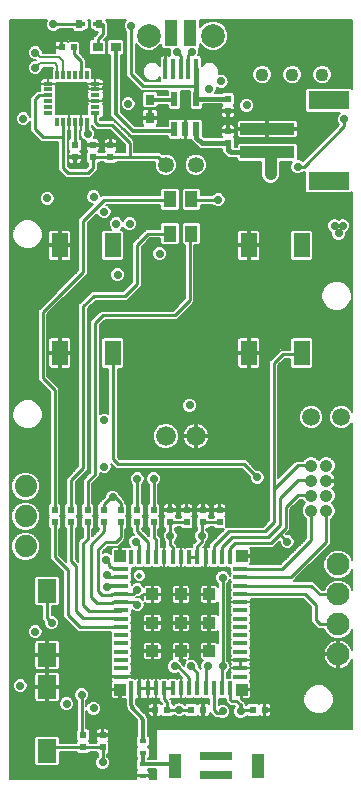
<source format=gtl>
G75*
G70*
%OFA0B0*%
%FSLAX24Y24*%
%IPPOS*%
%LPD*%
%AMOC8*
5,1,8,0,0,1.08239X$1,22.5*
%
%ADD10R,0.0220X0.0500*%
%ADD11R,0.0197X0.0315*%
%ADD12R,0.0138X0.0138*%
%ADD13R,0.0354X0.0315*%
%ADD14R,0.0236X0.0236*%
%ADD15R,0.0315X0.0354*%
%ADD16R,0.1811X0.0394*%
%ADD17R,0.1339X0.0630*%
%ADD18C,0.0436*%
%ADD19C,0.0531*%
%ADD20C,0.0591*%
%ADD21R,0.0315X0.0118*%
%ADD22R,0.0118X0.0315*%
%ADD23R,0.0472X0.0138*%
%ADD24R,0.0138X0.0472*%
%ADD25R,0.0394X0.0394*%
%ADD26C,0.0197*%
%ADD27R,0.0394X0.0787*%
%ADD28R,0.1102X0.0315*%
%ADD29R,0.0240X0.0180*%
%ADD30C,0.0760*%
%ADD31R,0.0551X0.0827*%
%ADD32R,0.0433X0.0551*%
%ADD33C,0.0660*%
%ADD34R,0.0630X0.0787*%
%ADD35C,0.0420*%
%ADD36R,0.0157X0.0689*%
%ADD37C,0.0787*%
%ADD38R,0.0443X0.0886*%
%ADD39C,0.0740*%
%ADD40C,0.0280*%
%ADD41C,0.0060*%
%ADD42C,0.0278*%
%ADD43C,0.0120*%
%ADD44C,0.0100*%
%ADD45C,0.0160*%
%ADD46C,0.0400*%
%ADD47C,0.0396*%
%ADD48C,0.0080*%
%ADD49C,0.0130*%
D10*
X006036Y022558D03*
X006406Y022558D03*
X006776Y022558D03*
X006776Y023578D03*
X006036Y023578D03*
D11*
X003544Y026059D03*
X002856Y026059D03*
D12*
X003003Y026059D03*
X003397Y026059D03*
D13*
X003480Y025289D03*
X004080Y025289D03*
D14*
X002680Y025289D03*
X002280Y025289D03*
X002720Y022029D03*
X002720Y021629D03*
X003320Y021629D03*
X003320Y022029D03*
X003910Y022029D03*
X003910Y021629D03*
X007830Y022099D03*
X007830Y022499D03*
X007830Y023169D03*
X007830Y023569D03*
X007550Y009859D03*
X007550Y009459D03*
X007000Y009459D03*
X007000Y009859D03*
X006450Y009859D03*
X006450Y009459D03*
X005900Y009459D03*
X005900Y009859D03*
X005350Y009859D03*
X005350Y009459D03*
X004800Y009459D03*
X004800Y009859D03*
X004250Y009859D03*
X004250Y009459D03*
X003700Y009459D03*
X003700Y009859D03*
X003150Y009859D03*
X003150Y009459D03*
X002600Y009459D03*
X002600Y009859D03*
X002050Y009859D03*
X002050Y009459D03*
X005400Y003209D03*
X005800Y003209D03*
X006600Y003209D03*
X007000Y003209D03*
X008650Y003209D03*
X009050Y003209D03*
X003650Y002359D03*
X003650Y001959D03*
X003000Y001959D03*
X003000Y002359D03*
D15*
X005230Y022949D03*
X005230Y023549D03*
D16*
X009142Y022577D03*
X009142Y021790D03*
D17*
X011189Y020845D03*
X011189Y023522D03*
D18*
X010968Y024381D03*
X009968Y024381D03*
X008968Y024381D03*
D19*
X006756Y021375D03*
X005756Y021375D03*
D20*
X010600Y012964D03*
X011600Y012964D03*
D21*
X003412Y023101D03*
X003412Y023298D03*
X003412Y023495D03*
X003412Y023692D03*
X003412Y023888D03*
X003412Y024085D03*
X001837Y024085D03*
X001837Y023888D03*
X001837Y023692D03*
X001837Y023495D03*
X001837Y023298D03*
X001837Y023101D03*
D22*
X002133Y022806D03*
X002330Y022806D03*
X002526Y022806D03*
X002723Y022806D03*
X002920Y022806D03*
X003117Y022806D03*
X003117Y024381D03*
X002920Y024381D03*
X002723Y024381D03*
X002526Y024381D03*
X002330Y024381D03*
X002133Y024381D03*
D23*
X004267Y007900D03*
X004267Y007624D03*
X004267Y007349D03*
X004267Y007073D03*
X004267Y006797D03*
X004267Y006522D03*
X004267Y006246D03*
X004267Y005971D03*
X004267Y005695D03*
X004267Y005420D03*
X004267Y005144D03*
X004267Y004868D03*
X004267Y004593D03*
X004267Y004317D03*
X008244Y004317D03*
X008244Y004593D03*
X008244Y004868D03*
X008244Y005144D03*
X008244Y005420D03*
X008244Y005695D03*
X008244Y005971D03*
X008244Y006246D03*
X008244Y006522D03*
X008244Y006797D03*
X008244Y007073D03*
X008244Y007349D03*
X008244Y007624D03*
X008244Y007900D03*
D24*
X007909Y008294D03*
X007633Y008294D03*
X007358Y008294D03*
X007082Y008294D03*
X006807Y008294D03*
X006531Y008294D03*
X006256Y008294D03*
X005980Y008294D03*
X005704Y008294D03*
X005429Y008294D03*
X005153Y008294D03*
X004878Y008294D03*
X004602Y008294D03*
X004602Y003923D03*
X004878Y003923D03*
X005153Y003923D03*
X005429Y003923D03*
X005704Y003923D03*
X005980Y003923D03*
X006256Y003923D03*
X006531Y003923D03*
X006807Y003923D03*
X007082Y003923D03*
X007358Y003923D03*
X007633Y003923D03*
X007909Y003923D03*
D25*
X008283Y003884D03*
X007200Y005164D03*
X006256Y005164D03*
X006256Y006109D03*
X006256Y007053D03*
X007200Y007053D03*
X007200Y006109D03*
X005311Y006109D03*
X005311Y007053D03*
X004228Y008333D03*
X005311Y005164D03*
X004228Y003884D03*
X008283Y008333D03*
D26*
X004878Y007683D03*
D27*
X006059Y001349D03*
X008815Y001349D03*
D28*
X007437Y001028D03*
X007437Y001670D03*
D29*
X004986Y001779D03*
X004986Y002159D03*
X004986Y001399D03*
X004986Y001019D03*
D30*
X011500Y005059D03*
X011500Y006059D03*
X011500Y007059D03*
X011500Y008059D03*
D31*
X010291Y015109D03*
X008519Y015109D03*
X008519Y018692D03*
X010291Y018692D03*
X003992Y018692D03*
X002220Y018692D03*
X002220Y015109D03*
X003992Y015109D03*
D32*
X005901Y019085D03*
X006610Y019085D03*
X006610Y020227D03*
X005901Y020227D03*
D33*
X005756Y012332D03*
X006756Y012332D03*
D34*
X001800Y007171D03*
X001800Y005046D03*
X001800Y003971D03*
X001800Y001846D03*
D35*
X010600Y009839D03*
X010600Y010339D03*
X010600Y010839D03*
X010600Y011339D03*
X011100Y011339D03*
X011100Y010839D03*
X011100Y010339D03*
X011100Y009839D03*
D36*
X006767Y024568D03*
X006511Y024568D03*
X006256Y024568D03*
X006000Y024568D03*
X005744Y024568D03*
D37*
X005183Y025680D03*
X007328Y025680D03*
D38*
X006575Y025778D03*
X005936Y025778D03*
D39*
X001080Y010659D03*
X001080Y009659D03*
X001080Y008659D03*
D40*
X001950Y006109D03*
X001400Y005809D03*
X000900Y004009D03*
X002450Y003409D03*
X002950Y003709D03*
X003350Y003259D03*
X003650Y001459D03*
X006200Y003209D03*
X006050Y004659D03*
X006600Y004659D03*
X007150Y004659D03*
X007650Y004659D03*
X006740Y005589D03*
X006740Y006539D03*
X005740Y006539D03*
X005740Y005589D03*
X004800Y006709D03*
X004800Y007209D03*
X003800Y007309D03*
X003800Y007709D03*
X003750Y008209D03*
X004750Y008809D03*
X005900Y009009D03*
X006950Y009009D03*
X007650Y007609D03*
X009290Y008339D03*
X009800Y008809D03*
X008800Y010959D03*
X006550Y013359D03*
X005350Y010909D03*
X004800Y010909D03*
X003980Y010289D03*
X003700Y011309D03*
X003700Y012859D03*
X004150Y017709D03*
X005550Y018409D03*
X004550Y019409D03*
X004100Y019409D03*
X003700Y019809D03*
X003350Y020309D03*
X001800Y020259D03*
X003150Y022409D03*
X004500Y023409D03*
X005500Y025129D03*
X006130Y025129D03*
X006620Y025129D03*
X007200Y023909D03*
X007600Y024159D03*
X008450Y023359D03*
X010150Y021309D03*
X010990Y022889D03*
X011310Y022889D03*
X011700Y022889D03*
X011660Y019339D03*
X011520Y019089D03*
X011380Y019339D03*
X007500Y020209D03*
X004600Y026009D03*
X002000Y026059D03*
X001400Y025109D03*
X001400Y024609D03*
X001000Y022909D03*
X007650Y003159D03*
X008250Y003159D03*
D41*
X000547Y000909D02*
X000547Y026199D01*
X001788Y026199D01*
X001750Y026108D01*
X001750Y026009D01*
X001788Y025917D01*
X001858Y025847D01*
X001950Y025809D01*
X002050Y025809D01*
X002142Y025847D01*
X002194Y025899D01*
X002647Y025899D01*
X002647Y025855D01*
X002150Y025855D01*
X002147Y025517D02*
X002119Y025509D01*
X002094Y025495D01*
X002074Y025474D01*
X002059Y025449D01*
X002052Y025421D01*
X002052Y025318D01*
X002251Y025318D01*
X002251Y025517D01*
X002147Y025517D01*
X002111Y025504D02*
X000547Y025504D01*
X000547Y025446D02*
X002058Y025446D01*
X002052Y025387D02*
X000547Y025387D01*
X000547Y025329D02*
X001278Y025329D01*
X001258Y025320D02*
X001188Y025250D01*
X001150Y025158D01*
X001150Y025059D01*
X001188Y024967D01*
X001258Y024897D01*
X001350Y024859D01*
X001438Y024859D01*
X001350Y024859D01*
X001258Y024820D01*
X001188Y024750D01*
X001150Y024658D01*
X001150Y024559D01*
X001188Y024467D01*
X001258Y024397D01*
X001350Y024359D01*
X001450Y024359D01*
X001542Y024397D01*
X001612Y024467D01*
X001650Y024559D01*
X001650Y024609D01*
X001983Y024609D01*
X001983Y024603D01*
X001964Y024584D01*
X001964Y024254D01*
X001837Y024254D01*
X001665Y024254D01*
X001637Y024247D01*
X001612Y024232D01*
X001592Y024212D01*
X001577Y024187D01*
X001570Y024159D01*
X001570Y024085D01*
X001570Y024012D01*
X001574Y023997D01*
X001570Y023993D01*
X001570Y023852D01*
X001467Y023852D01*
X001334Y023719D01*
X001240Y023625D01*
X001240Y022982D01*
X001212Y023050D01*
X001142Y023120D01*
X001050Y023159D01*
X000950Y023159D01*
X000858Y023120D01*
X000788Y023050D01*
X000750Y022958D01*
X000750Y022859D01*
X000788Y022767D01*
X000858Y022697D01*
X000950Y022659D01*
X001050Y022659D01*
X001142Y022697D01*
X001212Y022767D01*
X001240Y022835D01*
X001240Y022492D01*
X001490Y022242D01*
X001584Y022149D01*
X002170Y022149D01*
X002170Y021213D01*
X002340Y021042D01*
X002434Y020949D01*
X003216Y020949D01*
X003386Y021119D01*
X003480Y021212D01*
X003480Y021400D01*
X003484Y021400D01*
X003548Y021465D01*
X003548Y021469D01*
X003682Y021469D01*
X003682Y021465D01*
X003746Y021400D01*
X004074Y021400D01*
X004138Y021465D01*
X004138Y021469D01*
X005388Y021469D01*
X005380Y021449D01*
X005380Y021300D01*
X005437Y021162D01*
X005543Y021056D01*
X005681Y020999D01*
X005830Y020999D01*
X005968Y021056D01*
X006074Y021162D01*
X006131Y021300D01*
X006131Y021449D01*
X006074Y021587D01*
X005968Y021693D01*
X005830Y021750D01*
X005681Y021750D01*
X005628Y021729D01*
X005568Y021789D01*
X004710Y021789D01*
X004710Y022175D01*
X004616Y022269D01*
X004016Y022869D01*
X003572Y022869D01*
X003572Y022932D01*
X003615Y022932D01*
X003680Y022996D01*
X003680Y023402D01*
X003676Y023406D01*
X003680Y023421D01*
X003680Y023495D01*
X003680Y023568D01*
X003676Y023583D01*
X003680Y023587D01*
X003680Y023796D01*
X003676Y023800D01*
X003680Y023815D01*
X003680Y023888D01*
X003412Y023888D01*
X003145Y023888D01*
X003145Y023815D01*
X003149Y023800D01*
X003145Y023796D01*
X003145Y023587D01*
X003149Y023583D01*
X003145Y023568D01*
X003145Y023495D01*
X003412Y023495D01*
X003412Y023495D01*
X003145Y023495D01*
X003145Y023421D01*
X003149Y023406D01*
X003145Y023402D01*
X003145Y023073D01*
X003012Y023073D01*
X003008Y023069D01*
X002994Y023073D01*
X002920Y023073D01*
X002847Y023073D01*
X002832Y023069D01*
X002828Y023073D01*
X002619Y023073D01*
X002615Y023069D01*
X002600Y023073D01*
X002526Y023073D01*
X002453Y023073D01*
X002438Y023069D01*
X002434Y023073D01*
X002105Y023073D01*
X002105Y023993D01*
X002101Y023997D01*
X002105Y024012D01*
X002105Y024085D01*
X001837Y024085D01*
X001570Y024085D01*
X001837Y024085D01*
X001837Y024085D01*
X001837Y024254D01*
X001837Y024085D01*
X001837Y024085D01*
X001837Y024085D01*
X002105Y024085D01*
X002105Y024113D01*
X002237Y024113D01*
X002434Y024113D01*
X003145Y024113D01*
X003145Y024085D01*
X003145Y024012D01*
X003151Y023987D01*
X003145Y023962D01*
X003145Y023888D01*
X003412Y023888D01*
X003412Y023888D01*
X003412Y023888D01*
X003412Y024085D01*
X003412Y024085D01*
X003145Y024085D01*
X003412Y024085D01*
X003412Y024085D01*
X003412Y023916D01*
X003412Y023888D01*
X003412Y023888D01*
X003680Y023888D01*
X003680Y023962D01*
X003673Y023987D01*
X003680Y024012D01*
X003680Y024085D01*
X003412Y024085D01*
X003412Y024085D01*
X003412Y024254D01*
X003286Y024254D01*
X003286Y024584D01*
X003222Y024648D01*
X003080Y024648D01*
X003080Y024905D01*
X002986Y024998D01*
X002884Y025101D01*
X002908Y025125D01*
X002908Y025452D01*
X002844Y025517D01*
X002516Y025517D01*
X002480Y025480D01*
X002466Y025495D01*
X002441Y025509D01*
X002413Y025517D01*
X002309Y025517D01*
X002309Y025318D01*
X002251Y025318D01*
X002251Y025259D01*
X002052Y025259D01*
X002052Y025156D01*
X002059Y025128D01*
X002071Y025109D01*
X001650Y025109D01*
X001650Y025158D01*
X001612Y025250D01*
X001542Y025320D01*
X001450Y025359D01*
X001350Y025359D01*
X001258Y025320D01*
X001208Y025270D02*
X000547Y025270D01*
X000547Y025212D02*
X001172Y025212D01*
X001150Y025153D02*
X000547Y025153D01*
X000547Y025095D02*
X001150Y025095D01*
X001159Y025036D02*
X000547Y025036D01*
X000547Y024978D02*
X001184Y024978D01*
X001236Y024919D02*
X000547Y024919D01*
X000547Y024861D02*
X001345Y024861D01*
X001438Y024859D02*
X001438Y024859D01*
X001240Y024802D02*
X000547Y024802D01*
X000547Y024744D02*
X001185Y024744D01*
X001161Y024685D02*
X000547Y024685D01*
X000547Y024627D02*
X001150Y024627D01*
X001150Y024568D02*
X000547Y024568D01*
X000547Y024510D02*
X001170Y024510D01*
X001204Y024451D02*
X000547Y024451D01*
X000547Y024393D02*
X001268Y024393D01*
X001532Y024393D02*
X001964Y024393D01*
X001964Y024451D02*
X001596Y024451D01*
X001630Y024510D02*
X001964Y024510D01*
X001964Y024568D02*
X001650Y024568D01*
X001597Y024217D02*
X000547Y024217D01*
X000547Y024159D02*
X001570Y024159D01*
X001570Y024100D02*
X000547Y024100D01*
X000547Y024042D02*
X001570Y024042D01*
X001570Y023983D02*
X000547Y023983D01*
X000547Y023925D02*
X001570Y023925D01*
X001570Y023866D02*
X000547Y023866D01*
X000547Y023808D02*
X001423Y023808D01*
X001364Y023749D02*
X000547Y023749D01*
X000547Y023691D02*
X001306Y023691D01*
X001247Y023632D02*
X000547Y023632D01*
X000547Y023574D02*
X001240Y023574D01*
X001240Y023515D02*
X000547Y023515D01*
X000547Y023457D02*
X001240Y023457D01*
X001240Y023398D02*
X000547Y023398D01*
X000547Y023340D02*
X001240Y023340D01*
X001240Y023281D02*
X000547Y023281D01*
X000547Y023223D02*
X001240Y023223D01*
X001240Y023164D02*
X000547Y023164D01*
X000547Y023106D02*
X000844Y023106D01*
X000787Y023047D02*
X000547Y023047D01*
X000547Y022989D02*
X000763Y022989D01*
X000750Y022930D02*
X000547Y022930D01*
X000547Y022872D02*
X000750Y022872D01*
X000769Y022813D02*
X000547Y022813D01*
X000547Y022755D02*
X000800Y022755D01*
X000860Y022696D02*
X000547Y022696D01*
X000547Y022638D02*
X001240Y022638D01*
X001240Y022696D02*
X001140Y022696D01*
X001200Y022755D02*
X001240Y022755D01*
X001231Y022813D02*
X001240Y022813D01*
X001237Y022989D02*
X001240Y022989D01*
X001240Y023047D02*
X001213Y023047D01*
X001240Y023106D02*
X001156Y023106D01*
X001240Y022579D02*
X000547Y022579D01*
X000547Y022521D02*
X001240Y022521D01*
X001270Y022462D02*
X000547Y022462D01*
X000547Y022404D02*
X001329Y022404D01*
X001387Y022345D02*
X000547Y022345D01*
X000547Y022287D02*
X001446Y022287D01*
X001504Y022228D02*
X000547Y022228D01*
X000547Y022170D02*
X001563Y022170D01*
X002170Y022111D02*
X000547Y022111D01*
X000547Y022053D02*
X002170Y022053D01*
X002170Y021994D02*
X000547Y021994D01*
X000547Y021936D02*
X002170Y021936D01*
X002170Y021877D02*
X000547Y021877D01*
X000547Y021819D02*
X002170Y021819D01*
X002170Y021760D02*
X000547Y021760D01*
X000547Y021702D02*
X002170Y021702D01*
X002170Y021643D02*
X000547Y021643D01*
X000547Y021585D02*
X002170Y021585D01*
X002170Y021526D02*
X000547Y021526D01*
X000547Y021468D02*
X002170Y021468D01*
X002170Y021409D02*
X000547Y021409D01*
X000547Y021351D02*
X002170Y021351D01*
X002170Y021292D02*
X000547Y021292D01*
X000547Y021234D02*
X002170Y021234D01*
X002207Y021175D02*
X000547Y021175D01*
X000547Y021117D02*
X002266Y021117D01*
X002324Y021058D02*
X000547Y021058D01*
X000547Y021000D02*
X002383Y021000D01*
X002566Y021269D02*
X002490Y021345D01*
X002490Y022538D01*
X002526Y022538D01*
X002526Y022806D01*
X002526Y023073D01*
X002526Y022806D01*
X002526Y022806D01*
X002526Y022806D01*
X002526Y022538D01*
X002560Y022538D01*
X002560Y022257D01*
X002556Y022257D01*
X002492Y022192D01*
X002492Y021865D01*
X002528Y021829D01*
X002514Y021814D01*
X002499Y021789D01*
X002492Y021761D01*
X002492Y021658D01*
X002691Y021658D01*
X002691Y021599D01*
X002749Y021599D01*
X002749Y021400D01*
X002853Y021400D01*
X002881Y021408D01*
X002906Y021422D01*
X002926Y021443D01*
X002941Y021468D01*
X002948Y021496D01*
X002948Y021599D01*
X002749Y021599D01*
X002749Y021658D01*
X002948Y021658D01*
X002948Y021761D01*
X002941Y021789D01*
X002926Y021814D01*
X002912Y021829D01*
X002948Y021865D01*
X002948Y022192D01*
X002884Y022257D01*
X002880Y022257D01*
X002880Y022538D01*
X002920Y022538D01*
X002920Y022806D01*
X002920Y023073D01*
X002920Y022806D01*
X002920Y022806D01*
X002920Y022806D01*
X002920Y022538D01*
X002933Y022538D01*
X002900Y022458D01*
X002900Y022359D01*
X002938Y022267D01*
X003008Y022197D01*
X003092Y022162D01*
X003092Y022161D01*
X003092Y022058D01*
X003291Y022058D01*
X003291Y021999D01*
X003092Y021999D01*
X003092Y021896D01*
X003099Y021868D01*
X003114Y021843D01*
X003128Y021829D01*
X003092Y021792D01*
X003092Y021465D01*
X003156Y021400D01*
X003160Y021400D01*
X003160Y021345D01*
X003084Y021269D01*
X002566Y021269D01*
X002543Y021292D02*
X003107Y021292D01*
X003160Y021351D02*
X002490Y021351D01*
X002490Y021409D02*
X002557Y021409D01*
X002559Y021408D02*
X002587Y021400D01*
X002691Y021400D01*
X002691Y021599D01*
X002492Y021599D01*
X002492Y021496D01*
X002499Y021468D01*
X002514Y021443D01*
X002534Y021422D01*
X002559Y021408D01*
X002500Y021468D02*
X002490Y021468D01*
X002490Y021526D02*
X002492Y021526D01*
X002490Y021585D02*
X002492Y021585D01*
X002490Y021643D02*
X002691Y021643D01*
X002749Y021643D02*
X003092Y021643D01*
X003092Y021585D02*
X002948Y021585D01*
X002948Y021526D02*
X003092Y021526D01*
X003092Y021468D02*
X002940Y021468D01*
X002883Y021409D02*
X003148Y021409D01*
X003092Y021702D02*
X002948Y021702D01*
X002948Y021760D02*
X003092Y021760D01*
X003118Y021819D02*
X002922Y021819D01*
X002948Y021877D02*
X003097Y021877D01*
X003092Y021936D02*
X002948Y021936D01*
X002948Y021994D02*
X003092Y021994D01*
X003092Y022111D02*
X002948Y022111D01*
X002948Y022053D02*
X003291Y022053D01*
X003349Y022053D02*
X003881Y022053D01*
X003881Y022058D02*
X003881Y021999D01*
X003682Y021999D01*
X003682Y021896D01*
X003689Y021868D01*
X003704Y021843D01*
X003718Y021829D01*
X003682Y021792D01*
X003682Y021789D01*
X003548Y021789D01*
X003548Y021792D01*
X003512Y021829D01*
X003526Y021843D01*
X003541Y021868D01*
X003548Y021896D01*
X003548Y021999D01*
X003349Y021999D01*
X003349Y022058D01*
X003548Y022058D01*
X003548Y022161D01*
X003541Y022189D01*
X003526Y022214D01*
X003506Y022235D01*
X003481Y022249D01*
X003453Y022257D01*
X003352Y022257D01*
X003362Y022267D01*
X003400Y022359D01*
X003400Y022458D01*
X003362Y022550D01*
X003292Y022620D01*
X003287Y022622D01*
X003287Y022695D01*
X003340Y022642D01*
X003434Y022549D01*
X003884Y022549D01*
X004390Y022042D01*
X004390Y021789D01*
X004138Y021789D01*
X004138Y021792D01*
X004102Y021829D01*
X004116Y021843D01*
X004131Y021868D01*
X004138Y021896D01*
X004138Y021999D01*
X003939Y021999D01*
X003939Y022058D01*
X003881Y022058D01*
X003881Y022257D01*
X003777Y022257D01*
X003749Y022249D01*
X003724Y022235D01*
X003704Y022214D01*
X003689Y022189D01*
X003682Y022161D01*
X003682Y022058D01*
X003881Y022058D01*
X003881Y022111D02*
X003939Y022111D01*
X003939Y022058D02*
X003939Y022257D01*
X004043Y022257D01*
X004071Y022249D01*
X004096Y022235D01*
X004116Y022214D01*
X004131Y022189D01*
X004138Y022161D01*
X004138Y022058D01*
X003939Y022058D01*
X003939Y022053D02*
X004380Y022053D01*
X004390Y021994D02*
X004138Y021994D01*
X004138Y021936D02*
X004390Y021936D01*
X004390Y021877D02*
X004133Y021877D01*
X004112Y021819D02*
X004390Y021819D01*
X004321Y022111D02*
X004138Y022111D01*
X004136Y022170D02*
X004263Y022170D01*
X004204Y022228D02*
X004102Y022228D01*
X004146Y022287D02*
X003370Y022287D01*
X003394Y022345D02*
X004087Y022345D01*
X004029Y022404D02*
X003400Y022404D01*
X003398Y022462D02*
X003970Y022462D01*
X003912Y022521D02*
X003374Y022521D01*
X003403Y022579D02*
X003333Y022579D01*
X003345Y022638D02*
X003287Y022638D01*
X002920Y022638D02*
X002920Y022638D01*
X002920Y022696D02*
X002920Y022696D01*
X002920Y022755D02*
X002920Y022755D01*
X002920Y022813D02*
X002920Y022813D01*
X002920Y022872D02*
X002920Y022872D01*
X002920Y022930D02*
X002920Y022930D01*
X002920Y022989D02*
X002920Y022989D01*
X002920Y023047D02*
X002920Y023047D01*
X003145Y023106D02*
X002105Y023106D01*
X002105Y023164D02*
X003145Y023164D01*
X003145Y023223D02*
X002105Y023223D01*
X002105Y023281D02*
X003145Y023281D01*
X003145Y023340D02*
X002105Y023340D01*
X002105Y023398D02*
X003145Y023398D01*
X003145Y023457D02*
X002105Y023457D01*
X002105Y023515D02*
X003145Y023515D01*
X003146Y023574D02*
X002105Y023574D01*
X002105Y023632D02*
X003145Y023632D01*
X003145Y023691D02*
X002105Y023691D01*
X002105Y023749D02*
X003145Y023749D01*
X003147Y023808D02*
X002105Y023808D01*
X002105Y023866D02*
X003145Y023866D01*
X003145Y023925D02*
X002105Y023925D01*
X002105Y023983D02*
X003150Y023983D01*
X003145Y024042D02*
X002105Y024042D01*
X002105Y024100D02*
X003145Y024100D01*
X003286Y024276D02*
X003910Y024276D01*
X003910Y024334D02*
X003286Y024334D01*
X003286Y024393D02*
X003910Y024393D01*
X003910Y024451D02*
X003286Y024451D01*
X003286Y024510D02*
X003910Y024510D01*
X003910Y024568D02*
X003286Y024568D01*
X003243Y024627D02*
X003910Y024627D01*
X003910Y024685D02*
X003080Y024685D01*
X003080Y024744D02*
X003910Y024744D01*
X003910Y024802D02*
X003080Y024802D01*
X003080Y024861D02*
X003910Y024861D01*
X003910Y024919D02*
X003066Y024919D01*
X003007Y024978D02*
X003910Y024978D01*
X003910Y025021D02*
X003910Y023008D01*
X004010Y022909D01*
X004580Y022339D01*
X005816Y022339D01*
X005816Y022263D01*
X005880Y022198D01*
X006191Y022198D01*
X006221Y022228D01*
X006228Y022220D01*
X006253Y022206D01*
X006281Y022198D01*
X006381Y022198D01*
X006381Y022533D01*
X006431Y022533D01*
X006431Y022198D01*
X006530Y022198D01*
X006558Y022206D01*
X006583Y022220D01*
X006586Y022223D01*
X006586Y022204D01*
X006881Y021909D01*
X007628Y021909D01*
X007640Y021897D01*
X007640Y021800D01*
X007729Y021711D01*
X007840Y021600D01*
X008127Y021600D01*
X008127Y021548D01*
X008191Y021483D01*
X008881Y021483D01*
X008888Y021480D01*
X008940Y021480D01*
X008940Y020997D01*
X008987Y020883D01*
X009074Y020796D01*
X009188Y020749D01*
X009312Y020749D01*
X009426Y020796D01*
X009513Y020883D01*
X009560Y020997D01*
X009560Y021483D01*
X009971Y021483D01*
X009938Y021450D01*
X009900Y021358D01*
X009900Y021259D01*
X009938Y021167D01*
X010008Y021097D01*
X010100Y021059D01*
X010200Y021059D01*
X010292Y021097D01*
X010344Y021149D01*
X010410Y021149D01*
X010410Y020485D01*
X010475Y020420D01*
X011904Y020420D01*
X011964Y020480D01*
X011964Y013144D01*
X011944Y013194D01*
X011830Y013308D01*
X011681Y013369D01*
X011519Y013369D01*
X011370Y013308D01*
X011256Y013194D01*
X011195Y013045D01*
X011195Y012883D01*
X011256Y012734D01*
X011370Y012620D01*
X011519Y012559D01*
X011681Y012559D01*
X011830Y012620D01*
X011944Y012734D01*
X011964Y012784D01*
X011964Y008218D01*
X011915Y008336D01*
X011778Y008474D01*
X011597Y008549D01*
X011403Y008549D01*
X011222Y008474D01*
X011085Y008336D01*
X011010Y008156D01*
X011010Y007961D01*
X011085Y007781D01*
X011222Y007643D01*
X011403Y007569D01*
X011597Y007569D01*
X011778Y007643D01*
X011915Y007781D01*
X011964Y007899D01*
X011964Y007218D01*
X011915Y007336D01*
X011778Y007474D01*
X011597Y007549D01*
X011403Y007549D01*
X011222Y007474D01*
X011085Y007336D01*
X011036Y007219D01*
X010966Y007219D01*
X010676Y007509D01*
X010026Y007509D01*
X010076Y007558D01*
X011260Y008742D01*
X011260Y009558D01*
X011281Y009567D01*
X011371Y009657D01*
X011420Y009775D01*
X011420Y009902D01*
X011371Y010020D01*
X011303Y010089D01*
X011371Y010157D01*
X011420Y010275D01*
X011420Y010402D01*
X011371Y010520D01*
X011302Y010589D01*
X011304Y010590D01*
X011349Y010635D01*
X011384Y010687D01*
X011408Y010745D01*
X011420Y010807D01*
X011420Y010809D01*
X011130Y010809D01*
X011130Y010869D01*
X011420Y010869D01*
X011420Y010870D01*
X011408Y010932D01*
X011384Y010990D01*
X011349Y011042D01*
X011304Y011087D01*
X011302Y011088D01*
X011371Y011157D01*
X011420Y011275D01*
X011420Y011402D01*
X011371Y011520D01*
X011281Y011610D01*
X011164Y011659D01*
X011036Y011659D01*
X010919Y011610D01*
X010850Y011541D01*
X010781Y011610D01*
X010664Y011659D01*
X010536Y011659D01*
X010419Y011610D01*
X010329Y011520D01*
X010328Y011519D01*
X010084Y011519D01*
X009990Y011425D01*
X009510Y010945D01*
X009510Y014692D01*
X009716Y014899D01*
X009905Y014899D01*
X009905Y014650D01*
X009970Y014586D01*
X010612Y014586D01*
X010677Y014650D01*
X010677Y015568D01*
X010612Y015632D01*
X009970Y015632D01*
X009905Y015568D01*
X009905Y015219D01*
X009584Y015219D01*
X009284Y014919D01*
X009190Y014825D01*
X009190Y009525D01*
X008984Y009319D01*
X007784Y009319D01*
X007778Y009313D01*
X007778Y009622D01*
X007742Y009659D01*
X007756Y009673D01*
X007771Y009698D01*
X007778Y009726D01*
X007778Y009829D01*
X007579Y009829D01*
X007579Y009888D01*
X007521Y009888D01*
X007521Y010087D01*
X007417Y010087D01*
X007389Y010079D01*
X007364Y010065D01*
X007344Y010044D01*
X007329Y010019D01*
X007322Y009991D01*
X007322Y009888D01*
X007521Y009888D01*
X007521Y009829D01*
X007322Y009829D01*
X007322Y009726D01*
X007329Y009698D01*
X007344Y009673D01*
X007358Y009659D01*
X007322Y009622D01*
X007322Y009619D01*
X007228Y009619D01*
X007228Y009622D01*
X007192Y009659D01*
X007206Y009673D01*
X007221Y009698D01*
X007228Y009726D01*
X007228Y009829D01*
X007029Y009829D01*
X007029Y009888D01*
X006971Y009888D01*
X006971Y010087D01*
X006867Y010087D01*
X006839Y010079D01*
X006814Y010065D01*
X006794Y010044D01*
X006779Y010019D01*
X006772Y009991D01*
X006772Y009888D01*
X006971Y009888D01*
X006971Y009829D01*
X006772Y009829D01*
X006772Y009726D01*
X006779Y009698D01*
X006794Y009673D01*
X006808Y009659D01*
X006772Y009622D01*
X006772Y009295D01*
X006790Y009277D01*
X006790Y009202D01*
X006738Y009150D01*
X006700Y009058D01*
X006700Y008959D01*
X006738Y008867D01*
X006760Y008845D01*
X006640Y008725D01*
X006640Y008640D01*
X006417Y008640D01*
X006393Y008616D01*
X006392Y008618D01*
X006367Y008632D01*
X006339Y008640D01*
X006260Y008640D01*
X006260Y008298D01*
X006251Y008298D01*
X006251Y008640D01*
X006172Y008640D01*
X006144Y008632D01*
X006140Y008630D01*
X006140Y008695D01*
X006060Y008775D01*
X006060Y008815D01*
X006112Y008867D01*
X006150Y008959D01*
X006150Y009058D01*
X006112Y009150D01*
X006060Y009202D01*
X006060Y009230D01*
X006064Y009230D01*
X006128Y009295D01*
X006128Y009299D01*
X006222Y009299D01*
X006222Y009295D01*
X006286Y009230D01*
X006614Y009230D01*
X006678Y009295D01*
X006678Y009622D01*
X006642Y009659D01*
X006656Y009673D01*
X006671Y009698D01*
X006678Y009726D01*
X006678Y009829D01*
X006479Y009829D01*
X006479Y009888D01*
X006421Y009888D01*
X006421Y010087D01*
X006317Y010087D01*
X006289Y010079D01*
X006264Y010065D01*
X006244Y010044D01*
X006229Y010019D01*
X006222Y009991D01*
X006222Y009888D01*
X006421Y009888D01*
X006421Y009829D01*
X006222Y009829D01*
X006222Y009726D01*
X006229Y009698D01*
X006244Y009673D01*
X006258Y009659D01*
X006222Y009622D01*
X006222Y009619D01*
X006128Y009619D01*
X006128Y009622D01*
X006092Y009659D01*
X006106Y009673D01*
X006121Y009698D01*
X006128Y009726D01*
X006128Y009829D01*
X005929Y009829D01*
X005929Y009888D01*
X005871Y009888D01*
X005871Y010087D01*
X005767Y010087D01*
X005739Y010079D01*
X005714Y010065D01*
X005694Y010044D01*
X005679Y010019D01*
X005672Y009991D01*
X005672Y009888D01*
X005871Y009888D01*
X005871Y009829D01*
X005672Y009829D01*
X005672Y009726D01*
X005679Y009698D01*
X005694Y009673D01*
X005708Y009659D01*
X005672Y009622D01*
X005672Y009295D01*
X005736Y009230D01*
X005740Y009230D01*
X005740Y009202D01*
X005688Y009150D01*
X005650Y009058D01*
X005650Y008959D01*
X005688Y008867D01*
X005740Y008815D01*
X005740Y008642D01*
X005742Y008640D01*
X005709Y008640D01*
X005709Y008298D01*
X005700Y008298D01*
X005700Y008640D01*
X005621Y008640D01*
X005593Y008632D01*
X005589Y008630D01*
X005589Y008946D01*
X005510Y009025D01*
X005510Y009230D01*
X005514Y009230D01*
X005578Y009295D01*
X005578Y009622D01*
X005542Y009659D01*
X005578Y009695D01*
X005578Y010022D01*
X005514Y010087D01*
X005510Y010087D01*
X005510Y010715D01*
X005562Y010767D01*
X005600Y010859D01*
X005600Y010958D01*
X005562Y011050D01*
X005492Y011120D01*
X005400Y011159D01*
X005300Y011159D01*
X005208Y011120D01*
X005138Y011050D01*
X005100Y010958D01*
X005100Y010859D01*
X005138Y010767D01*
X005190Y010715D01*
X005190Y010087D01*
X005186Y010087D01*
X005122Y010022D01*
X005122Y009695D01*
X005158Y009659D01*
X005122Y009622D01*
X005122Y009295D01*
X005186Y009230D01*
X005190Y009230D01*
X005190Y008995D01*
X004960Y009225D01*
X004960Y009230D01*
X004964Y009230D01*
X005028Y009295D01*
X005028Y009622D01*
X004992Y009659D01*
X005028Y009695D01*
X005028Y010022D01*
X004964Y010087D01*
X004960Y010087D01*
X004960Y010715D01*
X005012Y010767D01*
X005050Y010859D01*
X005050Y010958D01*
X005012Y011050D01*
X004942Y011120D01*
X004850Y011159D01*
X004750Y011159D01*
X004658Y011120D01*
X004588Y011050D01*
X004550Y010958D01*
X004550Y010859D01*
X004588Y010767D01*
X004640Y010715D01*
X004640Y010087D01*
X004636Y010087D01*
X004572Y010022D01*
X004572Y009695D01*
X004608Y009659D01*
X004572Y009622D01*
X004572Y009295D01*
X004636Y009230D01*
X004640Y009230D01*
X004640Y009092D01*
X004682Y009051D01*
X004608Y009020D01*
X004538Y008950D01*
X004500Y008858D01*
X004500Y008759D01*
X004538Y008667D01*
X004565Y008640D01*
X004488Y008640D01*
X004475Y008628D01*
X004467Y008632D01*
X004439Y008640D01*
X004258Y008640D01*
X004258Y008363D01*
X004198Y008363D01*
X004198Y008640D01*
X004017Y008640D01*
X003989Y008632D01*
X003964Y008618D01*
X003943Y008597D01*
X003929Y008572D01*
X003921Y008544D01*
X003921Y008391D01*
X003892Y008420D01*
X003800Y008459D01*
X003700Y008459D01*
X003660Y008442D01*
X003660Y008492D01*
X003816Y008649D01*
X004166Y008649D01*
X004260Y008742D01*
X004260Y008742D01*
X004316Y008799D01*
X004316Y008799D01*
X004410Y008892D01*
X004410Y009230D01*
X004414Y009230D01*
X004478Y009295D01*
X004478Y009622D01*
X004442Y009659D01*
X004478Y009695D01*
X004478Y010022D01*
X004414Y010087D01*
X004410Y010087D01*
X004410Y010175D01*
X004230Y010355D01*
X004218Y010366D01*
X004192Y010430D01*
X004122Y010500D01*
X004030Y010539D01*
X003930Y010539D01*
X003838Y010500D01*
X003768Y010430D01*
X003730Y010338D01*
X003730Y010315D01*
X003540Y010125D01*
X003540Y010087D01*
X003536Y010087D01*
X003472Y010022D01*
X003472Y009695D01*
X003508Y009659D01*
X003472Y009622D01*
X003472Y009295D01*
X003536Y009230D01*
X003540Y009230D01*
X003540Y009225D01*
X003310Y008995D01*
X003310Y009230D01*
X003314Y009230D01*
X003378Y009295D01*
X003378Y009622D01*
X003342Y009659D01*
X003378Y009695D01*
X003378Y010022D01*
X003314Y010087D01*
X003310Y010087D01*
X003310Y010742D01*
X003560Y010992D01*
X003560Y011096D01*
X003650Y011059D01*
X003750Y011059D01*
X003842Y011097D01*
X003912Y011167D01*
X003950Y011259D01*
X003950Y011358D01*
X003933Y011399D01*
X003990Y011342D01*
X004084Y011249D01*
X008284Y011249D01*
X008550Y010982D01*
X008550Y010909D01*
X008588Y010817D01*
X008658Y010747D01*
X008750Y010709D01*
X008850Y010709D01*
X008942Y010747D01*
X009012Y010817D01*
X009050Y010909D01*
X009050Y011008D01*
X009012Y011100D01*
X008942Y011170D01*
X008850Y011209D01*
X008776Y011209D01*
X008416Y011569D01*
X004216Y011569D01*
X004152Y011633D01*
X004152Y014586D01*
X004313Y014586D01*
X004377Y014650D01*
X004377Y015568D01*
X004313Y015632D01*
X003671Y015632D01*
X003606Y015568D01*
X003606Y014650D01*
X003671Y014586D01*
X003832Y014586D01*
X003832Y013075D01*
X003750Y013109D01*
X003650Y013109D01*
X003560Y013071D01*
X003560Y016042D01*
X003716Y016199D01*
X006116Y016199D01*
X006616Y016699D01*
X006710Y016792D01*
X006710Y018700D01*
X006872Y018700D01*
X006936Y018764D01*
X006936Y019406D01*
X006872Y019471D01*
X006348Y019471D01*
X006283Y019406D01*
X006283Y018764D01*
X006348Y018700D01*
X006390Y018700D01*
X006390Y016925D01*
X005984Y016519D01*
X003584Y016519D01*
X003490Y016425D01*
X003334Y016269D01*
X003240Y016175D01*
X003240Y011125D01*
X002990Y010875D01*
X002990Y010087D01*
X002986Y010087D01*
X002922Y010022D01*
X002922Y009695D01*
X002958Y009659D01*
X002922Y009622D01*
X002922Y009295D01*
X002986Y009230D01*
X002990Y009230D01*
X002990Y008975D01*
X002840Y008825D01*
X002840Y008145D01*
X002760Y008225D01*
X002760Y009230D01*
X002764Y009230D01*
X002828Y009295D01*
X002828Y009622D01*
X002792Y009659D01*
X002828Y009695D01*
X002828Y010022D01*
X002764Y010087D01*
X002760Y010087D01*
X002760Y010792D01*
X003160Y011192D01*
X003160Y016592D01*
X003416Y016849D01*
X004466Y016849D01*
X004560Y016942D01*
X004960Y017342D01*
X004960Y018642D01*
X005243Y018925D01*
X005575Y018925D01*
X005575Y018764D01*
X005639Y018700D01*
X006163Y018700D01*
X006228Y018764D01*
X006228Y019406D01*
X006163Y019471D01*
X005639Y019471D01*
X005575Y019406D01*
X005575Y019245D01*
X005110Y019245D01*
X004740Y019245D01*
X004762Y019267D02*
X004692Y019197D01*
X004600Y019159D01*
X004500Y019159D01*
X004408Y019197D01*
X004338Y019267D01*
X004325Y019298D01*
X004312Y019267D01*
X004260Y019215D01*
X004313Y019215D01*
X004377Y019151D01*
X004377Y018233D01*
X004313Y018168D01*
X003671Y018168D01*
X003606Y018233D01*
X003606Y019151D01*
X003671Y019215D01*
X003940Y019215D01*
X003888Y019267D01*
X003850Y019359D01*
X003850Y019458D01*
X003888Y019550D01*
X003958Y019620D01*
X004050Y019659D01*
X004150Y019659D01*
X004242Y019620D01*
X004312Y019550D01*
X004325Y019519D01*
X004338Y019550D01*
X004408Y019620D01*
X004500Y019659D01*
X004600Y019659D01*
X004692Y019620D01*
X004762Y019550D01*
X004800Y019458D01*
X004800Y019359D01*
X004762Y019267D01*
X004777Y019303D02*
X005575Y019303D01*
X005575Y019362D02*
X004800Y019362D01*
X004800Y019420D02*
X005588Y019420D01*
X005639Y019841D02*
X006163Y019841D01*
X006228Y019906D01*
X006228Y020548D01*
X006163Y020613D01*
X005639Y020613D01*
X005575Y020548D01*
X005575Y020369D01*
X003634Y020369D01*
X003600Y020335D01*
X003600Y020358D01*
X003562Y020450D01*
X003492Y020520D01*
X003400Y020559D01*
X003300Y020559D01*
X003208Y020520D01*
X003138Y020450D01*
X003100Y020358D01*
X003100Y020259D01*
X003138Y020167D01*
X003208Y020097D01*
X003300Y020059D01*
X003324Y020059D01*
X002934Y019669D01*
X002840Y019575D01*
X002840Y017875D01*
X001584Y016619D01*
X001490Y016525D01*
X001490Y014192D01*
X001584Y014099D01*
X001890Y013792D01*
X001890Y010087D01*
X001886Y010087D01*
X001822Y010022D01*
X001822Y009695D01*
X001858Y009659D01*
X001822Y009622D01*
X001822Y009295D01*
X001886Y009230D01*
X001890Y009230D01*
X001890Y008242D01*
X001984Y008149D01*
X002340Y007792D01*
X002340Y006292D01*
X002434Y006199D01*
X002834Y005799D01*
X003921Y005799D01*
X003921Y005581D01*
X003944Y005557D01*
X003921Y005534D01*
X003921Y005305D01*
X003944Y005282D01*
X003921Y005258D01*
X003921Y005029D01*
X003944Y005006D01*
X003921Y004983D01*
X003921Y004754D01*
X003944Y004731D01*
X003921Y004707D01*
X003921Y004478D01*
X003944Y004455D01*
X003943Y004454D01*
X003929Y004429D01*
X003921Y004401D01*
X003921Y004322D01*
X004263Y004322D01*
X004263Y004313D01*
X003921Y004313D01*
X003921Y004234D01*
X003929Y004206D01*
X003943Y004181D01*
X003959Y004165D01*
X003943Y004148D01*
X003929Y004123D01*
X003921Y004095D01*
X003921Y003914D01*
X004198Y003914D01*
X004198Y003854D01*
X004258Y003854D01*
X004258Y003577D01*
X004427Y003577D01*
X004427Y003326D01*
X004492Y003169D01*
X004551Y003110D01*
X004551Y003110D01*
X004603Y003058D01*
X004789Y002872D01*
X004798Y002861D01*
X004809Y002834D01*
X004811Y002819D01*
X004811Y002349D01*
X004756Y002294D01*
X004756Y002023D01*
X004810Y001969D01*
X004756Y001914D01*
X004756Y001643D01*
X004810Y001589D01*
X004756Y001534D01*
X004756Y001263D01*
X004813Y001205D01*
X004798Y001197D01*
X004777Y001176D01*
X004763Y001151D01*
X004756Y001123D01*
X004756Y001034D01*
X004971Y001034D01*
X004971Y001004D01*
X004756Y001004D01*
X004756Y000914D01*
X004757Y000909D01*
X000547Y000909D01*
X000547Y000934D02*
X004756Y000934D01*
X004756Y000993D02*
X000547Y000993D01*
X000547Y001051D02*
X004756Y001051D01*
X004756Y001110D02*
X000547Y001110D01*
X000547Y001168D02*
X004773Y001168D01*
X004792Y001227D02*
X003743Y001227D01*
X003700Y001209D02*
X003792Y001247D01*
X003862Y001317D01*
X003900Y001409D01*
X003900Y001508D01*
X003862Y001600D01*
X003810Y001652D01*
X003810Y001730D01*
X003814Y001730D01*
X003878Y001795D01*
X003878Y002122D01*
X003842Y002159D01*
X003856Y002173D01*
X003871Y002198D01*
X003878Y002226D01*
X003878Y002329D01*
X003679Y002329D01*
X003679Y002388D01*
X003621Y002388D01*
X003621Y002587D01*
X003517Y002587D01*
X003489Y002579D01*
X003464Y002565D01*
X003444Y002544D01*
X003429Y002519D01*
X003422Y002491D01*
X003422Y002388D01*
X003621Y002388D01*
X003621Y002329D01*
X003422Y002329D01*
X003422Y002226D01*
X003429Y002198D01*
X003444Y002173D01*
X003458Y002159D01*
X003422Y002122D01*
X003422Y002119D01*
X003228Y002119D01*
X003228Y002122D01*
X003192Y002159D01*
X003228Y002195D01*
X003228Y002522D01*
X003164Y002587D01*
X003110Y002587D01*
X003110Y003185D01*
X003138Y003117D01*
X003208Y003047D01*
X003300Y003009D01*
X003400Y003009D01*
X003492Y003047D01*
X003562Y003117D01*
X003600Y003209D01*
X003600Y003308D01*
X003562Y003400D01*
X003492Y003470D01*
X003400Y003509D01*
X003300Y003509D01*
X003208Y003470D01*
X003138Y003400D01*
X003110Y003332D01*
X003110Y003515D01*
X003162Y003567D01*
X003200Y003659D01*
X003200Y003758D01*
X003162Y003850D01*
X003092Y003920D01*
X003000Y003959D01*
X002900Y003959D01*
X002808Y003920D01*
X002738Y003850D01*
X002700Y003758D01*
X002700Y003659D01*
X002738Y003567D01*
X002790Y003515D01*
X002790Y002540D01*
X002772Y002522D01*
X002772Y002195D01*
X002808Y002159D01*
X002772Y002122D01*
X002772Y002119D01*
X002225Y002119D01*
X002225Y002285D01*
X002161Y002349D01*
X001439Y002349D01*
X001375Y002285D01*
X001375Y001406D01*
X001439Y001342D01*
X002161Y001342D01*
X002225Y001406D01*
X002225Y001799D01*
X002772Y001799D01*
X002772Y001795D01*
X002836Y001730D01*
X003164Y001730D01*
X003228Y001795D01*
X003228Y001799D01*
X003422Y001799D01*
X003422Y001795D01*
X003486Y001730D01*
X003490Y001730D01*
X003490Y001652D01*
X003438Y001600D01*
X003400Y001508D01*
X003400Y001409D01*
X003438Y001317D01*
X003508Y001247D01*
X003600Y001209D01*
X003700Y001209D01*
X003557Y001227D02*
X000547Y001227D01*
X000547Y001285D02*
X003470Y001285D01*
X003427Y001344D02*
X002162Y001344D01*
X002221Y001402D02*
X003403Y001402D01*
X003400Y001461D02*
X002225Y001461D01*
X002225Y001519D02*
X003404Y001519D01*
X003429Y001578D02*
X002225Y001578D01*
X002225Y001636D02*
X003474Y001636D01*
X003490Y001695D02*
X002225Y001695D01*
X002225Y001753D02*
X002814Y001753D01*
X002804Y002163D02*
X002225Y002163D01*
X002225Y002221D02*
X002772Y002221D01*
X002772Y002280D02*
X002225Y002280D01*
X002172Y002338D02*
X002772Y002338D01*
X002772Y002397D02*
X000547Y002397D01*
X000547Y002455D02*
X002772Y002455D01*
X002772Y002514D02*
X000547Y002514D01*
X000547Y002572D02*
X002790Y002572D01*
X002790Y002631D02*
X000547Y002631D01*
X000547Y002689D02*
X002790Y002689D01*
X002790Y002748D02*
X000547Y002748D01*
X000547Y002806D02*
X002790Y002806D01*
X002790Y002865D02*
X000547Y002865D01*
X000547Y002923D02*
X002790Y002923D01*
X002790Y002982D02*
X000547Y002982D01*
X000547Y003040D02*
X002790Y003040D01*
X002790Y003099D02*
X000547Y003099D01*
X000547Y003157D02*
X002790Y003157D01*
X002790Y003216D02*
X002611Y003216D01*
X002592Y003197D02*
X002662Y003267D01*
X002700Y003359D01*
X002700Y003458D01*
X002662Y003550D01*
X002592Y003620D01*
X002500Y003659D01*
X002400Y003659D01*
X002308Y003620D01*
X002238Y003550D01*
X002200Y003458D01*
X002200Y003359D01*
X002238Y003267D01*
X002308Y003197D01*
X002400Y003159D01*
X002500Y003159D01*
X002592Y003197D01*
X002665Y003274D02*
X002790Y003274D01*
X002790Y003333D02*
X002689Y003333D01*
X002700Y003391D02*
X002790Y003391D01*
X002790Y003450D02*
X002700Y003450D01*
X002679Y003508D02*
X002790Y003508D01*
X002738Y003567D02*
X002646Y003567D01*
X002581Y003625D02*
X002714Y003625D01*
X002700Y003684D02*
X002225Y003684D01*
X002225Y003742D02*
X002700Y003742D01*
X002718Y003801D02*
X002225Y003801D01*
X002225Y003859D02*
X002747Y003859D01*
X002805Y003918D02*
X002225Y003918D01*
X002225Y003941D02*
X002225Y003563D01*
X002217Y003535D01*
X002203Y003510D01*
X002183Y003490D01*
X002157Y003475D01*
X002129Y003468D01*
X001830Y003468D01*
X001830Y003941D01*
X001770Y003941D01*
X001770Y003468D01*
X001471Y003468D01*
X001443Y003475D01*
X001417Y003490D01*
X001397Y003510D01*
X001383Y003535D01*
X001375Y003563D01*
X001375Y003941D01*
X001770Y003941D01*
X001770Y004001D01*
X001375Y004001D01*
X001375Y004380D01*
X001383Y004408D01*
X001397Y004433D01*
X001417Y004453D01*
X001443Y004468D01*
X001471Y004475D01*
X001770Y004475D01*
X001770Y004001D01*
X001830Y004001D01*
X002225Y004001D01*
X002225Y004380D01*
X002217Y004408D01*
X002203Y004433D01*
X002183Y004453D01*
X002157Y004468D01*
X002129Y004475D01*
X001830Y004475D01*
X001830Y004001D01*
X001830Y003941D01*
X002225Y003941D01*
X002225Y004035D02*
X003921Y004035D01*
X003921Y004093D02*
X002225Y004093D01*
X002225Y004152D02*
X003946Y004152D01*
X003927Y004210D02*
X002225Y004210D01*
X002225Y004269D02*
X003921Y004269D01*
X003921Y004327D02*
X002225Y004327D01*
X002223Y004386D02*
X003921Y004386D01*
X003938Y004444D02*
X002192Y004444D01*
X002157Y004549D02*
X002183Y004564D01*
X002203Y004584D01*
X002217Y004609D01*
X002225Y004637D01*
X002225Y005016D01*
X001830Y005016D01*
X001830Y005076D01*
X001770Y005076D01*
X001770Y005549D01*
X001471Y005549D01*
X001443Y005542D01*
X001417Y005527D01*
X001397Y005507D01*
X001383Y005482D01*
X001375Y005454D01*
X001375Y005076D01*
X001770Y005076D01*
X001770Y005016D01*
X001375Y005016D01*
X001375Y004637D01*
X001383Y004609D01*
X001397Y004584D01*
X001417Y004564D01*
X001443Y004549D01*
X001471Y004542D01*
X001770Y004542D01*
X001770Y005016D01*
X001830Y005016D01*
X001830Y004542D01*
X002129Y004542D01*
X002157Y004549D01*
X002178Y004561D02*
X003921Y004561D01*
X003921Y004503D02*
X000547Y004503D01*
X000547Y004561D02*
X001422Y004561D01*
X001380Y004620D02*
X000547Y004620D01*
X000547Y004678D02*
X001375Y004678D01*
X001375Y004737D02*
X000547Y004737D01*
X000547Y004795D02*
X001375Y004795D01*
X001375Y004854D02*
X000547Y004854D01*
X000547Y004912D02*
X001375Y004912D01*
X001375Y004971D02*
X000547Y004971D01*
X000547Y005029D02*
X001770Y005029D01*
X001770Y004971D02*
X001830Y004971D01*
X001830Y005029D02*
X003922Y005029D01*
X003921Y004971D02*
X002225Y004971D01*
X002225Y004912D02*
X003921Y004912D01*
X003921Y004854D02*
X002225Y004854D01*
X002225Y004795D02*
X003921Y004795D01*
X003938Y004737D02*
X002225Y004737D01*
X002225Y004678D02*
X003921Y004678D01*
X003921Y004620D02*
X002220Y004620D01*
X001830Y004620D02*
X001770Y004620D01*
X001770Y004678D02*
X001830Y004678D01*
X001830Y004737D02*
X001770Y004737D01*
X001770Y004795D02*
X001830Y004795D01*
X001830Y004854D02*
X001770Y004854D01*
X001770Y004912D02*
X001830Y004912D01*
X001830Y005076D02*
X002225Y005076D01*
X002225Y005454D01*
X002217Y005482D01*
X002203Y005507D01*
X002183Y005527D01*
X002157Y005542D01*
X002129Y005549D01*
X001830Y005549D01*
X001830Y005076D01*
X001830Y005088D02*
X001770Y005088D01*
X001770Y005146D02*
X001830Y005146D01*
X001830Y005205D02*
X001770Y005205D01*
X001770Y005263D02*
X001830Y005263D01*
X001830Y005322D02*
X001770Y005322D01*
X001770Y005380D02*
X001830Y005380D01*
X001830Y005439D02*
X001770Y005439D01*
X001770Y005497D02*
X001830Y005497D01*
X001612Y005667D02*
X001650Y005759D01*
X001650Y005858D01*
X001612Y005950D01*
X001542Y006020D01*
X001450Y006059D01*
X001350Y006059D01*
X001258Y006020D01*
X001188Y005950D01*
X001150Y005858D01*
X001150Y005759D01*
X001188Y005667D01*
X001258Y005597D01*
X001350Y005559D01*
X001450Y005559D01*
X001542Y005597D01*
X001612Y005667D01*
X001614Y005673D02*
X003921Y005673D01*
X003921Y005731D02*
X001639Y005731D01*
X001650Y005790D02*
X003921Y005790D01*
X003921Y005614D02*
X001559Y005614D01*
X001391Y005497D02*
X000547Y005497D01*
X000547Y005439D02*
X001375Y005439D01*
X001375Y005380D02*
X000547Y005380D01*
X000547Y005322D02*
X001375Y005322D01*
X001375Y005263D02*
X000547Y005263D01*
X000547Y005205D02*
X001375Y005205D01*
X001375Y005146D02*
X000547Y005146D01*
X000547Y005088D02*
X001375Y005088D01*
X001241Y005614D02*
X000547Y005614D01*
X000547Y005556D02*
X003943Y005556D01*
X003921Y005497D02*
X002209Y005497D01*
X002225Y005439D02*
X003921Y005439D01*
X003921Y005380D02*
X002225Y005380D01*
X002225Y005322D02*
X003921Y005322D01*
X003926Y005263D02*
X002225Y005263D01*
X002225Y005205D02*
X003921Y005205D01*
X003921Y005146D02*
X002225Y005146D01*
X002225Y005088D02*
X003921Y005088D01*
X004590Y005006D02*
X004614Y005029D01*
X004614Y005258D01*
X004590Y005282D01*
X004614Y005305D01*
X004614Y005534D01*
X004590Y005557D01*
X004614Y005581D01*
X004614Y005810D01*
X004590Y005833D01*
X004614Y005856D01*
X004614Y006085D01*
X004590Y006109D01*
X004614Y006132D01*
X004614Y006361D01*
X004590Y006384D01*
X004614Y006407D01*
X004614Y006541D01*
X004658Y006497D01*
X004750Y006459D01*
X004850Y006459D01*
X004942Y006497D01*
X005012Y006567D01*
X005050Y006659D01*
X005050Y006758D01*
X005045Y006769D01*
X005046Y006769D01*
X005071Y006754D01*
X005099Y006747D01*
X005281Y006747D01*
X005281Y007023D01*
X005341Y007023D01*
X005341Y007083D01*
X005617Y007083D01*
X005617Y007265D01*
X005610Y007293D01*
X005596Y007318D01*
X005575Y007338D01*
X005550Y007353D01*
X005522Y007360D01*
X005341Y007360D01*
X005341Y007083D01*
X005281Y007083D01*
X005281Y007023D01*
X005004Y007023D01*
X005004Y006858D01*
X004942Y006920D01*
X004850Y006959D01*
X004942Y006997D01*
X005012Y007067D01*
X005019Y007083D01*
X005281Y007083D01*
X005281Y007360D01*
X005099Y007360D01*
X005071Y007353D01*
X005046Y007338D01*
X005026Y007318D01*
X005026Y007317D01*
X005012Y007350D01*
X004942Y007420D01*
X004850Y007459D01*
X004750Y007459D01*
X004658Y007420D01*
X004614Y007376D01*
X004614Y007463D01*
X004590Y007486D01*
X004614Y007510D01*
X004614Y007739D01*
X004590Y007762D01*
X004614Y007785D01*
X004614Y007947D01*
X004716Y007947D01*
X004740Y007971D01*
X004763Y007947D01*
X004992Y007947D01*
X005015Y007971D01*
X005039Y007947D01*
X005268Y007947D01*
X005291Y007971D01*
X005314Y007947D01*
X005543Y007947D01*
X005567Y007971D01*
X005568Y007969D01*
X005593Y007955D01*
X005621Y007947D01*
X005700Y007947D01*
X005700Y008289D01*
X005709Y008289D01*
X005709Y007947D01*
X005788Y007947D01*
X005816Y007955D01*
X005841Y007969D01*
X005842Y007971D01*
X005865Y007947D01*
X006094Y007947D01*
X006118Y007971D01*
X006119Y007969D01*
X006144Y007955D01*
X006172Y007947D01*
X006251Y007947D01*
X006251Y008289D01*
X006260Y008289D01*
X006260Y007947D01*
X006339Y007947D01*
X006367Y007955D01*
X006392Y007969D01*
X006393Y007971D01*
X006417Y007947D01*
X006646Y007947D01*
X006669Y007971D01*
X006692Y007947D01*
X006921Y007947D01*
X006944Y007971D01*
X006946Y007969D01*
X006971Y007955D01*
X006999Y007947D01*
X007078Y007947D01*
X007078Y008289D01*
X007087Y008289D01*
X007087Y007947D01*
X007166Y007947D01*
X007194Y007955D01*
X007219Y007969D01*
X007220Y007971D01*
X007243Y007947D01*
X007472Y007947D01*
X007496Y007971D01*
X007519Y007947D01*
X007748Y007947D01*
X007771Y007971D01*
X007795Y007947D01*
X007897Y007947D01*
X007897Y007785D01*
X007921Y007762D01*
X007897Y007739D01*
X007897Y007664D01*
X007862Y007750D01*
X007792Y007820D01*
X007700Y007859D01*
X007600Y007859D01*
X007508Y007820D01*
X007438Y007750D01*
X007400Y007658D01*
X007400Y007559D01*
X007438Y007467D01*
X007490Y007415D01*
X007490Y007310D01*
X007485Y007318D01*
X007465Y007338D01*
X007440Y007353D01*
X007412Y007360D01*
X007230Y007360D01*
X007230Y007083D01*
X007170Y007083D01*
X007170Y007023D01*
X007230Y007023D01*
X007230Y006747D01*
X007412Y006747D01*
X007440Y006754D01*
X007465Y006769D01*
X007485Y006789D01*
X007490Y006797D01*
X007490Y006365D01*
X007485Y006373D01*
X007465Y006393D01*
X007440Y006408D01*
X007412Y006415D01*
X007230Y006415D01*
X007230Y006139D01*
X007170Y006139D01*
X007170Y006415D01*
X006989Y006415D01*
X006961Y006408D01*
X006936Y006393D01*
X006916Y006373D01*
X006901Y006348D01*
X006894Y006320D01*
X006894Y006139D01*
X007170Y006139D01*
X007170Y006079D01*
X006894Y006079D01*
X006894Y005897D01*
X006901Y005869D01*
X006916Y005844D01*
X006936Y005824D01*
X006961Y005809D01*
X006989Y005802D01*
X007170Y005802D01*
X007170Y006078D01*
X007230Y006078D01*
X007230Y005802D01*
X007412Y005802D01*
X007440Y005809D01*
X007465Y005824D01*
X007485Y005844D01*
X007490Y005852D01*
X007490Y005420D01*
X007485Y005428D01*
X007465Y005448D01*
X007440Y005463D01*
X007412Y005470D01*
X007230Y005470D01*
X007230Y005194D01*
X007170Y005194D01*
X007170Y005134D01*
X006894Y005134D01*
X006894Y004952D01*
X006901Y004924D01*
X006916Y004899D01*
X006936Y004879D01*
X006961Y004864D01*
X006989Y004857D01*
X006995Y004857D01*
X006938Y004800D01*
X006900Y004708D01*
X006900Y004609D01*
X006917Y004568D01*
X006850Y004635D01*
X006850Y004708D01*
X006812Y004800D01*
X006742Y004870D01*
X006650Y004909D01*
X006550Y004909D01*
X006544Y004906D01*
X006555Y004924D01*
X006562Y004952D01*
X006562Y005134D01*
X006286Y005134D01*
X006286Y005194D01*
X006562Y005194D01*
X006562Y005375D01*
X006555Y005403D01*
X006540Y005428D01*
X006520Y005448D01*
X006495Y005463D01*
X006467Y005470D01*
X006286Y005470D01*
X006286Y005194D01*
X006226Y005194D01*
X006226Y005470D01*
X006044Y005470D01*
X006016Y005463D01*
X005991Y005448D01*
X005971Y005428D01*
X005956Y005403D01*
X005949Y005375D01*
X005949Y005194D01*
X006226Y005194D01*
X006226Y005134D01*
X006286Y005134D01*
X006286Y004857D01*
X006445Y004857D01*
X006388Y004800D01*
X006350Y004708D01*
X006350Y004685D01*
X006310Y004725D01*
X006281Y004754D01*
X006262Y004800D01*
X006205Y004857D01*
X006226Y004857D01*
X006226Y005134D01*
X005949Y005134D01*
X005949Y004952D01*
X005956Y004924D01*
X005971Y004899D01*
X005973Y004897D01*
X005908Y004870D01*
X005838Y004800D01*
X005800Y004708D01*
X005800Y004609D01*
X005838Y004517D01*
X005908Y004447D01*
X006000Y004409D01*
X006100Y004409D01*
X006152Y004430D01*
X006313Y004270D01*
X006260Y004270D01*
X006260Y003928D01*
X006251Y003928D01*
X006251Y004270D01*
X006172Y004270D01*
X006144Y004262D01*
X006119Y004248D01*
X006118Y004246D01*
X006094Y004270D01*
X005865Y004270D01*
X005842Y004246D01*
X005819Y004270D01*
X005590Y004270D01*
X005567Y004246D01*
X005565Y004248D01*
X005540Y004262D01*
X005512Y004270D01*
X005433Y004270D01*
X005433Y003928D01*
X005424Y003928D01*
X005424Y003919D01*
X005250Y003919D01*
X005158Y003919D01*
X005158Y003928D01*
X005424Y003928D01*
X005424Y004270D01*
X005345Y004270D01*
X005317Y004262D01*
X005292Y004248D01*
X005291Y004246D01*
X005290Y004248D01*
X005265Y004262D01*
X005237Y004270D01*
X005158Y004270D01*
X005158Y003928D01*
X005149Y003928D01*
X005149Y004270D01*
X005070Y004270D01*
X005042Y004262D01*
X005017Y004248D01*
X005015Y004246D01*
X005014Y004248D01*
X004989Y004262D01*
X004961Y004270D01*
X004882Y004270D01*
X004882Y003928D01*
X004873Y003928D01*
X004873Y004270D01*
X004794Y004270D01*
X004766Y004262D01*
X004741Y004248D01*
X004740Y004246D01*
X004716Y004270D01*
X004614Y004270D01*
X004614Y004313D01*
X004272Y004313D01*
X004272Y004322D01*
X004614Y004322D01*
X004614Y004401D01*
X004606Y004429D01*
X004592Y004454D01*
X004590Y004455D01*
X004614Y004478D01*
X004614Y004707D01*
X004590Y004731D01*
X004614Y004754D01*
X004614Y004983D01*
X004590Y005006D01*
X004613Y005029D02*
X005004Y005029D01*
X005004Y004971D02*
X004614Y004971D01*
X004614Y004912D02*
X005018Y004912D01*
X005011Y004924D02*
X005026Y004899D01*
X005046Y004879D01*
X005071Y004864D01*
X005099Y004857D01*
X005281Y004857D01*
X005281Y005134D01*
X005341Y005134D01*
X005341Y005194D01*
X005281Y005194D01*
X005281Y005470D01*
X005099Y005470D01*
X005071Y005463D01*
X005046Y005448D01*
X005026Y005428D01*
X005011Y005403D01*
X005004Y005375D01*
X005004Y005194D01*
X005281Y005194D01*
X005281Y005134D01*
X005004Y005134D01*
X005004Y004952D01*
X005011Y004924D01*
X005004Y005088D02*
X004614Y005088D01*
X004614Y005146D02*
X005281Y005146D01*
X005281Y005088D02*
X005341Y005088D01*
X005341Y005134D02*
X005341Y004857D01*
X005522Y004857D01*
X005550Y004864D01*
X005575Y004879D01*
X005596Y004899D01*
X005610Y004924D01*
X005617Y004952D01*
X005617Y005134D01*
X005341Y005134D01*
X005341Y005146D02*
X006226Y005146D01*
X006226Y005088D02*
X006286Y005088D01*
X006286Y005146D02*
X007170Y005146D01*
X007170Y005194D02*
X006894Y005194D01*
X006894Y005375D01*
X006901Y005403D01*
X006916Y005428D01*
X006936Y005448D01*
X006961Y005463D01*
X006989Y005470D01*
X007170Y005470D01*
X007170Y005194D01*
X007170Y005205D02*
X007230Y005205D01*
X007230Y005263D02*
X007170Y005263D01*
X007170Y005322D02*
X007230Y005322D01*
X007230Y005380D02*
X007170Y005380D01*
X007170Y005439D02*
X007230Y005439D01*
X007475Y005439D02*
X007490Y005439D01*
X007490Y005497D02*
X004614Y005497D01*
X004614Y005439D02*
X005036Y005439D01*
X005005Y005380D02*
X004614Y005380D01*
X004614Y005322D02*
X005004Y005322D01*
X005004Y005263D02*
X004609Y005263D01*
X004614Y005205D02*
X005004Y005205D01*
X005281Y005205D02*
X005341Y005205D01*
X005341Y005194D02*
X005341Y005470D01*
X005522Y005470D01*
X005550Y005463D01*
X005575Y005448D01*
X005596Y005428D01*
X005610Y005403D01*
X005617Y005375D01*
X005617Y005194D01*
X005341Y005194D01*
X005341Y005263D02*
X005281Y005263D01*
X005281Y005322D02*
X005341Y005322D01*
X005341Y005380D02*
X005281Y005380D01*
X005281Y005439D02*
X005341Y005439D01*
X005585Y005439D02*
X005981Y005439D01*
X005950Y005380D02*
X005616Y005380D01*
X005617Y005322D02*
X005949Y005322D01*
X005949Y005263D02*
X005617Y005263D01*
X005617Y005205D02*
X005949Y005205D01*
X005949Y005088D02*
X005617Y005088D01*
X005617Y005029D02*
X005949Y005029D01*
X005949Y004971D02*
X005617Y004971D01*
X005603Y004912D02*
X005963Y004912D01*
X005891Y004854D02*
X004614Y004854D01*
X004614Y004795D02*
X005836Y004795D01*
X005812Y004737D02*
X004596Y004737D01*
X004614Y004678D02*
X005800Y004678D01*
X005800Y004620D02*
X004614Y004620D01*
X004614Y004561D02*
X005820Y004561D01*
X005852Y004503D02*
X004614Y004503D01*
X004597Y004444D02*
X005915Y004444D01*
X005864Y004269D02*
X005820Y004269D01*
X005589Y004269D02*
X005516Y004269D01*
X005433Y004269D02*
X005424Y004269D01*
X005424Y004210D02*
X005433Y004210D01*
X005424Y004152D02*
X005433Y004152D01*
X005424Y004093D02*
X005433Y004093D01*
X005424Y004035D02*
X005433Y004035D01*
X005424Y003976D02*
X005433Y003976D01*
X005433Y003919D02*
X005433Y003577D01*
X005512Y003577D01*
X005540Y003585D01*
X005544Y003587D01*
X005544Y003488D01*
X005616Y003416D01*
X005600Y003400D01*
X005586Y003415D01*
X005561Y003429D01*
X005533Y003437D01*
X005429Y003437D01*
X005429Y003238D01*
X005371Y003238D01*
X005371Y003437D01*
X005267Y003437D01*
X005239Y003429D01*
X005214Y003415D01*
X005194Y003394D01*
X005179Y003369D01*
X005172Y003341D01*
X005172Y003238D01*
X005371Y003238D01*
X005371Y003179D01*
X005429Y003179D01*
X005429Y002980D01*
X005533Y002980D01*
X005561Y002988D01*
X005586Y003002D01*
X005600Y003017D01*
X005636Y002980D01*
X005964Y002980D01*
X006019Y003036D01*
X006058Y002997D01*
X006150Y002959D01*
X006250Y002959D01*
X006342Y002997D01*
X006381Y003036D01*
X006436Y002980D01*
X006764Y002980D01*
X006800Y003017D01*
X006814Y003002D01*
X006839Y002988D01*
X006867Y002980D01*
X006971Y002980D01*
X006971Y003179D01*
X007029Y003179D01*
X007029Y002980D01*
X007133Y002980D01*
X007161Y002988D01*
X007186Y003002D01*
X007206Y003023D01*
X007221Y003048D01*
X007228Y003076D01*
X007228Y003104D01*
X007290Y003042D01*
X007384Y002949D01*
X007506Y002949D01*
X007508Y002947D01*
X007600Y002909D01*
X007700Y002909D01*
X007792Y002947D01*
X007862Y003017D01*
X007900Y003109D01*
X007900Y003208D01*
X007862Y003300D01*
X007792Y003370D01*
X007700Y003409D01*
X007600Y003409D01*
X007518Y003374D01*
X007518Y003578D01*
X007519Y003577D01*
X007748Y003577D01*
X007749Y003578D01*
X007749Y003483D01*
X007790Y003442D01*
X007884Y003349D01*
X008034Y003349D01*
X008060Y003322D01*
X008038Y003300D01*
X008000Y003208D01*
X008000Y003109D01*
X008038Y003017D01*
X008108Y002947D01*
X008200Y002909D01*
X008300Y002909D01*
X008392Y002947D01*
X008456Y003011D01*
X008486Y002980D01*
X008814Y002980D01*
X008850Y003017D01*
X008864Y003002D01*
X008889Y002988D01*
X008917Y002980D01*
X009021Y002980D01*
X009021Y003179D01*
X009079Y003179D01*
X009079Y002980D01*
X009183Y002980D01*
X009211Y002988D01*
X009236Y003002D01*
X009256Y003023D01*
X009271Y003048D01*
X009278Y003076D01*
X009278Y003179D01*
X009079Y003179D01*
X009079Y003238D01*
X009021Y003238D01*
X009021Y003437D01*
X008917Y003437D01*
X008889Y003429D01*
X008864Y003415D01*
X008850Y003400D01*
X008814Y003437D01*
X008486Y003437D01*
X008422Y003372D01*
X008422Y003369D01*
X008420Y003369D01*
X008420Y003429D01*
X008320Y003529D01*
X008306Y003529D01*
X008253Y003582D01*
X008253Y003854D01*
X008313Y003854D01*
X008313Y003577D01*
X008494Y003577D01*
X008522Y003585D01*
X008547Y003599D01*
X008568Y003620D01*
X008582Y003645D01*
X008590Y003673D01*
X008590Y003854D01*
X008313Y003854D01*
X008313Y003914D01*
X008590Y003914D01*
X008590Y004095D01*
X008582Y004123D01*
X008568Y004148D01*
X008552Y004165D01*
X008590Y004203D01*
X008590Y004432D01*
X008567Y004455D01*
X008568Y004456D01*
X008582Y004481D01*
X008590Y004509D01*
X008590Y004588D01*
X008248Y004588D01*
X008248Y004597D01*
X008590Y004597D01*
X008590Y004676D01*
X008582Y004704D01*
X008568Y004729D01*
X008567Y004731D01*
X008568Y004732D01*
X008582Y004757D01*
X008590Y004785D01*
X008590Y004864D01*
X008248Y004864D01*
X008248Y004689D01*
X008248Y004597D01*
X008239Y004597D01*
X008239Y004588D01*
X007897Y004588D01*
X007897Y004509D01*
X007905Y004481D01*
X007919Y004456D01*
X007921Y004455D01*
X007897Y004432D01*
X007897Y004270D01*
X007795Y004270D01*
X007793Y004269D01*
X007793Y004448D01*
X007862Y004517D01*
X007897Y004603D01*
X007897Y004597D01*
X008239Y004597D01*
X008239Y004864D01*
X007897Y004864D01*
X007897Y004785D01*
X007905Y004757D01*
X007919Y004732D01*
X007921Y004731D01*
X007919Y004729D01*
X007905Y004704D01*
X007900Y004686D01*
X007900Y004708D01*
X007862Y004800D01*
X007810Y004852D01*
X007810Y007415D01*
X007862Y007467D01*
X007897Y007553D01*
X007897Y007510D01*
X007921Y007486D01*
X007897Y007463D01*
X007897Y007234D01*
X007921Y007211D01*
X007897Y007188D01*
X007897Y006959D01*
X007921Y006935D01*
X007919Y006934D01*
X007905Y006909D01*
X007897Y006881D01*
X007897Y006802D01*
X008239Y006802D01*
X008239Y006793D01*
X007897Y006793D01*
X007897Y006714D01*
X007905Y006686D01*
X007919Y006661D01*
X007921Y006660D01*
X007897Y006636D01*
X007897Y006407D01*
X007921Y006384D01*
X007897Y006361D01*
X007897Y006132D01*
X007921Y006109D01*
X007897Y006085D01*
X007897Y005856D01*
X007921Y005833D01*
X007897Y005810D01*
X007897Y005581D01*
X007921Y005557D01*
X007897Y005534D01*
X007897Y005305D01*
X007921Y005282D01*
X007897Y005258D01*
X007897Y005029D01*
X007921Y005006D01*
X007919Y005005D01*
X007905Y004980D01*
X007897Y004952D01*
X007897Y004873D01*
X008239Y004873D01*
X008239Y004864D01*
X008248Y004864D01*
X008248Y004873D01*
X008590Y004873D01*
X008590Y004952D01*
X008582Y004980D01*
X008568Y005005D01*
X008567Y005006D01*
X008590Y005029D01*
X008590Y005258D01*
X008567Y005282D01*
X008590Y005305D01*
X008590Y005534D01*
X008567Y005557D01*
X008590Y005581D01*
X008590Y005810D01*
X008567Y005833D01*
X008590Y005856D01*
X008590Y006085D01*
X008567Y006109D01*
X008590Y006132D01*
X008590Y006361D01*
X008567Y006384D01*
X008590Y006407D01*
X008590Y006636D01*
X008567Y006660D01*
X008568Y006661D01*
X008582Y006686D01*
X008590Y006714D01*
X008590Y006793D01*
X008248Y006793D01*
X008248Y006802D01*
X008590Y006802D01*
X008590Y006881D01*
X008582Y006909D01*
X008580Y006913D01*
X010319Y006913D01*
X010590Y006642D01*
X010590Y006142D01*
X010740Y005992D01*
X010834Y005899D01*
X011036Y005899D01*
X011085Y005781D01*
X011222Y005643D01*
X011403Y005569D01*
X011597Y005569D01*
X011778Y005643D01*
X011915Y005781D01*
X011964Y005899D01*
X011964Y005216D01*
X011954Y005247D01*
X011919Y005315D01*
X011874Y005378D01*
X011819Y005432D01*
X011757Y005478D01*
X011688Y005513D01*
X011615Y005536D01*
X011539Y005549D01*
X011530Y005549D01*
X011530Y005089D01*
X011470Y005089D01*
X011470Y005549D01*
X011461Y005549D01*
X011385Y005536D01*
X011312Y005513D01*
X011243Y005478D01*
X011181Y005432D01*
X011126Y005378D01*
X011081Y005315D01*
X011046Y005247D01*
X011022Y005173D01*
X011010Y005097D01*
X011010Y005089D01*
X011470Y005089D01*
X011470Y005029D01*
X008589Y005029D01*
X008590Y005088D02*
X011470Y005088D01*
X011470Y005146D02*
X011530Y005146D01*
X011530Y005205D02*
X011470Y005205D01*
X011470Y005263D02*
X011530Y005263D01*
X011530Y005322D02*
X011470Y005322D01*
X011470Y005380D02*
X011530Y005380D01*
X011530Y005439D02*
X011470Y005439D01*
X011470Y005497D02*
X011530Y005497D01*
X011719Y005497D02*
X011964Y005497D01*
X011964Y005439D02*
X011811Y005439D01*
X011871Y005380D02*
X011964Y005380D01*
X011964Y005322D02*
X011915Y005322D01*
X011946Y005263D02*
X011964Y005263D01*
X011964Y005556D02*
X008568Y005556D01*
X008590Y005614D02*
X011293Y005614D01*
X011193Y005673D02*
X008590Y005673D01*
X008590Y005731D02*
X011135Y005731D01*
X011081Y005790D02*
X008590Y005790D01*
X008582Y005848D02*
X011057Y005848D01*
X010826Y005907D02*
X008590Y005907D01*
X008590Y005965D02*
X010767Y005965D01*
X010709Y006024D02*
X008590Y006024D01*
X008590Y006082D02*
X010650Y006082D01*
X010592Y006141D02*
X008590Y006141D01*
X008590Y006199D02*
X010590Y006199D01*
X010590Y006258D02*
X008590Y006258D01*
X008590Y006316D02*
X010590Y006316D01*
X010590Y006375D02*
X008576Y006375D01*
X008590Y006433D02*
X010590Y006433D01*
X010590Y006492D02*
X008590Y006492D01*
X008590Y006550D02*
X010590Y006550D01*
X010590Y006609D02*
X008590Y006609D01*
X008571Y006667D02*
X010565Y006667D01*
X010507Y006726D02*
X008590Y006726D01*
X008590Y006784D02*
X010448Y006784D01*
X010390Y006843D02*
X008590Y006843D01*
X008585Y006901D02*
X010331Y006901D01*
X010816Y007369D02*
X011118Y007369D01*
X011074Y007311D02*
X010874Y007311D01*
X010933Y007252D02*
X011050Y007252D01*
X011176Y007428D02*
X010757Y007428D01*
X010699Y007486D02*
X011252Y007486D01*
X011319Y007603D02*
X010121Y007603D01*
X010179Y007662D02*
X011204Y007662D01*
X011146Y007720D02*
X010238Y007720D01*
X010296Y007779D02*
X011087Y007779D01*
X011061Y007837D02*
X010355Y007837D01*
X010413Y007896D02*
X011037Y007896D01*
X011013Y007954D02*
X010472Y007954D01*
X010530Y008013D02*
X011010Y008013D01*
X011010Y008071D02*
X010589Y008071D01*
X010647Y008130D02*
X011010Y008130D01*
X011023Y008188D02*
X010706Y008188D01*
X010764Y008247D02*
X011048Y008247D01*
X011072Y008305D02*
X010823Y008305D01*
X010881Y008364D02*
X011112Y008364D01*
X011171Y008422D02*
X010940Y008422D01*
X010998Y008481D02*
X011238Y008481D01*
X011380Y008539D02*
X011057Y008539D01*
X011115Y008598D02*
X011964Y008598D01*
X011964Y008656D02*
X011174Y008656D01*
X011232Y008715D02*
X011964Y008715D01*
X011964Y008773D02*
X011260Y008773D01*
X011260Y008832D02*
X011964Y008832D01*
X011964Y008890D02*
X011260Y008890D01*
X011260Y008949D02*
X011964Y008949D01*
X011964Y009007D02*
X011260Y009007D01*
X011260Y009066D02*
X011964Y009066D01*
X011964Y009124D02*
X011260Y009124D01*
X011260Y009183D02*
X011964Y009183D01*
X011964Y009241D02*
X011260Y009241D01*
X011260Y009300D02*
X011964Y009300D01*
X011964Y009358D02*
X011260Y009358D01*
X011260Y009417D02*
X011964Y009417D01*
X011964Y009475D02*
X011260Y009475D01*
X011260Y009534D02*
X011964Y009534D01*
X011964Y009592D02*
X011306Y009592D01*
X011365Y009651D02*
X011964Y009651D01*
X011964Y009709D02*
X011393Y009709D01*
X011417Y009768D02*
X011964Y009768D01*
X011964Y009826D02*
X011420Y009826D01*
X011420Y009885D02*
X011964Y009885D01*
X011964Y009943D02*
X011403Y009943D01*
X011379Y010002D02*
X011964Y010002D01*
X011964Y010060D02*
X011331Y010060D01*
X011333Y010119D02*
X011964Y010119D01*
X011964Y010177D02*
X011379Y010177D01*
X011404Y010236D02*
X011964Y010236D01*
X011964Y010294D02*
X011420Y010294D01*
X011420Y010353D02*
X011964Y010353D01*
X011964Y010411D02*
X011416Y010411D01*
X011392Y010470D02*
X011964Y010470D01*
X011964Y010528D02*
X011363Y010528D01*
X011305Y010587D02*
X011964Y010587D01*
X011964Y010645D02*
X011356Y010645D01*
X011390Y010704D02*
X011964Y010704D01*
X011964Y010762D02*
X011411Y010762D01*
X011418Y010879D02*
X011964Y010879D01*
X011964Y010821D02*
X011130Y010821D01*
X011380Y010996D02*
X011964Y010996D01*
X011964Y010938D02*
X011405Y010938D01*
X011337Y011055D02*
X011964Y011055D01*
X011964Y011113D02*
X011327Y011113D01*
X011377Y011172D02*
X011964Y011172D01*
X011964Y011230D02*
X011401Y011230D01*
X011420Y011289D02*
X011964Y011289D01*
X011964Y011347D02*
X011420Y011347D01*
X011419Y011406D02*
X011964Y011406D01*
X011964Y011464D02*
X011394Y011464D01*
X011369Y011523D02*
X011964Y011523D01*
X011964Y011581D02*
X011310Y011581D01*
X011209Y011640D02*
X011964Y011640D01*
X011964Y011698D02*
X009510Y011698D01*
X009510Y011640D02*
X010491Y011640D01*
X010390Y011581D02*
X009510Y011581D01*
X009510Y011523D02*
X010331Y011523D01*
X010029Y011464D02*
X009510Y011464D01*
X009510Y011406D02*
X009971Y011406D01*
X009912Y011347D02*
X009510Y011347D01*
X009510Y011289D02*
X009854Y011289D01*
X009795Y011230D02*
X009510Y011230D01*
X009510Y011172D02*
X009737Y011172D01*
X009678Y011113D02*
X009510Y011113D01*
X009510Y011055D02*
X009620Y011055D01*
X009561Y010996D02*
X009510Y010996D01*
X009190Y010996D02*
X009050Y010996D01*
X009050Y010938D02*
X009190Y010938D01*
X009190Y010879D02*
X009038Y010879D01*
X009013Y010821D02*
X009190Y010821D01*
X009190Y010762D02*
X008957Y010762D01*
X009190Y010704D02*
X005510Y010704D01*
X005510Y010645D02*
X009190Y010645D01*
X009190Y010587D02*
X005510Y010587D01*
X005510Y010528D02*
X009190Y010528D01*
X009190Y010470D02*
X005510Y010470D01*
X005510Y010411D02*
X009190Y010411D01*
X009190Y010353D02*
X005510Y010353D01*
X005510Y010294D02*
X009190Y010294D01*
X009190Y010236D02*
X005510Y010236D01*
X005510Y010177D02*
X009190Y010177D01*
X009190Y010119D02*
X005510Y010119D01*
X005540Y010060D02*
X005710Y010060D01*
X005675Y010002D02*
X005578Y010002D01*
X005578Y009943D02*
X005672Y009943D01*
X005578Y009885D02*
X005871Y009885D01*
X005871Y009943D02*
X005929Y009943D01*
X005929Y009888D02*
X005929Y010087D01*
X006033Y010087D01*
X006061Y010079D01*
X006086Y010065D01*
X006106Y010044D01*
X006121Y010019D01*
X006128Y009991D01*
X006128Y009888D01*
X005929Y009888D01*
X005929Y009885D02*
X006421Y009885D01*
X006421Y009943D02*
X006479Y009943D01*
X006479Y009888D02*
X006479Y010087D01*
X006583Y010087D01*
X006611Y010079D01*
X006636Y010065D01*
X006656Y010044D01*
X006671Y010019D01*
X006678Y009991D01*
X006678Y009888D01*
X006479Y009888D01*
X006479Y009885D02*
X006971Y009885D01*
X006971Y009943D02*
X007029Y009943D01*
X007029Y009888D02*
X007029Y010087D01*
X007133Y010087D01*
X007161Y010079D01*
X007186Y010065D01*
X007206Y010044D01*
X007221Y010019D01*
X007228Y009991D01*
X007228Y009888D01*
X007029Y009888D01*
X007029Y009885D02*
X007521Y009885D01*
X007521Y009943D02*
X007579Y009943D01*
X007579Y009888D02*
X007579Y010087D01*
X007683Y010087D01*
X007711Y010079D01*
X007736Y010065D01*
X007756Y010044D01*
X007771Y010019D01*
X007778Y009991D01*
X007778Y009888D01*
X007579Y009888D01*
X007579Y009885D02*
X009190Y009885D01*
X009190Y009943D02*
X007778Y009943D01*
X007775Y010002D02*
X009190Y010002D01*
X009190Y010060D02*
X007740Y010060D01*
X007579Y010060D02*
X007521Y010060D01*
X007521Y010002D02*
X007579Y010002D01*
X007360Y010060D02*
X007190Y010060D01*
X007225Y010002D02*
X007325Y010002D01*
X007322Y009943D02*
X007228Y009943D01*
X007228Y009826D02*
X007322Y009826D01*
X007322Y009768D02*
X007228Y009768D01*
X007224Y009709D02*
X007326Y009709D01*
X007350Y009651D02*
X007200Y009651D01*
X007029Y010002D02*
X006971Y010002D01*
X006971Y010060D02*
X007029Y010060D01*
X006810Y010060D02*
X006640Y010060D01*
X006675Y010002D02*
X006775Y010002D01*
X006772Y009943D02*
X006678Y009943D01*
X006678Y009826D02*
X006772Y009826D01*
X006772Y009768D02*
X006678Y009768D01*
X006674Y009709D02*
X006776Y009709D01*
X006800Y009651D02*
X006650Y009651D01*
X006678Y009592D02*
X006772Y009592D01*
X006772Y009534D02*
X006678Y009534D01*
X006678Y009475D02*
X006772Y009475D01*
X006772Y009417D02*
X006678Y009417D01*
X006678Y009358D02*
X006772Y009358D01*
X006772Y009300D02*
X006678Y009300D01*
X006624Y009241D02*
X006790Y009241D01*
X006770Y009183D02*
X006080Y009183D01*
X006074Y009241D02*
X006276Y009241D01*
X006123Y009124D02*
X006727Y009124D01*
X006703Y009066D02*
X006147Y009066D01*
X006150Y009007D02*
X006700Y009007D01*
X006704Y008949D02*
X006146Y008949D01*
X006122Y008890D02*
X006728Y008890D01*
X006747Y008832D02*
X006077Y008832D01*
X006062Y008773D02*
X006688Y008773D01*
X006640Y008715D02*
X006120Y008715D01*
X006140Y008656D02*
X006640Y008656D01*
X006260Y008598D02*
X006251Y008598D01*
X006251Y008539D02*
X006260Y008539D01*
X006251Y008481D02*
X006260Y008481D01*
X006251Y008422D02*
X006260Y008422D01*
X006251Y008364D02*
X006260Y008364D01*
X006251Y008305D02*
X006260Y008305D01*
X006251Y008247D02*
X006260Y008247D01*
X006251Y008188D02*
X006260Y008188D01*
X006251Y008130D02*
X006260Y008130D01*
X006251Y008071D02*
X006260Y008071D01*
X006251Y008013D02*
X006260Y008013D01*
X006251Y007954D02*
X006260Y007954D01*
X006364Y007954D02*
X006410Y007954D01*
X006652Y007954D02*
X006686Y007954D01*
X006928Y007954D02*
X006974Y007954D01*
X007078Y007954D02*
X007087Y007954D01*
X007078Y008013D02*
X007087Y008013D01*
X007078Y008071D02*
X007087Y008071D01*
X007078Y008130D02*
X007087Y008130D01*
X007078Y008188D02*
X007087Y008188D01*
X007078Y008247D02*
X007087Y008247D01*
X007087Y008298D02*
X007078Y008298D01*
X007078Y008640D01*
X007008Y008640D01*
X007016Y008649D01*
X007110Y008742D01*
X007110Y008815D01*
X007162Y008867D01*
X007200Y008959D01*
X007200Y009058D01*
X007162Y009150D01*
X007110Y009202D01*
X007110Y009230D01*
X007164Y009230D01*
X007228Y009295D01*
X007228Y009299D01*
X007322Y009299D01*
X007322Y009295D01*
X007386Y009230D01*
X007696Y009230D01*
X007690Y009225D01*
X007198Y008733D01*
X007198Y008630D01*
X007194Y008632D01*
X007166Y008640D01*
X007087Y008640D01*
X007087Y008298D01*
X007087Y008305D02*
X007078Y008305D01*
X007078Y008364D02*
X007087Y008364D01*
X007078Y008422D02*
X007087Y008422D01*
X007078Y008481D02*
X007087Y008481D01*
X007078Y008539D02*
X007087Y008539D01*
X007078Y008598D02*
X007087Y008598D01*
X007024Y008656D02*
X007198Y008656D01*
X007198Y008715D02*
X007082Y008715D01*
X007110Y008773D02*
X007238Y008773D01*
X007297Y008832D02*
X007127Y008832D01*
X007172Y008890D02*
X007355Y008890D01*
X007414Y008949D02*
X007196Y008949D01*
X007200Y009007D02*
X007472Y009007D01*
X007531Y009066D02*
X007197Y009066D01*
X007173Y009124D02*
X007589Y009124D01*
X007648Y009183D02*
X007130Y009183D01*
X007174Y009241D02*
X007376Y009241D01*
X007778Y009358D02*
X009023Y009358D01*
X009082Y009417D02*
X007778Y009417D01*
X007778Y009475D02*
X009140Y009475D01*
X009190Y009534D02*
X007778Y009534D01*
X007778Y009592D02*
X009190Y009592D01*
X009190Y009651D02*
X007750Y009651D01*
X007774Y009709D02*
X009190Y009709D01*
X009190Y009768D02*
X007778Y009768D01*
X007778Y009826D02*
X009190Y009826D01*
X009910Y009826D02*
X010280Y009826D01*
X010280Y009775D02*
X010329Y009657D01*
X010419Y009567D01*
X010440Y009558D01*
X010440Y008925D01*
X009575Y008060D01*
X008559Y008060D01*
X008568Y008069D01*
X008582Y008094D01*
X008590Y008122D01*
X008590Y008303D01*
X008313Y008303D01*
X008313Y008363D01*
X008590Y008363D01*
X008590Y008544D01*
X008582Y008572D01*
X008568Y008597D01*
X008567Y008599D01*
X009316Y008599D01*
X009550Y008832D01*
X009550Y008759D01*
X009588Y008667D01*
X009658Y008597D01*
X009750Y008559D01*
X009850Y008559D01*
X009942Y008597D01*
X010012Y008667D01*
X010050Y008759D01*
X010050Y008858D01*
X010012Y008950D01*
X009942Y009020D01*
X009850Y009059D01*
X009776Y009059D01*
X009910Y009192D01*
X009910Y009892D01*
X010216Y010199D01*
X010312Y010199D01*
X010329Y010157D01*
X010397Y010089D01*
X010329Y010020D01*
X010280Y009902D01*
X010280Y009775D01*
X010283Y009768D02*
X009910Y009768D01*
X009910Y009709D02*
X010307Y009709D01*
X010335Y009651D02*
X009910Y009651D01*
X009910Y009592D02*
X010394Y009592D01*
X010440Y009534D02*
X009910Y009534D01*
X009910Y009475D02*
X010440Y009475D01*
X010440Y009417D02*
X009910Y009417D01*
X009910Y009358D02*
X010440Y009358D01*
X010440Y009300D02*
X009910Y009300D01*
X009910Y009241D02*
X010440Y009241D01*
X010440Y009183D02*
X009900Y009183D01*
X009842Y009124D02*
X010440Y009124D01*
X010440Y009066D02*
X009783Y009066D01*
X009955Y009007D02*
X010440Y009007D01*
X010440Y008949D02*
X010013Y008949D01*
X010037Y008890D02*
X010405Y008890D01*
X010347Y008832D02*
X010050Y008832D01*
X010050Y008773D02*
X010288Y008773D01*
X010230Y008715D02*
X010032Y008715D01*
X010001Y008656D02*
X010171Y008656D01*
X010113Y008598D02*
X009943Y008598D01*
X010054Y008539D02*
X008590Y008539D01*
X008590Y008481D02*
X009996Y008481D01*
X009937Y008422D02*
X008590Y008422D01*
X008590Y008364D02*
X009879Y008364D01*
X009820Y008305D02*
X008313Y008305D01*
X008590Y008247D02*
X009762Y008247D01*
X009703Y008188D02*
X008590Y008188D01*
X008590Y008130D02*
X009645Y008130D01*
X009586Y008071D02*
X008569Y008071D01*
X008568Y008598D02*
X009657Y008598D01*
X009599Y008656D02*
X009374Y008656D01*
X009432Y008715D02*
X009568Y008715D01*
X009550Y008773D02*
X009491Y008773D01*
X009549Y008832D02*
X009550Y008832D01*
X009910Y009885D02*
X010280Y009885D01*
X010297Y009943D02*
X009961Y009943D01*
X010019Y010002D02*
X010321Y010002D01*
X010369Y010060D02*
X010078Y010060D01*
X010136Y010119D02*
X010367Y010119D01*
X010321Y010177D02*
X010195Y010177D01*
X009190Y011055D02*
X009031Y011055D01*
X008999Y011113D02*
X009190Y011113D01*
X009190Y011172D02*
X008939Y011172D01*
X008755Y011230D02*
X009190Y011230D01*
X009190Y011289D02*
X008696Y011289D01*
X008638Y011347D02*
X009190Y011347D01*
X009190Y011406D02*
X008579Y011406D01*
X008521Y011464D02*
X009190Y011464D01*
X009190Y011523D02*
X008462Y011523D01*
X008302Y011230D02*
X003938Y011230D01*
X003950Y011289D02*
X004044Y011289D01*
X003985Y011347D02*
X003950Y011347D01*
X003914Y011172D02*
X008361Y011172D01*
X008419Y011113D02*
X005499Y011113D01*
X005558Y011055D02*
X008478Y011055D01*
X008536Y010996D02*
X005584Y010996D01*
X005600Y010938D02*
X008550Y010938D01*
X008562Y010879D02*
X005600Y010879D01*
X005584Y010821D02*
X008587Y010821D01*
X008643Y010762D02*
X005557Y010762D01*
X005190Y010704D02*
X004960Y010704D01*
X004960Y010645D02*
X005190Y010645D01*
X005190Y010587D02*
X004960Y010587D01*
X004960Y010528D02*
X005190Y010528D01*
X005190Y010470D02*
X004960Y010470D01*
X004960Y010411D02*
X005190Y010411D01*
X005190Y010353D02*
X004960Y010353D01*
X004960Y010294D02*
X005190Y010294D01*
X005190Y010236D02*
X004960Y010236D01*
X004960Y010177D02*
X005190Y010177D01*
X005190Y010119D02*
X004960Y010119D01*
X004990Y010060D02*
X005160Y010060D01*
X005122Y010002D02*
X005028Y010002D01*
X005028Y009943D02*
X005122Y009943D01*
X005122Y009885D02*
X005028Y009885D01*
X005028Y009826D02*
X005122Y009826D01*
X005122Y009768D02*
X005028Y009768D01*
X005028Y009709D02*
X005122Y009709D01*
X005150Y009651D02*
X005000Y009651D01*
X005028Y009592D02*
X005122Y009592D01*
X005122Y009534D02*
X005028Y009534D01*
X005028Y009475D02*
X005122Y009475D01*
X005122Y009417D02*
X005028Y009417D01*
X005028Y009358D02*
X005122Y009358D01*
X005122Y009300D02*
X005028Y009300D01*
X004974Y009241D02*
X005176Y009241D01*
X005190Y009183D02*
X005002Y009183D01*
X005061Y009124D02*
X005190Y009124D01*
X005190Y009066D02*
X005119Y009066D01*
X005178Y009007D02*
X005190Y009007D01*
X005510Y009066D02*
X005653Y009066D01*
X005650Y009007D02*
X005528Y009007D01*
X005586Y008949D02*
X005654Y008949D01*
X005678Y008890D02*
X005589Y008890D01*
X005589Y008832D02*
X005723Y008832D01*
X005740Y008773D02*
X005589Y008773D01*
X005589Y008715D02*
X005740Y008715D01*
X005740Y008656D02*
X005589Y008656D01*
X005700Y008598D02*
X005709Y008598D01*
X005700Y008539D02*
X005709Y008539D01*
X005700Y008481D02*
X005709Y008481D01*
X005700Y008422D02*
X005709Y008422D01*
X005700Y008364D02*
X005709Y008364D01*
X005700Y008305D02*
X005709Y008305D01*
X005700Y008247D02*
X005709Y008247D01*
X005700Y008188D02*
X005709Y008188D01*
X005700Y008130D02*
X005709Y008130D01*
X005700Y008071D02*
X005709Y008071D01*
X005700Y008013D02*
X005709Y008013D01*
X005700Y007954D02*
X005709Y007954D01*
X005813Y007954D02*
X005859Y007954D01*
X006101Y007954D02*
X006147Y007954D01*
X005596Y007954D02*
X005550Y007954D01*
X005308Y007954D02*
X005274Y007954D01*
X005032Y007954D02*
X004999Y007954D01*
X004964Y007892D02*
X005086Y007770D01*
X005086Y007597D01*
X004964Y007475D01*
X004791Y007475D01*
X004669Y007597D01*
X004669Y007770D01*
X004791Y007892D01*
X004964Y007892D01*
X005019Y007837D02*
X007548Y007837D01*
X007466Y007779D02*
X005077Y007779D01*
X005086Y007720D02*
X007426Y007720D01*
X007401Y007662D02*
X005086Y007662D01*
X005086Y007603D02*
X007400Y007603D01*
X007406Y007545D02*
X005034Y007545D01*
X004975Y007486D02*
X007430Y007486D01*
X007477Y007428D02*
X004924Y007428D01*
X004993Y007369D02*
X007490Y007369D01*
X007489Y007311D02*
X007490Y007311D01*
X007230Y007311D02*
X007170Y007311D01*
X007170Y007360D02*
X006989Y007360D01*
X006961Y007353D01*
X006936Y007338D01*
X006916Y007318D01*
X006901Y007293D01*
X006894Y007265D01*
X006894Y007083D01*
X007170Y007083D01*
X007170Y007360D01*
X007170Y007252D02*
X007230Y007252D01*
X007230Y007194D02*
X007170Y007194D01*
X007170Y007135D02*
X007230Y007135D01*
X007170Y007077D02*
X006286Y007077D01*
X006286Y007083D02*
X006562Y007083D01*
X006562Y007265D01*
X006555Y007293D01*
X006540Y007318D01*
X006520Y007338D01*
X006495Y007353D01*
X006467Y007360D01*
X006286Y007360D01*
X006286Y007083D01*
X006286Y007023D01*
X006562Y007023D01*
X006562Y006842D01*
X006555Y006814D01*
X006540Y006789D01*
X006520Y006769D01*
X006495Y006754D01*
X006467Y006747D01*
X006286Y006747D01*
X006286Y007023D01*
X006226Y007023D01*
X006226Y006747D01*
X006044Y006747D01*
X006016Y006754D01*
X005991Y006769D01*
X005971Y006789D01*
X005956Y006814D01*
X005949Y006842D01*
X005949Y007023D01*
X006226Y007023D01*
X006226Y007083D01*
X006226Y007360D01*
X006044Y007360D01*
X006016Y007353D01*
X005991Y007338D01*
X005971Y007318D01*
X005956Y007293D01*
X005949Y007265D01*
X005949Y007083D01*
X006226Y007083D01*
X006286Y007083D01*
X006286Y007135D02*
X006226Y007135D01*
X006226Y007077D02*
X005341Y007077D01*
X005341Y007023D02*
X005617Y007023D01*
X005617Y006842D01*
X005610Y006814D01*
X005596Y006789D01*
X005575Y006769D01*
X005550Y006754D01*
X005522Y006747D01*
X005341Y006747D01*
X005341Y007023D01*
X005341Y007018D02*
X005281Y007018D01*
X005281Y006960D02*
X005341Y006960D01*
X005341Y006901D02*
X005281Y006901D01*
X005281Y006843D02*
X005341Y006843D01*
X005341Y006784D02*
X005281Y006784D01*
X005050Y006726D02*
X007490Y006726D01*
X007480Y006784D02*
X007490Y006784D01*
X007490Y006667D02*
X005050Y006667D01*
X005029Y006609D02*
X007490Y006609D01*
X007490Y006550D02*
X004995Y006550D01*
X004929Y006492D02*
X007490Y006492D01*
X007490Y006433D02*
X004614Y006433D01*
X004614Y006492D02*
X004671Y006492D01*
X004600Y006375D02*
X005027Y006375D01*
X005026Y006373D02*
X005011Y006348D01*
X005004Y006320D01*
X005004Y006139D01*
X005281Y006139D01*
X005281Y006415D01*
X005099Y006415D01*
X005071Y006408D01*
X005046Y006393D01*
X005026Y006373D01*
X005004Y006316D02*
X004614Y006316D01*
X004614Y006258D02*
X005004Y006258D01*
X005004Y006199D02*
X004614Y006199D01*
X004614Y006141D02*
X005004Y006141D01*
X005004Y006079D02*
X005004Y005897D01*
X005011Y005869D01*
X005026Y005844D01*
X005046Y005824D01*
X005071Y005809D01*
X005099Y005802D01*
X005281Y005802D01*
X005281Y006078D01*
X005341Y006078D01*
X005341Y006079D02*
X005341Y006139D01*
X005281Y006139D01*
X005281Y006079D01*
X005004Y006079D01*
X005004Y006024D02*
X004614Y006024D01*
X004614Y006082D02*
X005281Y006082D01*
X005281Y006024D02*
X005341Y006024D01*
X005341Y006078D02*
X005341Y005802D01*
X005522Y005802D01*
X005550Y005809D01*
X005575Y005824D01*
X005596Y005844D01*
X005610Y005869D01*
X005617Y005897D01*
X005617Y006079D01*
X005341Y006079D01*
X005341Y006082D02*
X006226Y006082D01*
X006226Y006079D02*
X005949Y006079D01*
X005949Y005897D01*
X005956Y005869D01*
X005971Y005844D01*
X005991Y005824D01*
X006016Y005809D01*
X006044Y005802D01*
X006226Y005802D01*
X006226Y006078D01*
X006286Y006078D01*
X006286Y006079D02*
X006286Y006139D01*
X006226Y006139D01*
X006226Y006415D01*
X006044Y006415D01*
X006016Y006408D01*
X005991Y006393D01*
X005971Y006373D01*
X005956Y006348D01*
X005949Y006320D01*
X005949Y006139D01*
X006226Y006139D01*
X006226Y006079D01*
X006226Y006024D02*
X006286Y006024D01*
X006286Y006078D02*
X006286Y005802D01*
X006467Y005802D01*
X006495Y005809D01*
X006520Y005824D01*
X006540Y005844D01*
X006555Y005869D01*
X006562Y005897D01*
X006562Y006079D01*
X006286Y006079D01*
X006286Y006082D02*
X007170Y006082D01*
X007170Y006024D02*
X007230Y006024D01*
X007230Y005965D02*
X007170Y005965D01*
X007170Y005907D02*
X007230Y005907D01*
X007230Y005848D02*
X007170Y005848D01*
X006913Y005848D02*
X006543Y005848D01*
X006562Y005907D02*
X006894Y005907D01*
X006894Y005965D02*
X006562Y005965D01*
X006562Y006024D02*
X006894Y006024D01*
X006894Y006141D02*
X006562Y006141D01*
X006562Y006139D02*
X006562Y006320D01*
X006555Y006348D01*
X006540Y006373D01*
X006520Y006393D01*
X006495Y006408D01*
X006467Y006415D01*
X006286Y006415D01*
X006286Y006139D01*
X006562Y006139D01*
X006562Y006199D02*
X006894Y006199D01*
X006894Y006258D02*
X006562Y006258D01*
X006562Y006316D02*
X006894Y006316D01*
X006917Y006375D02*
X006539Y006375D01*
X006286Y006375D02*
X006226Y006375D01*
X006226Y006316D02*
X006286Y006316D01*
X006286Y006258D02*
X006226Y006258D01*
X006226Y006199D02*
X006286Y006199D01*
X006286Y006141D02*
X006226Y006141D01*
X006226Y005965D02*
X006286Y005965D01*
X006286Y005907D02*
X006226Y005907D01*
X006226Y005848D02*
X006286Y005848D01*
X005968Y005848D02*
X005598Y005848D01*
X005617Y005907D02*
X005949Y005907D01*
X005949Y005965D02*
X005617Y005965D01*
X005617Y006024D02*
X005949Y006024D01*
X005949Y006141D02*
X005617Y006141D01*
X005617Y006139D02*
X005617Y006320D01*
X005610Y006348D01*
X005596Y006373D01*
X005575Y006393D01*
X005550Y006408D01*
X005522Y006415D01*
X005341Y006415D01*
X005341Y006139D01*
X005617Y006139D01*
X005617Y006199D02*
X005949Y006199D01*
X005949Y006258D02*
X005617Y006258D01*
X005617Y006316D02*
X005949Y006316D01*
X005972Y006375D02*
X005594Y006375D01*
X005341Y006375D02*
X005281Y006375D01*
X005281Y006316D02*
X005341Y006316D01*
X005341Y006258D02*
X005281Y006258D01*
X005281Y006199D02*
X005341Y006199D01*
X005341Y006141D02*
X005281Y006141D01*
X005281Y005965D02*
X005341Y005965D01*
X005341Y005907D02*
X005281Y005907D01*
X005281Y005848D02*
X005341Y005848D01*
X005023Y005848D02*
X004605Y005848D01*
X004614Y005790D02*
X007490Y005790D01*
X007488Y005848D02*
X007490Y005848D01*
X007490Y005731D02*
X004614Y005731D01*
X004614Y005673D02*
X007490Y005673D01*
X007490Y005614D02*
X004614Y005614D01*
X004592Y005556D02*
X007490Y005556D01*
X007810Y005556D02*
X007919Y005556D01*
X007897Y005614D02*
X007810Y005614D01*
X007810Y005673D02*
X007897Y005673D01*
X007897Y005731D02*
X007810Y005731D01*
X007810Y005790D02*
X007897Y005790D01*
X007906Y005848D02*
X007810Y005848D01*
X007810Y005907D02*
X007897Y005907D01*
X007897Y005965D02*
X007810Y005965D01*
X007810Y006024D02*
X007897Y006024D01*
X007897Y006082D02*
X007810Y006082D01*
X007810Y006141D02*
X007897Y006141D01*
X007897Y006199D02*
X007810Y006199D01*
X007810Y006258D02*
X007897Y006258D01*
X007897Y006316D02*
X007810Y006316D01*
X007810Y006375D02*
X007911Y006375D01*
X007897Y006433D02*
X007810Y006433D01*
X007810Y006492D02*
X007897Y006492D01*
X007897Y006550D02*
X007810Y006550D01*
X007810Y006609D02*
X007897Y006609D01*
X007916Y006667D02*
X007810Y006667D01*
X007810Y006726D02*
X007897Y006726D01*
X007897Y006784D02*
X007810Y006784D01*
X007810Y006843D02*
X007897Y006843D01*
X007903Y006901D02*
X007810Y006901D01*
X007810Y006960D02*
X007897Y006960D01*
X007897Y007018D02*
X007810Y007018D01*
X007810Y007077D02*
X007897Y007077D01*
X007897Y007135D02*
X007810Y007135D01*
X007810Y007194D02*
X007903Y007194D01*
X007897Y007252D02*
X007810Y007252D01*
X007810Y007311D02*
X007897Y007311D01*
X007897Y007369D02*
X007810Y007369D01*
X007823Y007428D02*
X007897Y007428D01*
X007920Y007486D02*
X007870Y007486D01*
X007894Y007545D02*
X007897Y007545D01*
X007897Y007720D02*
X007874Y007720D01*
X007904Y007779D02*
X007834Y007779D01*
X007897Y007837D02*
X007752Y007837D01*
X007755Y007954D02*
X007788Y007954D01*
X007897Y007896D02*
X004614Y007896D01*
X004614Y007837D02*
X004737Y007837D01*
X004678Y007779D02*
X004607Y007779D01*
X004614Y007720D02*
X004669Y007720D01*
X004669Y007662D02*
X004614Y007662D01*
X004614Y007603D02*
X004669Y007603D01*
X004722Y007545D02*
X004614Y007545D01*
X004591Y007486D02*
X004780Y007486D01*
X004676Y007428D02*
X004614Y007428D01*
X004776Y006959D02*
X004776Y006959D01*
X004850Y006959D01*
X004776Y006959D01*
X004852Y006960D02*
X005004Y006960D01*
X005004Y007018D02*
X004963Y007018D01*
X005016Y007077D02*
X005281Y007077D01*
X005281Y007135D02*
X005341Y007135D01*
X005341Y007194D02*
X005281Y007194D01*
X005281Y007252D02*
X005341Y007252D01*
X005341Y007311D02*
X005281Y007311D01*
X005600Y007311D02*
X005966Y007311D01*
X005949Y007252D02*
X005617Y007252D01*
X005617Y007194D02*
X005949Y007194D01*
X005949Y007135D02*
X005617Y007135D01*
X005617Y007018D02*
X005949Y007018D01*
X005949Y006960D02*
X005617Y006960D01*
X005617Y006901D02*
X005949Y006901D01*
X005949Y006843D02*
X005617Y006843D01*
X005591Y006784D02*
X005976Y006784D01*
X006226Y006784D02*
X006286Y006784D01*
X006286Y006843D02*
X006226Y006843D01*
X006226Y006901D02*
X006286Y006901D01*
X006286Y006960D02*
X006226Y006960D01*
X006226Y007018D02*
X006286Y007018D01*
X006286Y007194D02*
X006226Y007194D01*
X006226Y007252D02*
X006286Y007252D01*
X006286Y007311D02*
X006226Y007311D01*
X006545Y007311D02*
X006911Y007311D01*
X006894Y007252D02*
X006562Y007252D01*
X006562Y007194D02*
X006894Y007194D01*
X006894Y007135D02*
X006562Y007135D01*
X006562Y007018D02*
X006894Y007018D01*
X006894Y007023D02*
X006894Y006842D01*
X006901Y006814D01*
X006916Y006789D01*
X006936Y006769D01*
X006961Y006754D01*
X006989Y006747D01*
X007170Y006747D01*
X007170Y007023D01*
X006894Y007023D01*
X006894Y006960D02*
X006562Y006960D01*
X006562Y006901D02*
X006894Y006901D01*
X006894Y006843D02*
X006562Y006843D01*
X006535Y006784D02*
X006920Y006784D01*
X007170Y006784D02*
X007230Y006784D01*
X007230Y006843D02*
X007170Y006843D01*
X007170Y006901D02*
X007230Y006901D01*
X007230Y006960D02*
X007170Y006960D01*
X007170Y007018D02*
X007230Y007018D01*
X007230Y006375D02*
X007170Y006375D01*
X007170Y006316D02*
X007230Y006316D01*
X007230Y006258D02*
X007170Y006258D01*
X007170Y006199D02*
X007230Y006199D01*
X007230Y006141D02*
X007170Y006141D01*
X007484Y006375D02*
X007490Y006375D01*
X007810Y005497D02*
X007897Y005497D01*
X007897Y005439D02*
X007810Y005439D01*
X007810Y005380D02*
X007897Y005380D01*
X007897Y005322D02*
X007810Y005322D01*
X007810Y005263D02*
X007902Y005263D01*
X007897Y005205D02*
X007810Y005205D01*
X007810Y005146D02*
X007897Y005146D01*
X007897Y005088D02*
X007810Y005088D01*
X007810Y005029D02*
X007898Y005029D01*
X007903Y004971D02*
X007810Y004971D01*
X007810Y004912D02*
X007897Y004912D01*
X007897Y004854D02*
X007810Y004854D01*
X007864Y004795D02*
X007897Y004795D01*
X007888Y004737D02*
X007917Y004737D01*
X007897Y004561D02*
X007880Y004561D01*
X007899Y004503D02*
X007848Y004503D01*
X007793Y004444D02*
X007910Y004444D01*
X007897Y004386D02*
X007793Y004386D01*
X007793Y004327D02*
X007897Y004327D01*
X008239Y004620D02*
X008248Y004620D01*
X008239Y004678D02*
X008248Y004678D01*
X008239Y004737D02*
X008248Y004737D01*
X008239Y004795D02*
X008248Y004795D01*
X008239Y004854D02*
X008248Y004854D01*
X008590Y004854D02*
X011055Y004854D01*
X011046Y004870D02*
X011081Y004802D01*
X011126Y004739D01*
X011181Y004685D01*
X011243Y004639D01*
X011312Y004604D01*
X011385Y004581D01*
X011461Y004569D01*
X011470Y004569D01*
X011470Y005028D01*
X011530Y005028D01*
X011530Y004569D01*
X011539Y004569D01*
X011615Y004581D01*
X011688Y004604D01*
X011757Y004639D01*
X011819Y004685D01*
X011874Y004739D01*
X011919Y004802D01*
X011954Y004870D01*
X011964Y004901D01*
X011964Y002560D01*
X005438Y002560D01*
X005438Y001574D01*
X005176Y001574D01*
X005161Y001589D01*
X005216Y001643D01*
X005216Y001914D01*
X005161Y001969D01*
X005216Y002023D01*
X005216Y002294D01*
X005161Y002349D01*
X005161Y002904D01*
X005096Y003060D01*
X005096Y003060D01*
X005040Y003116D01*
X004850Y003306D01*
X004799Y003357D01*
X004790Y003368D01*
X004778Y003395D01*
X004777Y003410D01*
X004777Y003582D01*
X004794Y003577D01*
X004873Y003577D01*
X004873Y003919D01*
X004882Y003919D01*
X004882Y003577D01*
X004961Y003577D01*
X004989Y003585D01*
X005014Y003599D01*
X005015Y003601D01*
X005017Y003599D01*
X005042Y003585D01*
X005070Y003577D01*
X005149Y003577D01*
X005149Y003919D01*
X005158Y003919D01*
X005158Y003577D01*
X005237Y003577D01*
X005265Y003585D01*
X005290Y003599D01*
X005291Y003601D01*
X005292Y003599D01*
X005317Y003585D01*
X005345Y003577D01*
X005424Y003577D01*
X005424Y003919D01*
X005433Y003919D01*
X005433Y003918D02*
X005424Y003918D01*
X005424Y003859D02*
X005433Y003859D01*
X005424Y003801D02*
X005433Y003801D01*
X005424Y003742D02*
X005433Y003742D01*
X005424Y003684D02*
X005433Y003684D01*
X005424Y003625D02*
X005433Y003625D01*
X005544Y003567D02*
X004777Y003567D01*
X004777Y003508D02*
X005544Y003508D01*
X005583Y003450D02*
X004777Y003450D01*
X004780Y003391D02*
X005192Y003391D01*
X005172Y003333D02*
X004823Y003333D01*
X004850Y003306D02*
X004850Y003306D01*
X004882Y003274D02*
X005172Y003274D01*
X005172Y003179D02*
X005172Y003076D01*
X005179Y003048D01*
X005194Y003023D01*
X005214Y003002D01*
X005239Y002988D01*
X005267Y002980D01*
X005371Y002980D01*
X005371Y003179D01*
X005172Y003179D01*
X005172Y003157D02*
X004999Y003157D01*
X005057Y003099D02*
X005172Y003099D01*
X005184Y003040D02*
X005104Y003040D01*
X005128Y002982D02*
X005263Y002982D01*
X005371Y002982D02*
X005429Y002982D01*
X005429Y003040D02*
X005371Y003040D01*
X005371Y003099D02*
X005429Y003099D01*
X005429Y003157D02*
X005371Y003157D01*
X005371Y003216D02*
X004940Y003216D01*
X004680Y002982D02*
X003110Y002982D01*
X003110Y003040D02*
X003224Y003040D01*
X003156Y003099D02*
X003110Y003099D01*
X003110Y003157D02*
X003121Y003157D01*
X003110Y003333D02*
X003110Y003333D01*
X003110Y003391D02*
X003134Y003391D01*
X003110Y003450D02*
X003187Y003450D01*
X003110Y003508D02*
X003299Y003508D01*
X003401Y003508D02*
X004427Y003508D01*
X004427Y003450D02*
X003513Y003450D01*
X003566Y003391D02*
X004427Y003391D01*
X004427Y003333D02*
X003590Y003333D01*
X003600Y003274D02*
X004448Y003274D01*
X004473Y003216D02*
X003600Y003216D01*
X003579Y003157D02*
X004504Y003157D01*
X004492Y003169D02*
X004492Y003169D01*
X004563Y003099D02*
X003544Y003099D01*
X003476Y003040D02*
X004621Y003040D01*
X004603Y003058D02*
X004603Y003058D01*
X004738Y002923D02*
X003110Y002923D01*
X003110Y002865D02*
X004795Y002865D01*
X004811Y002806D02*
X003110Y002806D01*
X003110Y002748D02*
X004811Y002748D01*
X004811Y002689D02*
X003110Y002689D01*
X003110Y002631D02*
X004811Y002631D01*
X004811Y002572D02*
X003823Y002572D01*
X003811Y002579D02*
X003783Y002587D01*
X003679Y002587D01*
X003679Y002388D01*
X003878Y002388D01*
X003878Y002491D01*
X003871Y002519D01*
X003856Y002544D01*
X003836Y002565D01*
X003811Y002579D01*
X003872Y002514D02*
X004811Y002514D01*
X004811Y002455D02*
X003878Y002455D01*
X003878Y002397D02*
X004811Y002397D01*
X004799Y002338D02*
X003679Y002338D01*
X003621Y002338D02*
X003228Y002338D01*
X003228Y002280D02*
X003422Y002280D01*
X003423Y002221D02*
X003228Y002221D01*
X003196Y002163D02*
X003454Y002163D01*
X003422Y002397D02*
X003228Y002397D01*
X003228Y002455D02*
X003422Y002455D01*
X003428Y002514D02*
X003228Y002514D01*
X003178Y002572D02*
X003477Y002572D01*
X003621Y002572D02*
X003679Y002572D01*
X003679Y002514D02*
X003621Y002514D01*
X003621Y002455D02*
X003679Y002455D01*
X003679Y002397D02*
X003621Y002397D01*
X003878Y002280D02*
X004756Y002280D01*
X004756Y002221D02*
X003877Y002221D01*
X003846Y002163D02*
X004756Y002163D01*
X004756Y002104D02*
X003878Y002104D01*
X003878Y002046D02*
X004756Y002046D01*
X004791Y001987D02*
X003878Y001987D01*
X003878Y001929D02*
X004770Y001929D01*
X004756Y001870D02*
X003878Y001870D01*
X003878Y001812D02*
X004756Y001812D01*
X004756Y001753D02*
X003836Y001753D01*
X003810Y001695D02*
X004756Y001695D01*
X004762Y001636D02*
X003826Y001636D01*
X003871Y001578D02*
X004799Y001578D01*
X004756Y001519D02*
X003896Y001519D01*
X003900Y001461D02*
X004756Y001461D01*
X004756Y001402D02*
X003897Y001402D01*
X003873Y001344D02*
X004756Y001344D01*
X004756Y001285D02*
X003830Y001285D01*
X003464Y001753D02*
X003186Y001753D01*
X002289Y003216D02*
X000547Y003216D01*
X000547Y003274D02*
X002235Y003274D01*
X002211Y003333D02*
X000547Y003333D01*
X000547Y003391D02*
X002200Y003391D01*
X002200Y003450D02*
X000547Y003450D01*
X000547Y003508D02*
X001399Y003508D01*
X001375Y003567D02*
X000547Y003567D01*
X000547Y003625D02*
X001375Y003625D01*
X001375Y003684D02*
X000547Y003684D01*
X000547Y003742D02*
X001375Y003742D01*
X001375Y003801D02*
X001046Y003801D01*
X001042Y003797D02*
X001112Y003867D01*
X001150Y003959D01*
X001150Y004058D01*
X001112Y004150D01*
X001042Y004220D01*
X000950Y004259D01*
X000850Y004259D01*
X000758Y004220D01*
X000688Y004150D01*
X000650Y004058D01*
X000650Y003959D01*
X000688Y003867D01*
X000758Y003797D01*
X000850Y003759D01*
X000950Y003759D01*
X001042Y003797D01*
X001104Y003859D02*
X001375Y003859D01*
X001375Y003918D02*
X001133Y003918D01*
X001150Y003976D02*
X001770Y003976D01*
X001770Y003918D02*
X001830Y003918D01*
X001830Y003976D02*
X003921Y003976D01*
X003921Y003918D02*
X003095Y003918D01*
X003153Y003859D02*
X004198Y003859D01*
X004198Y003854D02*
X003921Y003854D01*
X003921Y003673D01*
X003929Y003645D01*
X003943Y003620D01*
X003964Y003599D01*
X003989Y003585D01*
X004017Y003577D01*
X004198Y003577D01*
X004198Y003854D01*
X004198Y003801D02*
X004258Y003801D01*
X004258Y003742D02*
X004198Y003742D01*
X004198Y003684D02*
X004258Y003684D01*
X004258Y003625D02*
X004198Y003625D01*
X004427Y003567D02*
X003162Y003567D01*
X003186Y003625D02*
X003940Y003625D01*
X003921Y003684D02*
X003200Y003684D01*
X003200Y003742D02*
X003921Y003742D01*
X003921Y003801D02*
X003182Y003801D01*
X002319Y003625D02*
X002225Y003625D01*
X002225Y003567D02*
X002254Y003567D01*
X002221Y003508D02*
X002201Y003508D01*
X001830Y003508D02*
X001770Y003508D01*
X001770Y003567D02*
X001830Y003567D01*
X001830Y003625D02*
X001770Y003625D01*
X001770Y003684D02*
X001830Y003684D01*
X001830Y003742D02*
X001770Y003742D01*
X001770Y003801D02*
X001830Y003801D01*
X001830Y003859D02*
X001770Y003859D01*
X001770Y004035D02*
X001830Y004035D01*
X001830Y004093D02*
X001770Y004093D01*
X001770Y004152D02*
X001830Y004152D01*
X001830Y004210D02*
X001770Y004210D01*
X001770Y004269D02*
X001830Y004269D01*
X001830Y004327D02*
X001770Y004327D01*
X001770Y004386D02*
X001830Y004386D01*
X001830Y004444D02*
X001770Y004444D01*
X001770Y004561D02*
X001830Y004561D01*
X001408Y004444D02*
X000547Y004444D01*
X000547Y004386D02*
X001377Y004386D01*
X001375Y004327D02*
X000547Y004327D01*
X000547Y004269D02*
X001375Y004269D01*
X001375Y004210D02*
X001052Y004210D01*
X001111Y004152D02*
X001375Y004152D01*
X001375Y004093D02*
X001136Y004093D01*
X001150Y004035D02*
X001375Y004035D01*
X000748Y004210D02*
X000547Y004210D01*
X000547Y004152D02*
X000689Y004152D01*
X000664Y004093D02*
X000547Y004093D01*
X000547Y004035D02*
X000650Y004035D01*
X000650Y003976D02*
X000547Y003976D01*
X000547Y003918D02*
X000667Y003918D01*
X000696Y003859D02*
X000547Y003859D01*
X000547Y003801D02*
X000754Y003801D01*
X000547Y002338D02*
X001428Y002338D01*
X001375Y002280D02*
X000547Y002280D01*
X000547Y002221D02*
X001375Y002221D01*
X001375Y002163D02*
X000547Y002163D01*
X000547Y002104D02*
X001375Y002104D01*
X001375Y002046D02*
X000547Y002046D01*
X000547Y001987D02*
X001375Y001987D01*
X001375Y001929D02*
X000547Y001929D01*
X000547Y001870D02*
X001375Y001870D01*
X001375Y001812D02*
X000547Y001812D01*
X000547Y001753D02*
X001375Y001753D01*
X001375Y001695D02*
X000547Y001695D01*
X000547Y001636D02*
X001375Y001636D01*
X001375Y001578D02*
X000547Y001578D01*
X000547Y001519D02*
X001375Y001519D01*
X001375Y001461D02*
X000547Y001461D01*
X000547Y001402D02*
X001379Y001402D01*
X001438Y001344D02*
X000547Y001344D01*
X000547Y005673D02*
X001186Y005673D01*
X001161Y005731D02*
X000547Y005731D01*
X000547Y005790D02*
X001150Y005790D01*
X001150Y005848D02*
X000547Y005848D01*
X000547Y005907D02*
X001170Y005907D01*
X001203Y005965D02*
X000547Y005965D01*
X000547Y006024D02*
X001266Y006024D01*
X001534Y006024D02*
X001715Y006024D01*
X001700Y006059D02*
X001738Y005967D01*
X001808Y005897D01*
X001900Y005859D01*
X002000Y005859D01*
X002092Y005897D01*
X002162Y005967D01*
X002200Y006059D01*
X002200Y006158D01*
X002162Y006250D01*
X002092Y006320D01*
X002000Y006359D01*
X001960Y006359D01*
X001960Y006668D01*
X002161Y006668D01*
X002225Y006732D01*
X002225Y007611D01*
X002161Y007675D01*
X001439Y007675D01*
X001375Y007611D01*
X001375Y006732D01*
X001439Y006668D01*
X001640Y006668D01*
X001640Y006192D01*
X001700Y006132D01*
X001700Y006059D01*
X001700Y006082D02*
X000547Y006082D01*
X000547Y006141D02*
X001692Y006141D01*
X001640Y006199D02*
X000547Y006199D01*
X000547Y006258D02*
X001640Y006258D01*
X001640Y006316D02*
X000547Y006316D01*
X000547Y006375D02*
X001640Y006375D01*
X001640Y006433D02*
X000547Y006433D01*
X000547Y006492D02*
X001640Y006492D01*
X001640Y006550D02*
X000547Y006550D01*
X000547Y006609D02*
X001640Y006609D01*
X001640Y006667D02*
X000547Y006667D01*
X000547Y006726D02*
X001382Y006726D01*
X001375Y006784D02*
X000547Y006784D01*
X000547Y006843D02*
X001375Y006843D01*
X001375Y006901D02*
X000547Y006901D01*
X000547Y006960D02*
X001375Y006960D01*
X001375Y007018D02*
X000547Y007018D01*
X000547Y007077D02*
X001375Y007077D01*
X001375Y007135D02*
X000547Y007135D01*
X000547Y007194D02*
X001375Y007194D01*
X001375Y007252D02*
X000547Y007252D01*
X000547Y007311D02*
X001375Y007311D01*
X001375Y007369D02*
X000547Y007369D01*
X000547Y007428D02*
X001375Y007428D01*
X001375Y007486D02*
X000547Y007486D01*
X000547Y007545D02*
X001375Y007545D01*
X001375Y007603D02*
X000547Y007603D01*
X000547Y007662D02*
X001426Y007662D01*
X001198Y008188D02*
X001944Y008188D01*
X001890Y008247D02*
X001340Y008247D01*
X001352Y008252D02*
X001487Y008387D01*
X001560Y008563D01*
X001560Y008754D01*
X001487Y008930D01*
X001352Y009065D01*
X001175Y009139D01*
X000985Y009139D01*
X000808Y009065D01*
X000673Y008930D01*
X000600Y008754D01*
X000600Y008563D01*
X000673Y008387D01*
X000808Y008252D01*
X000985Y008179D01*
X001175Y008179D01*
X001352Y008252D01*
X001405Y008305D02*
X001890Y008305D01*
X001890Y008364D02*
X001464Y008364D01*
X001502Y008422D02*
X001890Y008422D01*
X001890Y008481D02*
X001526Y008481D01*
X001550Y008539D02*
X001890Y008539D01*
X001890Y008598D02*
X001560Y008598D01*
X001560Y008656D02*
X001890Y008656D01*
X001890Y008715D02*
X001560Y008715D01*
X001552Y008773D02*
X001890Y008773D01*
X001890Y008832D02*
X001528Y008832D01*
X001504Y008890D02*
X001890Y008890D01*
X001890Y008949D02*
X001469Y008949D01*
X001410Y009007D02*
X001890Y009007D01*
X001890Y009066D02*
X001352Y009066D01*
X001210Y009124D02*
X001890Y009124D01*
X001890Y009183D02*
X001185Y009183D01*
X001175Y009179D02*
X001352Y009252D01*
X001487Y009387D01*
X001560Y009563D01*
X001560Y009754D01*
X001487Y009930D01*
X001352Y010065D01*
X001175Y010139D01*
X000985Y010139D01*
X000808Y010065D01*
X000673Y009930D01*
X000600Y009754D01*
X000600Y009563D01*
X000673Y009387D01*
X000808Y009252D01*
X000985Y009179D01*
X001175Y009179D01*
X001326Y009241D02*
X001876Y009241D01*
X001822Y009300D02*
X001400Y009300D01*
X001458Y009358D02*
X001822Y009358D01*
X001822Y009417D02*
X001499Y009417D01*
X001524Y009475D02*
X001822Y009475D01*
X001822Y009534D02*
X001548Y009534D01*
X001560Y009592D02*
X001822Y009592D01*
X001850Y009651D02*
X001560Y009651D01*
X001560Y009709D02*
X001822Y009709D01*
X001822Y009768D02*
X001554Y009768D01*
X001530Y009826D02*
X001822Y009826D01*
X001822Y009885D02*
X001506Y009885D01*
X001474Y009943D02*
X001822Y009943D01*
X001822Y010002D02*
X001416Y010002D01*
X001357Y010060D02*
X001860Y010060D01*
X001890Y010119D02*
X001224Y010119D01*
X001175Y010179D02*
X001352Y010252D01*
X001487Y010387D01*
X001560Y010563D01*
X001560Y010754D01*
X001487Y010930D01*
X001352Y011065D01*
X001175Y011139D01*
X000985Y011139D01*
X000808Y011065D01*
X000673Y010930D01*
X000600Y010754D01*
X000600Y010563D01*
X000673Y010387D01*
X000808Y010252D01*
X000985Y010179D01*
X001175Y010179D01*
X001313Y010236D02*
X001890Y010236D01*
X001890Y010294D02*
X001394Y010294D01*
X001453Y010353D02*
X001890Y010353D01*
X001890Y010411D02*
X001497Y010411D01*
X001521Y010470D02*
X001890Y010470D01*
X001890Y010528D02*
X001546Y010528D01*
X001560Y010587D02*
X001890Y010587D01*
X001890Y010645D02*
X001560Y010645D01*
X001560Y010704D02*
X001890Y010704D01*
X001890Y010762D02*
X001557Y010762D01*
X001532Y010821D02*
X001890Y010821D01*
X001890Y010879D02*
X001508Y010879D01*
X001480Y010938D02*
X001890Y010938D01*
X001890Y010996D02*
X001421Y010996D01*
X001363Y011055D02*
X001890Y011055D01*
X001890Y011113D02*
X001237Y011113D01*
X000923Y011113D02*
X000547Y011113D01*
X000547Y011055D02*
X000797Y011055D01*
X000739Y010996D02*
X000547Y010996D01*
X000547Y010938D02*
X000680Y010938D01*
X000652Y010879D02*
X000547Y010879D01*
X000547Y010821D02*
X000628Y010821D01*
X000603Y010762D02*
X000547Y010762D01*
X000547Y010704D02*
X000600Y010704D01*
X000600Y010645D02*
X000547Y010645D01*
X000547Y010587D02*
X000600Y010587D01*
X000614Y010528D02*
X000547Y010528D01*
X000547Y010470D02*
X000639Y010470D01*
X000663Y010411D02*
X000547Y010411D01*
X000547Y010353D02*
X000707Y010353D01*
X000766Y010294D02*
X000547Y010294D01*
X000547Y010236D02*
X000847Y010236D01*
X000936Y010119D02*
X000547Y010119D01*
X000547Y010177D02*
X001890Y010177D01*
X002210Y010177D02*
X002440Y010177D01*
X002440Y010119D02*
X002210Y010119D01*
X002210Y010087D02*
X002210Y013925D01*
X002116Y014019D01*
X001810Y014325D01*
X001810Y016392D01*
X003160Y017742D01*
X003160Y019442D01*
X003458Y019740D01*
X003488Y019667D01*
X003558Y019597D01*
X003650Y019559D01*
X003750Y019559D01*
X003842Y019597D01*
X003912Y019667D01*
X003950Y019759D01*
X003950Y019858D01*
X003912Y019950D01*
X003842Y020020D01*
X003774Y020049D01*
X005575Y020049D01*
X005575Y019906D01*
X005639Y019841D01*
X005592Y019888D02*
X003938Y019888D01*
X003950Y019830D02*
X011964Y019830D01*
X011964Y019888D02*
X006919Y019888D01*
X006936Y019906D02*
X006936Y020049D01*
X007306Y020049D01*
X007358Y019997D01*
X007450Y019959D01*
X007550Y019959D01*
X007642Y019997D01*
X007712Y020067D01*
X007750Y020159D01*
X007750Y020258D01*
X007712Y020350D01*
X007642Y020420D01*
X007550Y020459D01*
X007450Y020459D01*
X007358Y020420D01*
X007306Y020369D01*
X006936Y020369D01*
X006936Y020548D01*
X006872Y020613D01*
X006348Y020613D01*
X006283Y020548D01*
X006283Y019906D01*
X006348Y019841D01*
X006872Y019841D01*
X006936Y019906D01*
X006936Y019947D02*
X011964Y019947D01*
X011964Y020005D02*
X007650Y020005D01*
X007709Y020064D02*
X011964Y020064D01*
X011964Y020122D02*
X007735Y020122D01*
X007750Y020181D02*
X011964Y020181D01*
X011964Y020239D02*
X007750Y020239D01*
X007734Y020298D02*
X011964Y020298D01*
X011964Y020356D02*
X007706Y020356D01*
X007647Y020415D02*
X011964Y020415D01*
X011957Y020473D02*
X011964Y020473D01*
X011964Y019771D02*
X003950Y019771D01*
X003931Y019713D02*
X011964Y019713D01*
X011964Y019654D02*
X004610Y019654D01*
X004490Y019654D02*
X004160Y019654D01*
X004040Y019654D02*
X003899Y019654D01*
X003934Y019596D02*
X003839Y019596D01*
X003883Y019537D02*
X003255Y019537D01*
X003313Y019596D02*
X003561Y019596D01*
X003501Y019654D02*
X003372Y019654D01*
X003430Y019713D02*
X003469Y019713D01*
X003212Y019947D02*
X000547Y019947D01*
X000547Y020005D02*
X003270Y020005D01*
X003288Y020064D02*
X001959Y020064D01*
X001942Y020047D02*
X002012Y020117D01*
X002050Y020209D01*
X002050Y020308D01*
X002012Y020400D01*
X001942Y020470D01*
X001850Y020509D01*
X001750Y020509D01*
X001658Y020470D01*
X001588Y020400D01*
X001550Y020308D01*
X001550Y020209D01*
X001588Y020117D01*
X001658Y020047D01*
X001750Y020009D01*
X001850Y020009D01*
X001942Y020047D01*
X002014Y020122D02*
X003183Y020122D01*
X003132Y020181D02*
X002038Y020181D01*
X002050Y020239D02*
X003108Y020239D01*
X003100Y020298D02*
X002050Y020298D01*
X002030Y020356D02*
X003100Y020356D01*
X003123Y020415D02*
X001997Y020415D01*
X001935Y020473D02*
X003161Y020473D01*
X003235Y020532D02*
X000547Y020532D01*
X000547Y020590D02*
X005617Y020590D01*
X005575Y020532D02*
X003465Y020532D01*
X003539Y020473D02*
X005575Y020473D01*
X005575Y020415D02*
X003577Y020415D01*
X003600Y020356D02*
X003621Y020356D01*
X003857Y020005D02*
X005575Y020005D01*
X005575Y019947D02*
X003913Y019947D01*
X003858Y019479D02*
X003196Y019479D01*
X003160Y019420D02*
X003850Y019420D01*
X003850Y019362D02*
X003160Y019362D01*
X003160Y019303D02*
X003873Y019303D01*
X003910Y019245D02*
X003160Y019245D01*
X003160Y019186D02*
X003642Y019186D01*
X003606Y019128D02*
X003160Y019128D01*
X003160Y019069D02*
X003606Y019069D01*
X003606Y019011D02*
X003160Y019011D01*
X003160Y018952D02*
X003606Y018952D01*
X003606Y018894D02*
X003160Y018894D01*
X003160Y018835D02*
X003606Y018835D01*
X003606Y018777D02*
X003160Y018777D01*
X003160Y018718D02*
X003606Y018718D01*
X003606Y018660D02*
X003160Y018660D01*
X003160Y018601D02*
X003606Y018601D01*
X003606Y018543D02*
X003160Y018543D01*
X003160Y018484D02*
X003606Y018484D01*
X003606Y018426D02*
X003160Y018426D01*
X003160Y018367D02*
X003606Y018367D01*
X003606Y018309D02*
X003160Y018309D01*
X003160Y018250D02*
X003606Y018250D01*
X003647Y018192D02*
X003160Y018192D01*
X003160Y018133D02*
X004640Y018133D01*
X004640Y018075D02*
X003160Y018075D01*
X003160Y018016D02*
X004640Y018016D01*
X004640Y017958D02*
X004202Y017958D01*
X004200Y017959D02*
X004100Y017959D01*
X004008Y017920D01*
X003938Y017850D01*
X003900Y017758D01*
X003900Y017659D01*
X003938Y017567D01*
X004008Y017497D01*
X004100Y017459D01*
X004200Y017459D01*
X004292Y017497D01*
X004362Y017567D01*
X004400Y017659D01*
X004400Y017758D01*
X004362Y017850D01*
X004292Y017920D01*
X004200Y017959D01*
X004098Y017958D02*
X003160Y017958D01*
X003160Y017899D02*
X003987Y017899D01*
X003934Y017841D02*
X003160Y017841D01*
X003160Y017782D02*
X003910Y017782D01*
X003900Y017724D02*
X003141Y017724D01*
X003083Y017665D02*
X003900Y017665D01*
X003922Y017607D02*
X003024Y017607D01*
X002966Y017548D02*
X003957Y017548D01*
X004025Y017490D02*
X002907Y017490D01*
X002849Y017431D02*
X004596Y017431D01*
X004640Y017475D02*
X004334Y017169D01*
X003284Y017169D01*
X002934Y016819D01*
X002840Y016725D01*
X002840Y011325D01*
X002534Y011019D01*
X002440Y010925D01*
X002440Y010087D01*
X002436Y010087D01*
X002372Y010022D01*
X002372Y009695D01*
X002408Y009659D01*
X002372Y009622D01*
X002372Y009295D01*
X002436Y009230D01*
X002440Y009230D01*
X002440Y008145D01*
X002210Y008375D01*
X002210Y009230D01*
X002214Y009230D01*
X002278Y009295D01*
X002278Y009622D01*
X002242Y009659D01*
X002278Y009695D01*
X002278Y010022D01*
X002214Y010087D01*
X002210Y010087D01*
X002240Y010060D02*
X002410Y010060D01*
X002372Y010002D02*
X002278Y010002D01*
X002278Y009943D02*
X002372Y009943D01*
X002372Y009885D02*
X002278Y009885D01*
X002278Y009826D02*
X002372Y009826D01*
X002372Y009768D02*
X002278Y009768D01*
X002278Y009709D02*
X002372Y009709D01*
X002400Y009651D02*
X002250Y009651D01*
X002278Y009592D02*
X002372Y009592D01*
X002372Y009534D02*
X002278Y009534D01*
X002278Y009475D02*
X002372Y009475D01*
X002372Y009417D02*
X002278Y009417D01*
X002278Y009358D02*
X002372Y009358D01*
X002372Y009300D02*
X002278Y009300D01*
X002224Y009241D02*
X002426Y009241D01*
X002440Y009183D02*
X002210Y009183D01*
X002210Y009124D02*
X002440Y009124D01*
X002440Y009066D02*
X002210Y009066D01*
X002210Y009007D02*
X002440Y009007D01*
X002440Y008949D02*
X002210Y008949D01*
X002210Y008890D02*
X002440Y008890D01*
X002440Y008832D02*
X002210Y008832D01*
X002210Y008773D02*
X002440Y008773D01*
X002440Y008715D02*
X002210Y008715D01*
X002210Y008656D02*
X002440Y008656D01*
X002440Y008598D02*
X002210Y008598D01*
X002210Y008539D02*
X002440Y008539D01*
X002440Y008481D02*
X002210Y008481D01*
X002210Y008422D02*
X002440Y008422D01*
X002440Y008364D02*
X002221Y008364D01*
X002280Y008305D02*
X002440Y008305D01*
X002440Y008247D02*
X002338Y008247D01*
X002397Y008188D02*
X002440Y008188D01*
X002760Y008247D02*
X002840Y008247D01*
X002840Y008305D02*
X002760Y008305D01*
X002760Y008364D02*
X002840Y008364D01*
X002840Y008422D02*
X002760Y008422D01*
X002760Y008481D02*
X002840Y008481D01*
X002840Y008539D02*
X002760Y008539D01*
X002760Y008598D02*
X002840Y008598D01*
X002840Y008656D02*
X002760Y008656D01*
X002760Y008715D02*
X002840Y008715D01*
X002840Y008773D02*
X002760Y008773D01*
X002760Y008832D02*
X002847Y008832D01*
X002905Y008890D02*
X002760Y008890D01*
X002760Y008949D02*
X002964Y008949D01*
X002990Y009007D02*
X002760Y009007D01*
X002760Y009066D02*
X002990Y009066D01*
X002990Y009124D02*
X002760Y009124D01*
X002760Y009183D02*
X002990Y009183D01*
X002976Y009241D02*
X002774Y009241D01*
X002828Y009300D02*
X002922Y009300D01*
X002922Y009358D02*
X002828Y009358D01*
X002828Y009417D02*
X002922Y009417D01*
X002922Y009475D02*
X002828Y009475D01*
X002828Y009534D02*
X002922Y009534D01*
X002922Y009592D02*
X002828Y009592D01*
X002800Y009651D02*
X002950Y009651D01*
X002922Y009709D02*
X002828Y009709D01*
X002828Y009768D02*
X002922Y009768D01*
X002922Y009826D02*
X002828Y009826D01*
X002828Y009885D02*
X002922Y009885D01*
X002922Y009943D02*
X002828Y009943D01*
X002828Y010002D02*
X002922Y010002D01*
X002960Y010060D02*
X002790Y010060D01*
X002760Y010119D02*
X002990Y010119D01*
X002990Y010177D02*
X002760Y010177D01*
X002760Y010236D02*
X002990Y010236D01*
X002990Y010294D02*
X002760Y010294D01*
X002760Y010353D02*
X002990Y010353D01*
X002990Y010411D02*
X002760Y010411D01*
X002760Y010470D02*
X002990Y010470D01*
X002990Y010528D02*
X002760Y010528D01*
X002760Y010587D02*
X002990Y010587D01*
X002990Y010645D02*
X002760Y010645D01*
X002760Y010704D02*
X002990Y010704D01*
X002990Y010762D02*
X002760Y010762D01*
X002788Y010821D02*
X002990Y010821D01*
X002994Y010879D02*
X002847Y010879D01*
X002905Y010938D02*
X003053Y010938D01*
X003111Y010996D02*
X002964Y010996D01*
X003022Y011055D02*
X003170Y011055D01*
X003228Y011113D02*
X003081Y011113D01*
X003139Y011172D02*
X003240Y011172D01*
X003240Y011230D02*
X003160Y011230D01*
X003160Y011289D02*
X003240Y011289D01*
X003240Y011347D02*
X003160Y011347D01*
X003160Y011406D02*
X003240Y011406D01*
X003240Y011464D02*
X003160Y011464D01*
X003160Y011523D02*
X003240Y011523D01*
X003240Y011581D02*
X003160Y011581D01*
X003160Y011640D02*
X003240Y011640D01*
X003240Y011698D02*
X003160Y011698D01*
X003160Y011757D02*
X003240Y011757D01*
X003240Y011815D02*
X003160Y011815D01*
X003160Y011874D02*
X003240Y011874D01*
X003240Y011932D02*
X003160Y011932D01*
X003160Y011991D02*
X003240Y011991D01*
X003240Y012049D02*
X003160Y012049D01*
X003160Y012108D02*
X003240Y012108D01*
X003240Y012166D02*
X003160Y012166D01*
X003160Y012225D02*
X003240Y012225D01*
X003240Y012283D02*
X003160Y012283D01*
X003160Y012342D02*
X003240Y012342D01*
X003240Y012400D02*
X003160Y012400D01*
X003160Y012459D02*
X003240Y012459D01*
X003240Y012517D02*
X003160Y012517D01*
X003160Y012576D02*
X003240Y012576D01*
X003240Y012634D02*
X003160Y012634D01*
X003160Y012693D02*
X003240Y012693D01*
X003240Y012751D02*
X003160Y012751D01*
X003160Y012810D02*
X003240Y012810D01*
X003240Y012868D02*
X003160Y012868D01*
X003160Y012927D02*
X003240Y012927D01*
X003240Y012985D02*
X003160Y012985D01*
X003160Y013044D02*
X003240Y013044D01*
X003240Y013102D02*
X003160Y013102D01*
X003160Y013161D02*
X003240Y013161D01*
X003240Y013219D02*
X003160Y013219D01*
X003160Y013278D02*
X003240Y013278D01*
X003240Y013336D02*
X003160Y013336D01*
X003160Y013395D02*
X003240Y013395D01*
X003240Y013453D02*
X003160Y013453D01*
X003160Y013512D02*
X003240Y013512D01*
X003240Y013570D02*
X003160Y013570D01*
X003160Y013629D02*
X003240Y013629D01*
X003240Y013687D02*
X003160Y013687D01*
X003160Y013746D02*
X003240Y013746D01*
X003240Y013804D02*
X003160Y013804D01*
X003160Y013863D02*
X003240Y013863D01*
X003240Y013921D02*
X003160Y013921D01*
X003160Y013980D02*
X003240Y013980D01*
X003240Y014038D02*
X003160Y014038D01*
X003160Y014097D02*
X003240Y014097D01*
X003240Y014155D02*
X003160Y014155D01*
X003160Y014214D02*
X003240Y014214D01*
X003240Y014272D02*
X003160Y014272D01*
X003160Y014331D02*
X003240Y014331D01*
X003240Y014389D02*
X003160Y014389D01*
X003160Y014448D02*
X003240Y014448D01*
X003240Y014506D02*
X003160Y014506D01*
X003160Y014565D02*
X003240Y014565D01*
X003240Y014623D02*
X003160Y014623D01*
X003160Y014682D02*
X003240Y014682D01*
X003240Y014740D02*
X003160Y014740D01*
X003160Y014799D02*
X003240Y014799D01*
X003240Y014857D02*
X003160Y014857D01*
X003160Y014916D02*
X003240Y014916D01*
X003240Y014974D02*
X003160Y014974D01*
X003160Y015033D02*
X003240Y015033D01*
X003240Y015091D02*
X003160Y015091D01*
X003160Y015150D02*
X003240Y015150D01*
X003240Y015208D02*
X003160Y015208D01*
X003160Y015267D02*
X003240Y015267D01*
X003240Y015325D02*
X003160Y015325D01*
X003160Y015384D02*
X003240Y015384D01*
X003240Y015442D02*
X003160Y015442D01*
X003160Y015501D02*
X003240Y015501D01*
X003240Y015559D02*
X003160Y015559D01*
X003160Y015618D02*
X003240Y015618D01*
X003240Y015676D02*
X003160Y015676D01*
X003160Y015735D02*
X003240Y015735D01*
X003240Y015793D02*
X003160Y015793D01*
X003160Y015852D02*
X003240Y015852D01*
X003240Y015910D02*
X003160Y015910D01*
X003160Y015969D02*
X003240Y015969D01*
X003240Y016027D02*
X003160Y016027D01*
X003160Y016086D02*
X003240Y016086D01*
X003240Y016144D02*
X003160Y016144D01*
X003160Y016203D02*
X003268Y016203D01*
X003326Y016261D02*
X003160Y016261D01*
X003160Y016320D02*
X003385Y016320D01*
X003443Y016378D02*
X003160Y016378D01*
X003160Y016437D02*
X003502Y016437D01*
X003560Y016495D02*
X003160Y016495D01*
X003160Y016554D02*
X006019Y016554D01*
X006077Y016612D02*
X003180Y016612D01*
X003238Y016671D02*
X006136Y016671D01*
X006194Y016729D02*
X003297Y016729D01*
X003355Y016788D02*
X006253Y016788D01*
X006311Y016846D02*
X003414Y016846D01*
X003195Y017080D02*
X002498Y017080D01*
X002556Y017139D02*
X003254Y017139D01*
X003137Y017022D02*
X002439Y017022D01*
X002381Y016963D02*
X003078Y016963D01*
X003020Y016905D02*
X002322Y016905D01*
X002264Y016846D02*
X002961Y016846D01*
X002903Y016788D02*
X002205Y016788D01*
X002147Y016729D02*
X002844Y016729D01*
X002840Y016671D02*
X002088Y016671D01*
X002030Y016612D02*
X002840Y016612D01*
X002840Y016554D02*
X001971Y016554D01*
X001913Y016495D02*
X002840Y016495D01*
X002840Y016437D02*
X001854Y016437D01*
X001810Y016378D02*
X002840Y016378D01*
X002840Y016320D02*
X001810Y016320D01*
X001810Y016261D02*
X002840Y016261D01*
X002840Y016203D02*
X001810Y016203D01*
X001810Y016144D02*
X002840Y016144D01*
X002840Y016086D02*
X001810Y016086D01*
X001810Y016027D02*
X002840Y016027D01*
X002840Y015969D02*
X001810Y015969D01*
X001810Y015910D02*
X002840Y015910D01*
X002840Y015852D02*
X001810Y015852D01*
X001810Y015793D02*
X002840Y015793D01*
X002840Y015735D02*
X001810Y015735D01*
X001810Y015676D02*
X002840Y015676D01*
X002840Y015618D02*
X002551Y015618D01*
X002563Y015610D02*
X002538Y015625D01*
X002510Y015632D01*
X002250Y015632D01*
X002250Y015139D01*
X002190Y015139D01*
X002190Y015632D01*
X001930Y015632D01*
X001902Y015625D01*
X001877Y015610D01*
X001856Y015590D01*
X001842Y015565D01*
X001834Y015537D01*
X001834Y015139D01*
X002190Y015139D01*
X002190Y015079D01*
X001834Y015079D01*
X001834Y014681D01*
X001842Y014653D01*
X001856Y014628D01*
X001877Y014607D01*
X001902Y014593D01*
X001930Y014586D01*
X002190Y014586D01*
X002190Y015079D01*
X002250Y015079D01*
X002250Y015139D01*
X002606Y015139D01*
X002606Y015537D01*
X002598Y015565D01*
X002584Y015590D01*
X002563Y015610D01*
X002600Y015559D02*
X002840Y015559D01*
X002840Y015501D02*
X002606Y015501D01*
X002606Y015442D02*
X002840Y015442D01*
X002840Y015384D02*
X002606Y015384D01*
X002606Y015325D02*
X002840Y015325D01*
X002840Y015267D02*
X002606Y015267D01*
X002606Y015208D02*
X002840Y015208D01*
X002840Y015150D02*
X002606Y015150D01*
X002606Y015079D02*
X002250Y015079D01*
X002250Y014586D01*
X002510Y014586D01*
X002538Y014593D01*
X002563Y014607D01*
X002584Y014628D01*
X002598Y014653D01*
X002606Y014681D01*
X002606Y015079D01*
X002606Y015033D02*
X002840Y015033D01*
X002840Y015091D02*
X002250Y015091D01*
X002250Y015033D02*
X002190Y015033D01*
X002190Y015091D02*
X001810Y015091D01*
X001810Y015033D02*
X001834Y015033D01*
X001834Y014974D02*
X001810Y014974D01*
X001810Y014916D02*
X001834Y014916D01*
X001834Y014857D02*
X001810Y014857D01*
X001810Y014799D02*
X001834Y014799D01*
X001834Y014740D02*
X001810Y014740D01*
X001810Y014682D02*
X001834Y014682D01*
X001810Y014623D02*
X001861Y014623D01*
X001810Y014565D02*
X002840Y014565D01*
X002840Y014623D02*
X002579Y014623D01*
X002606Y014682D02*
X002840Y014682D01*
X002840Y014740D02*
X002606Y014740D01*
X002606Y014799D02*
X002840Y014799D01*
X002840Y014857D02*
X002606Y014857D01*
X002606Y014916D02*
X002840Y014916D01*
X002840Y014974D02*
X002606Y014974D01*
X002250Y014974D02*
X002190Y014974D01*
X002190Y014916D02*
X002250Y014916D01*
X002250Y014857D02*
X002190Y014857D01*
X002190Y014799D02*
X002250Y014799D01*
X002250Y014740D02*
X002190Y014740D01*
X002190Y014682D02*
X002250Y014682D01*
X002250Y014623D02*
X002190Y014623D01*
X001810Y014506D02*
X002840Y014506D01*
X002840Y014448D02*
X001810Y014448D01*
X001810Y014389D02*
X002840Y014389D01*
X002840Y014331D02*
X001810Y014331D01*
X001863Y014272D02*
X002840Y014272D01*
X002840Y014214D02*
X001921Y014214D01*
X001980Y014155D02*
X002840Y014155D01*
X002840Y014097D02*
X002038Y014097D01*
X002097Y014038D02*
X002840Y014038D01*
X002840Y013980D02*
X002155Y013980D01*
X002210Y013921D02*
X002840Y013921D01*
X002840Y013863D02*
X002210Y013863D01*
X002210Y013804D02*
X002840Y013804D01*
X002840Y013746D02*
X002210Y013746D01*
X002210Y013687D02*
X002840Y013687D01*
X002840Y013629D02*
X002210Y013629D01*
X002210Y013570D02*
X002840Y013570D01*
X002840Y013512D02*
X002210Y013512D01*
X002210Y013453D02*
X002840Y013453D01*
X002840Y013395D02*
X002210Y013395D01*
X002210Y013336D02*
X002840Y013336D01*
X002840Y013278D02*
X002210Y013278D01*
X002210Y013219D02*
X002840Y013219D01*
X002840Y013161D02*
X002210Y013161D01*
X002210Y013102D02*
X002840Y013102D01*
X002840Y013044D02*
X002210Y013044D01*
X002210Y012985D02*
X002840Y012985D01*
X002840Y012927D02*
X002210Y012927D01*
X002210Y012868D02*
X002840Y012868D01*
X002840Y012810D02*
X002210Y012810D01*
X002210Y012751D02*
X002840Y012751D01*
X002840Y012693D02*
X002210Y012693D01*
X002210Y012634D02*
X002840Y012634D01*
X002840Y012576D02*
X002210Y012576D01*
X002210Y012517D02*
X002840Y012517D01*
X002840Y012459D02*
X002210Y012459D01*
X002210Y012400D02*
X002840Y012400D01*
X002840Y012342D02*
X002210Y012342D01*
X002210Y012283D02*
X002840Y012283D01*
X002840Y012225D02*
X002210Y012225D01*
X002210Y012166D02*
X002840Y012166D01*
X002840Y012108D02*
X002210Y012108D01*
X002210Y012049D02*
X002840Y012049D01*
X002840Y011991D02*
X002210Y011991D01*
X002210Y011932D02*
X002840Y011932D01*
X002840Y011874D02*
X002210Y011874D01*
X002210Y011815D02*
X002840Y011815D01*
X002840Y011757D02*
X002210Y011757D01*
X002210Y011698D02*
X002840Y011698D01*
X002840Y011640D02*
X002210Y011640D01*
X002210Y011581D02*
X002840Y011581D01*
X002840Y011523D02*
X002210Y011523D01*
X002210Y011464D02*
X002840Y011464D01*
X002840Y011406D02*
X002210Y011406D01*
X002210Y011347D02*
X002840Y011347D01*
X002804Y011289D02*
X002210Y011289D01*
X002210Y011230D02*
X002745Y011230D01*
X002687Y011172D02*
X002210Y011172D01*
X002210Y011113D02*
X002628Y011113D01*
X002570Y011055D02*
X002210Y011055D01*
X002210Y010996D02*
X002511Y010996D01*
X002453Y010938D02*
X002210Y010938D01*
X002210Y010879D02*
X002440Y010879D01*
X002440Y010821D02*
X002210Y010821D01*
X002210Y010762D02*
X002440Y010762D01*
X002440Y010704D02*
X002210Y010704D01*
X002210Y010645D02*
X002440Y010645D01*
X002440Y010587D02*
X002210Y010587D01*
X002210Y010528D02*
X002440Y010528D01*
X002440Y010470D02*
X002210Y010470D01*
X002210Y010411D02*
X002440Y010411D01*
X002440Y010353D02*
X002210Y010353D01*
X002210Y010294D02*
X002440Y010294D01*
X002440Y010236D02*
X002210Y010236D01*
X001890Y011172D02*
X000547Y011172D01*
X000547Y011230D02*
X001890Y011230D01*
X001890Y011289D02*
X000547Y011289D01*
X000547Y011347D02*
X001890Y011347D01*
X001890Y011406D02*
X000547Y011406D01*
X000547Y011464D02*
X001890Y011464D01*
X001890Y011523D02*
X000547Y011523D01*
X000547Y011581D02*
X001890Y011581D01*
X001890Y011640D02*
X000547Y011640D01*
X000547Y011698D02*
X001890Y011698D01*
X001890Y011757D02*
X000547Y011757D01*
X000547Y011815D02*
X001890Y011815D01*
X001890Y011874D02*
X000547Y011874D01*
X000547Y011932D02*
X001890Y011932D01*
X001890Y011991D02*
X000547Y011991D01*
X000547Y012049D02*
X001890Y012049D01*
X001890Y012108D02*
X000547Y012108D01*
X000547Y012166D02*
X001890Y012166D01*
X001890Y012225D02*
X000547Y012225D01*
X000547Y012283D02*
X001890Y012283D01*
X001890Y012342D02*
X000547Y012342D01*
X000547Y012400D02*
X001890Y012400D01*
X001890Y012459D02*
X000547Y012459D01*
X000547Y012517D02*
X001890Y012517D01*
X001890Y012576D02*
X001300Y012576D01*
X001250Y012555D02*
X001435Y012631D01*
X001577Y012773D01*
X001654Y012958D01*
X001654Y013159D01*
X001577Y013344D01*
X001435Y013486D01*
X001250Y013562D01*
X001050Y013562D01*
X000865Y013486D01*
X000723Y013344D01*
X000646Y013159D01*
X000646Y012958D01*
X000723Y012773D01*
X000865Y012631D01*
X001050Y012555D01*
X001250Y012555D01*
X001438Y012634D02*
X001890Y012634D01*
X001890Y012693D02*
X001496Y012693D01*
X001555Y012751D02*
X001890Y012751D01*
X001890Y012810D02*
X001592Y012810D01*
X001616Y012868D02*
X001890Y012868D01*
X001890Y012927D02*
X001641Y012927D01*
X001654Y012985D02*
X001890Y012985D01*
X001890Y013044D02*
X001654Y013044D01*
X001654Y013102D02*
X001890Y013102D01*
X001890Y013161D02*
X001653Y013161D01*
X001629Y013219D02*
X001890Y013219D01*
X001890Y013278D02*
X001604Y013278D01*
X001580Y013336D02*
X001890Y013336D01*
X001890Y013395D02*
X001526Y013395D01*
X001468Y013453D02*
X001890Y013453D01*
X001890Y013512D02*
X001372Y013512D01*
X000928Y013512D02*
X000547Y013512D01*
X000547Y013570D02*
X001890Y013570D01*
X001890Y013629D02*
X000547Y013629D01*
X000547Y013687D02*
X001890Y013687D01*
X001890Y013746D02*
X000547Y013746D01*
X000547Y013804D02*
X001878Y013804D01*
X001820Y013863D02*
X000547Y013863D01*
X000547Y013921D02*
X001761Y013921D01*
X001703Y013980D02*
X000547Y013980D01*
X000547Y014038D02*
X001644Y014038D01*
X001586Y014097D02*
X000547Y014097D01*
X000547Y014155D02*
X001527Y014155D01*
X001490Y014214D02*
X000547Y014214D01*
X000547Y014272D02*
X001490Y014272D01*
X001490Y014331D02*
X000547Y014331D01*
X000547Y014389D02*
X001490Y014389D01*
X001490Y014448D02*
X000547Y014448D01*
X000547Y014506D02*
X001490Y014506D01*
X001490Y014565D02*
X000547Y014565D01*
X000547Y014623D02*
X001490Y014623D01*
X001490Y014682D02*
X000547Y014682D01*
X000547Y014740D02*
X001490Y014740D01*
X001490Y014799D02*
X000547Y014799D01*
X000547Y014857D02*
X001490Y014857D01*
X001490Y014916D02*
X000547Y014916D01*
X000547Y014974D02*
X001490Y014974D01*
X001490Y015033D02*
X000547Y015033D01*
X000547Y015091D02*
X001490Y015091D01*
X001490Y015150D02*
X000547Y015150D01*
X000547Y015208D02*
X001490Y015208D01*
X001490Y015267D02*
X000547Y015267D01*
X000547Y015325D02*
X001490Y015325D01*
X001490Y015384D02*
X000547Y015384D01*
X000547Y015442D02*
X001490Y015442D01*
X001490Y015501D02*
X000547Y015501D01*
X000547Y015559D02*
X001490Y015559D01*
X001490Y015618D02*
X000547Y015618D01*
X000547Y015676D02*
X001490Y015676D01*
X001490Y015735D02*
X000547Y015735D01*
X000547Y015793D02*
X001490Y015793D01*
X001490Y015852D02*
X000547Y015852D01*
X000547Y015910D02*
X001490Y015910D01*
X001490Y015969D02*
X000547Y015969D01*
X000547Y016027D02*
X001490Y016027D01*
X001490Y016086D02*
X000547Y016086D01*
X000547Y016144D02*
X001490Y016144D01*
X001490Y016203D02*
X000547Y016203D01*
X000547Y016261D02*
X001490Y016261D01*
X001490Y016320D02*
X000547Y016320D01*
X000547Y016378D02*
X001490Y016378D01*
X001490Y016437D02*
X000547Y016437D01*
X000547Y016495D02*
X001490Y016495D01*
X001519Y016554D02*
X000547Y016554D01*
X000547Y016612D02*
X001577Y016612D01*
X001636Y016671D02*
X000547Y016671D01*
X000547Y016729D02*
X001694Y016729D01*
X001753Y016788D02*
X000547Y016788D01*
X000547Y016846D02*
X001811Y016846D01*
X001870Y016905D02*
X000547Y016905D01*
X000547Y016963D02*
X001928Y016963D01*
X001987Y017022D02*
X000547Y017022D01*
X000547Y017080D02*
X002045Y017080D01*
X002104Y017139D02*
X000547Y017139D01*
X000547Y017197D02*
X002162Y017197D01*
X002221Y017256D02*
X000547Y017256D01*
X000547Y017314D02*
X002279Y017314D01*
X002338Y017373D02*
X000547Y017373D01*
X000547Y017431D02*
X002396Y017431D01*
X002455Y017490D02*
X000547Y017490D01*
X000547Y017548D02*
X002513Y017548D01*
X002572Y017607D02*
X000547Y017607D01*
X000547Y017665D02*
X002630Y017665D01*
X002689Y017724D02*
X000547Y017724D01*
X000547Y017782D02*
X002747Y017782D01*
X002806Y017841D02*
X000547Y017841D01*
X000547Y017899D02*
X002840Y017899D01*
X002840Y017958D02*
X000547Y017958D01*
X000547Y018016D02*
X002840Y018016D01*
X002840Y018075D02*
X000547Y018075D01*
X000547Y018133D02*
X002840Y018133D01*
X002840Y018192D02*
X002565Y018192D01*
X002563Y018190D02*
X002584Y018211D01*
X002598Y018236D01*
X002606Y018264D01*
X002606Y018662D01*
X002250Y018662D01*
X002250Y018722D01*
X002190Y018722D01*
X002190Y019215D01*
X001930Y019215D01*
X001902Y019207D01*
X001877Y019193D01*
X001856Y019173D01*
X001842Y019147D01*
X001834Y019119D01*
X001834Y018722D01*
X002190Y018722D01*
X002190Y018662D01*
X001834Y018662D01*
X001834Y018264D01*
X001842Y018236D01*
X001856Y018211D01*
X001877Y018190D01*
X001902Y018176D01*
X001930Y018168D01*
X002190Y018168D01*
X002190Y018662D01*
X002250Y018662D01*
X002250Y018168D01*
X002510Y018168D01*
X002538Y018176D01*
X002563Y018190D01*
X002602Y018250D02*
X002840Y018250D01*
X002840Y018309D02*
X002606Y018309D01*
X002606Y018367D02*
X002840Y018367D01*
X002840Y018426D02*
X002606Y018426D01*
X002606Y018484D02*
X002840Y018484D01*
X002840Y018543D02*
X002606Y018543D01*
X002606Y018601D02*
X002840Y018601D01*
X002840Y018660D02*
X002606Y018660D01*
X002606Y018722D02*
X002606Y019119D01*
X002598Y019147D01*
X002584Y019173D01*
X002563Y019193D01*
X002538Y019207D01*
X002510Y019215D01*
X002250Y019215D01*
X002250Y018722D01*
X002606Y018722D01*
X002606Y018777D02*
X002840Y018777D01*
X002840Y018835D02*
X002606Y018835D01*
X002606Y018894D02*
X002840Y018894D01*
X002840Y018952D02*
X002606Y018952D01*
X002606Y019011D02*
X002840Y019011D01*
X002840Y019069D02*
X002606Y019069D01*
X002603Y019128D02*
X002840Y019128D01*
X002840Y019186D02*
X002570Y019186D01*
X002840Y019245D02*
X001618Y019245D01*
X001594Y019303D02*
X002840Y019303D01*
X002840Y019362D02*
X001559Y019362D01*
X001577Y019344D02*
X001435Y019486D01*
X001250Y019562D01*
X001050Y019562D01*
X000865Y019486D01*
X000723Y019344D01*
X000646Y019159D01*
X000646Y018958D01*
X000723Y018773D01*
X000865Y018631D01*
X001050Y018555D01*
X001250Y018555D01*
X001435Y018631D01*
X001577Y018773D01*
X001654Y018958D01*
X001654Y019159D01*
X001577Y019344D01*
X001501Y019420D02*
X002840Y019420D01*
X002840Y019479D02*
X001442Y019479D01*
X001311Y019537D02*
X002840Y019537D01*
X002861Y019596D02*
X000547Y019596D01*
X000547Y019654D02*
X002919Y019654D01*
X002978Y019713D02*
X000547Y019713D01*
X000547Y019771D02*
X003036Y019771D01*
X003095Y019830D02*
X000547Y019830D01*
X000547Y019888D02*
X003153Y019888D01*
X003267Y021000D02*
X005679Y021000D01*
X005541Y021058D02*
X003326Y021058D01*
X003384Y021117D02*
X005482Y021117D01*
X005431Y021175D02*
X003443Y021175D01*
X003480Y021234D02*
X005407Y021234D01*
X005383Y021292D02*
X003480Y021292D01*
X003480Y021351D02*
X005380Y021351D01*
X005380Y021409D02*
X004082Y021409D01*
X004138Y021468D02*
X005387Y021468D01*
X005596Y021760D02*
X007680Y021760D01*
X007729Y021711D02*
X007729Y021711D01*
X007738Y021702D02*
X006948Y021702D01*
X006968Y021693D02*
X006830Y021750D01*
X006681Y021750D01*
X006543Y021693D01*
X006437Y021587D01*
X006380Y021449D01*
X006380Y021300D01*
X006437Y021162D01*
X006543Y021056D01*
X006681Y020999D01*
X006830Y020999D01*
X006968Y021056D01*
X007074Y021162D01*
X007131Y021300D01*
X007131Y021449D01*
X007074Y021587D01*
X006968Y021693D01*
X007018Y021643D02*
X007797Y021643D01*
X007640Y021819D02*
X004710Y021819D01*
X004710Y021877D02*
X007640Y021877D01*
X008058Y021980D02*
X008058Y022262D01*
X008022Y022299D01*
X008036Y022313D01*
X008051Y022338D01*
X008058Y022366D01*
X008058Y022469D01*
X007859Y022469D01*
X007859Y022528D01*
X007801Y022528D01*
X007801Y022727D01*
X007697Y022727D01*
X007669Y022719D01*
X007644Y022705D01*
X007624Y022684D01*
X007609Y022659D01*
X007602Y022631D01*
X007602Y022528D01*
X007801Y022528D01*
X007801Y022469D01*
X007602Y022469D01*
X007602Y022366D01*
X007609Y022338D01*
X007624Y022313D01*
X007638Y022299D01*
X007628Y022289D01*
X007039Y022289D01*
X006996Y022332D01*
X006996Y022854D01*
X006931Y022918D01*
X006620Y022918D01*
X006591Y022889D01*
X006583Y022896D01*
X006558Y022911D01*
X006530Y022918D01*
X006431Y022918D01*
X006431Y022583D01*
X006381Y022583D01*
X006381Y022918D01*
X006281Y022918D01*
X006253Y022911D01*
X006228Y022896D01*
X006221Y022889D01*
X006191Y022918D01*
X005880Y022918D01*
X005816Y022854D01*
X005816Y022679D01*
X005447Y022679D01*
X005455Y022683D01*
X005476Y022704D01*
X005490Y022729D01*
X005497Y022757D01*
X005497Y022919D01*
X005260Y022919D01*
X005260Y022979D01*
X005200Y022979D01*
X005200Y023236D01*
X005058Y023236D01*
X005030Y023228D01*
X005005Y023214D01*
X004984Y023193D01*
X004970Y023168D01*
X004963Y023140D01*
X004963Y022979D01*
X005200Y022979D01*
X005200Y022919D01*
X004963Y022919D01*
X004963Y022757D01*
X004970Y022729D01*
X004984Y022704D01*
X005005Y022683D01*
X005013Y022679D01*
X004720Y022679D01*
X004250Y023149D01*
X004250Y025021D01*
X004303Y025021D01*
X004367Y025085D01*
X004367Y025492D01*
X004303Y025556D01*
X003857Y025556D01*
X003793Y025492D01*
X003793Y025085D01*
X003857Y025021D01*
X003910Y025021D01*
X003842Y025036D02*
X003718Y025036D01*
X003703Y025021D02*
X003767Y025085D01*
X003767Y025492D01*
X003713Y025545D01*
X003743Y025575D01*
X003837Y025669D01*
X003837Y026053D01*
X003838Y026118D01*
X003837Y026119D01*
X003837Y026120D01*
X003791Y026166D01*
X003759Y026199D01*
X004437Y026199D01*
X004388Y026150D01*
X004350Y026058D01*
X004350Y025959D01*
X004388Y025867D01*
X004440Y025815D01*
X004440Y024342D01*
X004534Y024249D01*
X004934Y023849D01*
X005816Y023849D01*
X005816Y023719D01*
X005497Y023719D01*
X005497Y023771D01*
X005433Y023836D01*
X005027Y023836D01*
X004963Y023771D01*
X004963Y023326D01*
X005027Y023261D01*
X005433Y023261D01*
X005497Y023326D01*
X005497Y023379D01*
X005816Y023379D01*
X005816Y023283D01*
X005880Y023218D01*
X006191Y023218D01*
X006256Y023283D01*
X006256Y023849D01*
X006556Y023849D01*
X006556Y023283D01*
X006620Y023218D01*
X006931Y023218D01*
X006996Y023283D01*
X006996Y023388D01*
X007618Y023388D01*
X007638Y023369D01*
X007624Y023354D01*
X007609Y023329D01*
X007602Y023301D01*
X007602Y023198D01*
X007801Y023198D01*
X007801Y023139D01*
X007859Y023139D01*
X007859Y022940D01*
X007963Y022940D01*
X007991Y022948D01*
X008016Y022962D01*
X008036Y022983D01*
X008051Y023008D01*
X008058Y023036D01*
X008058Y023139D01*
X007859Y023139D01*
X007859Y023198D01*
X008058Y023198D01*
X008058Y023301D01*
X008051Y023329D01*
X008036Y023354D01*
X008022Y023369D01*
X008058Y023405D01*
X008058Y023732D01*
X007994Y023797D01*
X007666Y023797D01*
X007638Y023768D01*
X007413Y023768D01*
X007450Y023859D01*
X007450Y023955D01*
X007458Y023947D01*
X007550Y023909D01*
X007650Y023909D01*
X007742Y023947D01*
X007812Y024017D01*
X007850Y024109D01*
X007850Y024208D01*
X007812Y024300D01*
X007742Y024370D01*
X007650Y024409D01*
X007550Y024409D01*
X007514Y024394D01*
X007527Y024424D01*
X007527Y024550D01*
X007479Y024666D01*
X007390Y024755D01*
X007273Y024804D01*
X007147Y024804D01*
X007031Y024755D01*
X006956Y024681D01*
X006956Y024958D01*
X006892Y025022D01*
X006846Y025022D01*
X006870Y025079D01*
X006870Y025178D01*
X006848Y025231D01*
X006907Y025290D01*
X006907Y025389D01*
X007043Y025253D01*
X007228Y025176D01*
X007429Y025176D01*
X007614Y025253D01*
X007755Y025394D01*
X007832Y025580D01*
X007832Y025780D01*
X007755Y025965D01*
X007614Y026107D01*
X007429Y026183D01*
X007228Y026183D01*
X007043Y026107D01*
X006907Y025971D01*
X006907Y026199D01*
X011964Y026199D01*
X011964Y023887D01*
X011904Y023947D01*
X010475Y023947D01*
X010410Y023883D01*
X010410Y023162D01*
X010475Y023097D01*
X011555Y023097D01*
X011488Y023030D01*
X011450Y022938D01*
X011450Y022839D01*
X011488Y022747D01*
X011525Y022710D01*
X010314Y021498D01*
X010292Y021520D01*
X010200Y021559D01*
X010158Y021559D01*
X010158Y022032D01*
X010093Y022097D01*
X009319Y022097D01*
X009312Y022100D01*
X008888Y022100D01*
X008881Y022097D01*
X008191Y022097D01*
X008127Y022032D01*
X008127Y021980D01*
X008058Y021980D01*
X008058Y021994D02*
X008127Y021994D01*
X008147Y022053D02*
X008058Y022053D01*
X008058Y022111D02*
X010926Y022111D01*
X010868Y022053D02*
X010137Y022053D01*
X010158Y021994D02*
X010809Y021994D01*
X010751Y021936D02*
X010158Y021936D01*
X010158Y021877D02*
X010692Y021877D01*
X010634Y021819D02*
X010158Y021819D01*
X010158Y021760D02*
X010575Y021760D01*
X010517Y021702D02*
X010158Y021702D01*
X010158Y021643D02*
X010458Y021643D01*
X010400Y021585D02*
X010158Y021585D01*
X010278Y021526D02*
X010341Y021526D01*
X010312Y021117D02*
X010410Y021117D01*
X010410Y021058D02*
X009560Y021058D01*
X009560Y021000D02*
X010410Y021000D01*
X010410Y020941D02*
X009537Y020941D01*
X009512Y020883D02*
X010410Y020883D01*
X010410Y020824D02*
X009454Y020824D01*
X009353Y020766D02*
X010410Y020766D01*
X010410Y020707D02*
X000547Y020707D01*
X000547Y020649D02*
X010410Y020649D01*
X010410Y020590D02*
X006894Y020590D01*
X006936Y020532D02*
X010410Y020532D01*
X010422Y020473D02*
X006936Y020473D01*
X006936Y020415D02*
X007353Y020415D01*
X007350Y020005D02*
X006936Y020005D01*
X006923Y019420D02*
X011143Y019420D01*
X011130Y019388D02*
X011130Y019289D01*
X011168Y019197D01*
X011238Y019127D01*
X011270Y019113D01*
X011270Y019039D01*
X011308Y018947D01*
X011378Y018877D01*
X011470Y018839D01*
X011570Y018839D01*
X011662Y018877D01*
X011732Y018947D01*
X011770Y019039D01*
X011770Y019113D01*
X011802Y019127D01*
X011872Y019197D01*
X011910Y019289D01*
X011910Y019388D01*
X011872Y019480D01*
X011802Y019550D01*
X011710Y019589D01*
X011610Y019589D01*
X011520Y019551D01*
X011430Y019589D01*
X011330Y019589D01*
X011238Y019550D01*
X011168Y019480D01*
X011130Y019388D01*
X011130Y019362D02*
X006936Y019362D01*
X006936Y019303D02*
X011130Y019303D01*
X011148Y019245D02*
X006936Y019245D01*
X006936Y019186D02*
X008169Y019186D01*
X008176Y019193D02*
X008156Y019173D01*
X008141Y019147D01*
X008134Y019119D01*
X008134Y018722D01*
X008489Y018722D01*
X008489Y019215D01*
X008229Y019215D01*
X008201Y019207D01*
X008176Y019193D01*
X008136Y019128D02*
X006936Y019128D01*
X006936Y019069D02*
X008134Y019069D01*
X008134Y019011D02*
X006936Y019011D01*
X006936Y018952D02*
X008134Y018952D01*
X008134Y018894D02*
X006936Y018894D01*
X006936Y018835D02*
X008134Y018835D01*
X008134Y018777D02*
X006936Y018777D01*
X006890Y018718D02*
X008489Y018718D01*
X008489Y018722D02*
X008489Y018662D01*
X008134Y018662D01*
X008134Y018264D01*
X008141Y018236D01*
X008156Y018211D01*
X008176Y018190D01*
X008201Y018176D01*
X008229Y018168D01*
X008489Y018168D01*
X008489Y018662D01*
X008549Y018662D01*
X008549Y018722D01*
X008489Y018722D01*
X008489Y018777D02*
X008549Y018777D01*
X008549Y018722D02*
X008549Y019215D01*
X008809Y019215D01*
X008837Y019207D01*
X008862Y019193D01*
X008883Y019173D01*
X008897Y019147D01*
X008905Y019119D01*
X008905Y018722D01*
X008549Y018722D01*
X008549Y018718D02*
X009905Y018718D01*
X009905Y018660D02*
X008905Y018660D01*
X008905Y018662D02*
X008549Y018662D01*
X008549Y018168D01*
X008809Y018168D01*
X008837Y018176D01*
X008862Y018190D01*
X008883Y018211D01*
X008897Y018236D01*
X008905Y018264D01*
X008905Y018662D01*
X008905Y018601D02*
X009905Y018601D01*
X009905Y018543D02*
X008905Y018543D01*
X008905Y018484D02*
X009905Y018484D01*
X009905Y018426D02*
X008905Y018426D01*
X008905Y018367D02*
X009905Y018367D01*
X009905Y018309D02*
X008905Y018309D01*
X008901Y018250D02*
X009905Y018250D01*
X009905Y018233D02*
X009970Y018168D01*
X010612Y018168D01*
X010677Y018233D01*
X010677Y019151D01*
X010612Y019215D01*
X009970Y019215D01*
X009905Y019151D01*
X009905Y018233D01*
X009946Y018192D02*
X008864Y018192D01*
X008549Y018192D02*
X008489Y018192D01*
X008489Y018250D02*
X008549Y018250D01*
X008549Y018309D02*
X008489Y018309D01*
X008489Y018367D02*
X008549Y018367D01*
X008549Y018426D02*
X008489Y018426D01*
X008489Y018484D02*
X008549Y018484D01*
X008549Y018543D02*
X008489Y018543D01*
X008489Y018601D02*
X008549Y018601D01*
X008549Y018660D02*
X008489Y018660D01*
X008489Y018835D02*
X008549Y018835D01*
X008549Y018894D02*
X008489Y018894D01*
X008489Y018952D02*
X008549Y018952D01*
X008549Y019011D02*
X008489Y019011D01*
X008489Y019069D02*
X008549Y019069D01*
X008549Y019128D02*
X008489Y019128D01*
X008489Y019186D02*
X008549Y019186D01*
X008869Y019186D02*
X009941Y019186D01*
X009905Y019128D02*
X008903Y019128D01*
X008905Y019069D02*
X009905Y019069D01*
X009905Y019011D02*
X008905Y019011D01*
X008905Y018952D02*
X009905Y018952D01*
X009905Y018894D02*
X008905Y018894D01*
X008905Y018835D02*
X009905Y018835D01*
X009905Y018777D02*
X008905Y018777D01*
X008134Y018660D02*
X006710Y018660D01*
X006710Y018601D02*
X008134Y018601D01*
X008134Y018543D02*
X006710Y018543D01*
X006710Y018484D02*
X008134Y018484D01*
X008134Y018426D02*
X006710Y018426D01*
X006710Y018367D02*
X008134Y018367D01*
X008134Y018309D02*
X006710Y018309D01*
X006710Y018250D02*
X008137Y018250D01*
X008175Y018192D02*
X006710Y018192D01*
X006710Y018133D02*
X011964Y018133D01*
X011964Y018075D02*
X006710Y018075D01*
X006710Y018016D02*
X011964Y018016D01*
X011964Y017958D02*
X006710Y017958D01*
X006710Y017899D02*
X011964Y017899D01*
X011964Y017841D02*
X006710Y017841D01*
X006710Y017782D02*
X011964Y017782D01*
X011964Y017724D02*
X006710Y017724D01*
X006710Y017665D02*
X011964Y017665D01*
X011964Y017607D02*
X006710Y017607D01*
X006710Y017548D02*
X011964Y017548D01*
X011964Y017490D02*
X011605Y017490D01*
X011550Y017512D02*
X011350Y017512D01*
X011165Y017436D01*
X011023Y017294D01*
X010946Y017109D01*
X010946Y016908D01*
X011023Y016723D01*
X011165Y016581D01*
X011350Y016505D01*
X011550Y016505D01*
X011735Y016581D01*
X011877Y016723D01*
X011954Y016908D01*
X011954Y017109D01*
X011877Y017294D01*
X011735Y017436D01*
X011550Y017512D01*
X011740Y017431D02*
X011964Y017431D01*
X011964Y017373D02*
X011798Y017373D01*
X011857Y017314D02*
X011964Y017314D01*
X011964Y017256D02*
X011893Y017256D01*
X011917Y017197D02*
X011964Y017197D01*
X011964Y017139D02*
X011941Y017139D01*
X011954Y017080D02*
X011964Y017080D01*
X011954Y017022D02*
X011964Y017022D01*
X011954Y016963D02*
X011964Y016963D01*
X011964Y016905D02*
X011952Y016905D01*
X011964Y016846D02*
X011928Y016846D01*
X011904Y016788D02*
X011964Y016788D01*
X011964Y016729D02*
X011879Y016729D01*
X011824Y016671D02*
X011964Y016671D01*
X011964Y016612D02*
X011766Y016612D01*
X011668Y016554D02*
X011964Y016554D01*
X011964Y016495D02*
X006413Y016495D01*
X006471Y016554D02*
X011232Y016554D01*
X011134Y016612D02*
X006530Y016612D01*
X006588Y016671D02*
X011076Y016671D01*
X011021Y016729D02*
X006647Y016729D01*
X006705Y016788D02*
X010996Y016788D01*
X010972Y016846D02*
X006710Y016846D01*
X006710Y016905D02*
X010948Y016905D01*
X010946Y016963D02*
X006710Y016963D01*
X006710Y017022D02*
X010946Y017022D01*
X010946Y017080D02*
X006710Y017080D01*
X006710Y017139D02*
X010959Y017139D01*
X010983Y017197D02*
X006710Y017197D01*
X006710Y017256D02*
X011007Y017256D01*
X011043Y017314D02*
X006710Y017314D01*
X006710Y017373D02*
X011102Y017373D01*
X011160Y017431D02*
X006710Y017431D01*
X006710Y017490D02*
X011295Y017490D01*
X010635Y018192D02*
X011964Y018192D01*
X011964Y018250D02*
X010677Y018250D01*
X010677Y018309D02*
X011964Y018309D01*
X011964Y018367D02*
X010677Y018367D01*
X010677Y018426D02*
X011964Y018426D01*
X011964Y018484D02*
X010677Y018484D01*
X010677Y018543D02*
X011964Y018543D01*
X011964Y018601D02*
X010677Y018601D01*
X010677Y018660D02*
X011964Y018660D01*
X011964Y018718D02*
X010677Y018718D01*
X010677Y018777D02*
X011964Y018777D01*
X011964Y018835D02*
X010677Y018835D01*
X010677Y018894D02*
X011361Y018894D01*
X011306Y018952D02*
X010677Y018952D01*
X010677Y019011D02*
X011282Y019011D01*
X011270Y019069D02*
X010677Y019069D01*
X010677Y019128D02*
X011237Y019128D01*
X011179Y019186D02*
X010641Y019186D01*
X011167Y019479D02*
X004792Y019479D01*
X004767Y019537D02*
X011225Y019537D01*
X011815Y019537D02*
X011964Y019537D01*
X011964Y019479D02*
X011873Y019479D01*
X011897Y019420D02*
X011964Y019420D01*
X011964Y019362D02*
X011910Y019362D01*
X011910Y019303D02*
X011964Y019303D01*
X011964Y019245D02*
X011892Y019245D01*
X011861Y019186D02*
X011964Y019186D01*
X011964Y019128D02*
X011803Y019128D01*
X011770Y019069D02*
X011964Y019069D01*
X011964Y019011D02*
X011758Y019011D01*
X011734Y018952D02*
X011964Y018952D01*
X011964Y018894D02*
X011679Y018894D01*
X011964Y019596D02*
X004716Y019596D01*
X004384Y019596D02*
X004266Y019596D01*
X004317Y019537D02*
X004333Y019537D01*
X004360Y019245D02*
X004290Y019245D01*
X004342Y019186D02*
X004434Y019186D01*
X004377Y019128D02*
X004993Y019128D01*
X005051Y019186D02*
X004666Y019186D01*
X004876Y019011D02*
X004377Y019011D01*
X004377Y019069D02*
X004934Y019069D01*
X004817Y018952D02*
X004377Y018952D01*
X004377Y018894D02*
X004759Y018894D01*
X004734Y018869D02*
X004734Y018869D01*
X005110Y019245D01*
X005211Y018894D02*
X005575Y018894D01*
X005575Y018835D02*
X005153Y018835D01*
X005094Y018777D02*
X005575Y018777D01*
X005621Y018718D02*
X005036Y018718D01*
X004977Y018660D02*
X006390Y018660D01*
X006390Y018601D02*
X005711Y018601D01*
X005692Y018620D02*
X005762Y018550D01*
X005800Y018458D01*
X005800Y018359D01*
X005762Y018267D01*
X005692Y018197D01*
X005600Y018159D01*
X005500Y018159D01*
X005408Y018197D01*
X005338Y018267D01*
X005300Y018359D01*
X005300Y018458D01*
X005338Y018550D01*
X005408Y018620D01*
X005500Y018659D01*
X005600Y018659D01*
X005692Y018620D01*
X005765Y018543D02*
X006390Y018543D01*
X006390Y018484D02*
X005789Y018484D01*
X005800Y018426D02*
X006390Y018426D01*
X006390Y018367D02*
X005800Y018367D01*
X005779Y018309D02*
X006390Y018309D01*
X006390Y018250D02*
X005745Y018250D01*
X005680Y018192D02*
X006390Y018192D01*
X006390Y018133D02*
X004960Y018133D01*
X004960Y018075D02*
X006390Y018075D01*
X006390Y018016D02*
X004960Y018016D01*
X004960Y017958D02*
X006390Y017958D01*
X006390Y017899D02*
X004960Y017899D01*
X004960Y017841D02*
X006390Y017841D01*
X006390Y017782D02*
X004960Y017782D01*
X004960Y017724D02*
X006390Y017724D01*
X006390Y017665D02*
X004960Y017665D01*
X004960Y017607D02*
X006390Y017607D01*
X006390Y017548D02*
X004960Y017548D01*
X004960Y017490D02*
X006390Y017490D01*
X006390Y017431D02*
X004960Y017431D01*
X004960Y017373D02*
X006390Y017373D01*
X006390Y017314D02*
X004932Y017314D01*
X004873Y017256D02*
X006390Y017256D01*
X006390Y017197D02*
X004815Y017197D01*
X004756Y017139D02*
X006390Y017139D01*
X006390Y017080D02*
X004698Y017080D01*
X004639Y017022D02*
X006390Y017022D01*
X006390Y016963D02*
X004581Y016963D01*
X004522Y016905D02*
X006370Y016905D01*
X006354Y016437D02*
X011964Y016437D01*
X011964Y016378D02*
X006296Y016378D01*
X006237Y016320D02*
X011964Y016320D01*
X011964Y016261D02*
X006179Y016261D01*
X006120Y016203D02*
X011964Y016203D01*
X011964Y016144D02*
X003662Y016144D01*
X003603Y016086D02*
X011964Y016086D01*
X011964Y016027D02*
X003560Y016027D01*
X003560Y015969D02*
X011964Y015969D01*
X011964Y015910D02*
X003560Y015910D01*
X003560Y015852D02*
X011964Y015852D01*
X011964Y015793D02*
X003560Y015793D01*
X003560Y015735D02*
X011964Y015735D01*
X011964Y015676D02*
X003560Y015676D01*
X003560Y015618D02*
X003656Y015618D01*
X003606Y015559D02*
X003560Y015559D01*
X003560Y015501D02*
X003606Y015501D01*
X003606Y015442D02*
X003560Y015442D01*
X003560Y015384D02*
X003606Y015384D01*
X003606Y015325D02*
X003560Y015325D01*
X003560Y015267D02*
X003606Y015267D01*
X003606Y015208D02*
X003560Y015208D01*
X003560Y015150D02*
X003606Y015150D01*
X003606Y015091D02*
X003560Y015091D01*
X003560Y015033D02*
X003606Y015033D01*
X003606Y014974D02*
X003560Y014974D01*
X003560Y014916D02*
X003606Y014916D01*
X003606Y014857D02*
X003560Y014857D01*
X003560Y014799D02*
X003606Y014799D01*
X003606Y014740D02*
X003560Y014740D01*
X003560Y014682D02*
X003606Y014682D01*
X003633Y014623D02*
X003560Y014623D01*
X003560Y014565D02*
X003832Y014565D01*
X003832Y014506D02*
X003560Y014506D01*
X003560Y014448D02*
X003832Y014448D01*
X003832Y014389D02*
X003560Y014389D01*
X003560Y014331D02*
X003832Y014331D01*
X003832Y014272D02*
X003560Y014272D01*
X003560Y014214D02*
X003832Y014214D01*
X003832Y014155D02*
X003560Y014155D01*
X003560Y014097D02*
X003832Y014097D01*
X003832Y014038D02*
X003560Y014038D01*
X003560Y013980D02*
X003832Y013980D01*
X003832Y013921D02*
X003560Y013921D01*
X003560Y013863D02*
X003832Y013863D01*
X003832Y013804D02*
X003560Y013804D01*
X003560Y013746D02*
X003832Y013746D01*
X003832Y013687D02*
X003560Y013687D01*
X003560Y013629D02*
X003832Y013629D01*
X003832Y013570D02*
X003560Y013570D01*
X003560Y013512D02*
X003832Y013512D01*
X003832Y013453D02*
X003560Y013453D01*
X003560Y013395D02*
X003832Y013395D01*
X003832Y013336D02*
X003560Y013336D01*
X003560Y013278D02*
X003832Y013278D01*
X003832Y013219D02*
X003560Y013219D01*
X003560Y013161D02*
X003832Y013161D01*
X003832Y013102D02*
X003765Y013102D01*
X003635Y013102D02*
X003560Y013102D01*
X004152Y013102D02*
X009190Y013102D01*
X009190Y013044D02*
X004152Y013044D01*
X004152Y012985D02*
X009190Y012985D01*
X009190Y012927D02*
X004152Y012927D01*
X004152Y012868D02*
X009190Y012868D01*
X009190Y012810D02*
X004152Y012810D01*
X004152Y012751D02*
X005617Y012751D01*
X005668Y012772D02*
X005506Y012705D01*
X005382Y012581D01*
X005316Y012420D01*
X005316Y012245D01*
X005382Y012083D01*
X005506Y011959D01*
X005668Y011892D01*
X005843Y011892D01*
X006005Y011959D01*
X006129Y012083D01*
X006196Y012245D01*
X006196Y012420D01*
X006129Y012581D01*
X006005Y012705D01*
X005843Y012772D01*
X005668Y012772D01*
X005494Y012693D02*
X004152Y012693D01*
X004152Y012634D02*
X005435Y012634D01*
X005380Y012576D02*
X004152Y012576D01*
X004152Y012517D02*
X005356Y012517D01*
X005332Y012459D02*
X004152Y012459D01*
X004152Y012400D02*
X005316Y012400D01*
X005316Y012342D02*
X004152Y012342D01*
X004152Y012283D02*
X005316Y012283D01*
X005324Y012225D02*
X004152Y012225D01*
X004152Y012166D02*
X005348Y012166D01*
X005372Y012108D02*
X004152Y012108D01*
X004152Y012049D02*
X005416Y012049D01*
X005475Y011991D02*
X004152Y011991D01*
X004152Y011932D02*
X005572Y011932D01*
X005939Y011932D02*
X006572Y011932D01*
X006587Y011924D02*
X006652Y011903D01*
X006721Y011892D01*
X006726Y011892D01*
X006726Y012302D01*
X006786Y012302D01*
X006786Y012362D01*
X007196Y012362D01*
X007196Y012367D01*
X007185Y012435D01*
X007163Y012501D01*
X007132Y012563D01*
X007091Y012619D01*
X007042Y012668D01*
X006986Y012708D01*
X006924Y012740D01*
X006859Y012761D01*
X006790Y012772D01*
X006786Y012772D01*
X006786Y012362D01*
X006726Y012362D01*
X006726Y012772D01*
X006721Y012772D01*
X006652Y012761D01*
X006587Y012740D01*
X006525Y012708D01*
X006469Y012668D01*
X006420Y012619D01*
X006379Y012563D01*
X006348Y012501D01*
X006326Y012435D01*
X006316Y012367D01*
X006316Y012362D01*
X006726Y012362D01*
X006726Y012302D01*
X006316Y012302D01*
X006316Y012297D01*
X006326Y012229D01*
X006348Y012163D01*
X006379Y012102D01*
X006420Y012045D01*
X006469Y011997D01*
X006525Y011956D01*
X006587Y011924D01*
X006477Y011991D02*
X006036Y011991D01*
X006095Y012049D02*
X006417Y012049D01*
X006376Y012108D02*
X006139Y012108D01*
X006163Y012166D02*
X006347Y012166D01*
X006328Y012225D02*
X006187Y012225D01*
X006196Y012283D02*
X006318Y012283D01*
X006321Y012400D02*
X006196Y012400D01*
X006196Y012342D02*
X006726Y012342D01*
X006726Y012400D02*
X006786Y012400D01*
X006786Y012342D02*
X009190Y012342D01*
X009190Y012400D02*
X007190Y012400D01*
X007177Y012459D02*
X009190Y012459D01*
X009190Y012517D02*
X007155Y012517D01*
X007123Y012576D02*
X009190Y012576D01*
X009190Y012634D02*
X007076Y012634D01*
X007008Y012693D02*
X009190Y012693D01*
X009190Y012751D02*
X006890Y012751D01*
X006786Y012751D02*
X006726Y012751D01*
X006726Y012693D02*
X006786Y012693D01*
X006786Y012634D02*
X006726Y012634D01*
X006726Y012576D02*
X006786Y012576D01*
X006786Y012517D02*
X006726Y012517D01*
X006726Y012459D02*
X006786Y012459D01*
X006786Y012302D02*
X007196Y012302D01*
X007196Y012297D01*
X007185Y012229D01*
X007163Y012163D01*
X007132Y012102D01*
X007091Y012045D01*
X007042Y011997D01*
X006986Y011956D01*
X006924Y011924D01*
X006859Y011903D01*
X006790Y011892D01*
X006786Y011892D01*
X006786Y012302D01*
X006786Y012283D02*
X006726Y012283D01*
X006726Y012225D02*
X006786Y012225D01*
X006786Y012166D02*
X006726Y012166D01*
X006726Y012108D02*
X006786Y012108D01*
X006786Y012049D02*
X006726Y012049D01*
X006726Y011991D02*
X006786Y011991D01*
X006786Y011932D02*
X006726Y011932D01*
X006940Y011932D02*
X009190Y011932D01*
X009190Y011874D02*
X004152Y011874D01*
X004152Y011815D02*
X009190Y011815D01*
X009190Y011757D02*
X004152Y011757D01*
X004152Y011698D02*
X009190Y011698D01*
X009190Y011640D02*
X004152Y011640D01*
X004204Y011581D02*
X009190Y011581D01*
X009190Y011991D02*
X007034Y011991D01*
X007094Y012049D02*
X009190Y012049D01*
X009190Y012108D02*
X007135Y012108D01*
X007164Y012166D02*
X009190Y012166D01*
X009190Y012225D02*
X007183Y012225D01*
X007193Y012283D02*
X009190Y012283D01*
X009510Y012283D02*
X011964Y012283D01*
X011964Y012225D02*
X009510Y012225D01*
X009510Y012166D02*
X011964Y012166D01*
X011964Y012108D02*
X009510Y012108D01*
X009510Y012049D02*
X011964Y012049D01*
X011964Y011991D02*
X009510Y011991D01*
X009510Y011932D02*
X011964Y011932D01*
X011964Y011874D02*
X009510Y011874D01*
X009510Y011815D02*
X011964Y011815D01*
X011964Y011757D02*
X009510Y011757D01*
X009510Y012342D02*
X011964Y012342D01*
X011964Y012400D02*
X009510Y012400D01*
X009510Y012459D02*
X011964Y012459D01*
X011964Y012517D02*
X009510Y012517D01*
X009510Y012576D02*
X010479Y012576D01*
X010519Y012559D02*
X010681Y012559D01*
X010830Y012620D01*
X010944Y012734D01*
X011005Y012883D01*
X011005Y013045D01*
X010944Y013194D01*
X010830Y013308D01*
X010681Y013369D01*
X010519Y013369D01*
X010370Y013308D01*
X010256Y013194D01*
X010195Y013045D01*
X010195Y012883D01*
X010256Y012734D01*
X010370Y012620D01*
X010519Y012559D01*
X010357Y012634D02*
X009510Y012634D01*
X009510Y012693D02*
X010298Y012693D01*
X010250Y012751D02*
X009510Y012751D01*
X009510Y012810D02*
X010225Y012810D01*
X010201Y012868D02*
X009510Y012868D01*
X009510Y012927D02*
X010195Y012927D01*
X010195Y012985D02*
X009510Y012985D01*
X009510Y013044D02*
X010195Y013044D01*
X010219Y013102D02*
X009510Y013102D01*
X009510Y013161D02*
X010243Y013161D01*
X010282Y013219D02*
X009510Y013219D01*
X009510Y013278D02*
X010340Y013278D01*
X010439Y013336D02*
X009510Y013336D01*
X009510Y013395D02*
X011964Y013395D01*
X011964Y013453D02*
X009510Y013453D01*
X009510Y013512D02*
X011964Y013512D01*
X011964Y013570D02*
X009510Y013570D01*
X009510Y013629D02*
X011964Y013629D01*
X011964Y013687D02*
X009510Y013687D01*
X009510Y013746D02*
X011964Y013746D01*
X011964Y013804D02*
X009510Y013804D01*
X009510Y013863D02*
X011964Y013863D01*
X011964Y013921D02*
X009510Y013921D01*
X009510Y013980D02*
X011964Y013980D01*
X011964Y014038D02*
X009510Y014038D01*
X009510Y014097D02*
X011964Y014097D01*
X011964Y014155D02*
X009510Y014155D01*
X009510Y014214D02*
X011964Y014214D01*
X011964Y014272D02*
X009510Y014272D01*
X009510Y014331D02*
X011964Y014331D01*
X011964Y014389D02*
X009510Y014389D01*
X009510Y014448D02*
X011964Y014448D01*
X011964Y014506D02*
X009510Y014506D01*
X009510Y014565D02*
X011964Y014565D01*
X011964Y014623D02*
X010650Y014623D01*
X010677Y014682D02*
X011964Y014682D01*
X011964Y014740D02*
X010677Y014740D01*
X010677Y014799D02*
X011964Y014799D01*
X011964Y014857D02*
X010677Y014857D01*
X010677Y014916D02*
X011964Y014916D01*
X011964Y014974D02*
X010677Y014974D01*
X010677Y015033D02*
X011964Y015033D01*
X011964Y015091D02*
X010677Y015091D01*
X010677Y015150D02*
X011964Y015150D01*
X011964Y015208D02*
X010677Y015208D01*
X010677Y015267D02*
X011964Y015267D01*
X011964Y015325D02*
X010677Y015325D01*
X010677Y015384D02*
X011964Y015384D01*
X011964Y015442D02*
X010677Y015442D01*
X010677Y015501D02*
X011964Y015501D01*
X011964Y015559D02*
X010677Y015559D01*
X010627Y015618D02*
X011964Y015618D01*
X011964Y013336D02*
X011761Y013336D01*
X011860Y013278D02*
X011964Y013278D01*
X011964Y013219D02*
X011918Y013219D01*
X011957Y013161D02*
X011964Y013161D01*
X011950Y012751D02*
X011964Y012751D01*
X011964Y012693D02*
X011902Y012693D01*
X011843Y012634D02*
X011964Y012634D01*
X011964Y012576D02*
X011721Y012576D01*
X011479Y012576D02*
X010721Y012576D01*
X010843Y012634D02*
X011357Y012634D01*
X011298Y012693D02*
X010902Y012693D01*
X010950Y012751D02*
X011250Y012751D01*
X011225Y012810D02*
X010975Y012810D01*
X010999Y012868D02*
X011201Y012868D01*
X011195Y012927D02*
X011005Y012927D01*
X011005Y012985D02*
X011195Y012985D01*
X011195Y013044D02*
X011005Y013044D01*
X010981Y013102D02*
X011219Y013102D01*
X011243Y013161D02*
X010957Y013161D01*
X010918Y013219D02*
X011282Y013219D01*
X011340Y013278D02*
X010860Y013278D01*
X010761Y013336D02*
X011439Y013336D01*
X010991Y011640D02*
X010709Y011640D01*
X010810Y011581D02*
X010890Y011581D01*
X009190Y013161D02*
X006706Y013161D01*
X006692Y013147D02*
X006762Y013217D01*
X006800Y013309D01*
X006800Y013408D01*
X006762Y013500D01*
X006692Y013570D01*
X009190Y013570D01*
X009190Y013512D02*
X006750Y013512D01*
X006781Y013453D02*
X009190Y013453D01*
X009190Y013395D02*
X006800Y013395D01*
X006800Y013336D02*
X009190Y013336D01*
X009190Y013278D02*
X006787Y013278D01*
X006763Y013219D02*
X009190Y013219D01*
X009190Y013629D02*
X004152Y013629D01*
X004152Y013687D02*
X009190Y013687D01*
X009190Y013746D02*
X004152Y013746D01*
X004152Y013804D02*
X009190Y013804D01*
X009190Y013863D02*
X004152Y013863D01*
X004152Y013921D02*
X009190Y013921D01*
X009190Y013980D02*
X004152Y013980D01*
X004152Y014038D02*
X009190Y014038D01*
X009190Y014097D02*
X004152Y014097D01*
X004152Y014155D02*
X009190Y014155D01*
X009190Y014214D02*
X004152Y014214D01*
X004152Y014272D02*
X009190Y014272D01*
X009190Y014331D02*
X004152Y014331D01*
X004152Y014389D02*
X009190Y014389D01*
X009190Y014448D02*
X004152Y014448D01*
X004152Y014506D02*
X009190Y014506D01*
X009190Y014565D02*
X004152Y014565D01*
X004350Y014623D02*
X008161Y014623D01*
X008156Y014628D02*
X008176Y014607D01*
X008201Y014593D01*
X008229Y014586D01*
X008489Y014586D01*
X008489Y015079D01*
X008134Y015079D01*
X008134Y014681D01*
X008141Y014653D01*
X008156Y014628D01*
X008134Y014682D02*
X004377Y014682D01*
X004377Y014740D02*
X008134Y014740D01*
X008134Y014799D02*
X004377Y014799D01*
X004377Y014857D02*
X008134Y014857D01*
X008134Y014916D02*
X004377Y014916D01*
X004377Y014974D02*
X008134Y014974D01*
X008134Y015033D02*
X004377Y015033D01*
X004377Y015091D02*
X008489Y015091D01*
X008489Y015079D02*
X008489Y015139D01*
X008134Y015139D01*
X008134Y015537D01*
X008141Y015565D01*
X008156Y015590D01*
X008176Y015610D01*
X008201Y015625D01*
X008229Y015632D01*
X008489Y015632D01*
X008489Y015139D01*
X008549Y015139D01*
X008549Y015632D01*
X008809Y015632D01*
X008837Y015625D01*
X008862Y015610D01*
X008883Y015590D01*
X008897Y015565D01*
X008905Y015537D01*
X008905Y015139D01*
X008549Y015139D01*
X008549Y015079D01*
X008549Y014586D01*
X008809Y014586D01*
X008837Y014593D01*
X008862Y014607D01*
X008883Y014628D01*
X008897Y014653D01*
X008905Y014681D01*
X008905Y015079D01*
X008549Y015079D01*
X008489Y015079D01*
X008489Y015033D02*
X008549Y015033D01*
X008549Y015091D02*
X009456Y015091D01*
X009398Y015033D02*
X008905Y015033D01*
X008905Y014974D02*
X009339Y014974D01*
X009281Y014916D02*
X008905Y014916D01*
X008905Y014857D02*
X009222Y014857D01*
X009190Y014799D02*
X008905Y014799D01*
X008905Y014740D02*
X009190Y014740D01*
X009190Y014682D02*
X008905Y014682D01*
X008878Y014623D02*
X009190Y014623D01*
X009510Y014623D02*
X009932Y014623D01*
X009905Y014682D02*
X009510Y014682D01*
X009558Y014740D02*
X009905Y014740D01*
X009905Y014799D02*
X009616Y014799D01*
X009675Y014857D02*
X009905Y014857D01*
X009905Y015267D02*
X008905Y015267D01*
X008905Y015325D02*
X009905Y015325D01*
X009905Y015384D02*
X008905Y015384D01*
X008905Y015442D02*
X009905Y015442D01*
X009905Y015501D02*
X008905Y015501D01*
X008899Y015559D02*
X009905Y015559D01*
X009955Y015618D02*
X008850Y015618D01*
X008549Y015618D02*
X008489Y015618D01*
X008489Y015559D02*
X008549Y015559D01*
X008549Y015501D02*
X008489Y015501D01*
X008489Y015442D02*
X008549Y015442D01*
X008549Y015384D02*
X008489Y015384D01*
X008489Y015325D02*
X008549Y015325D01*
X008549Y015267D02*
X008489Y015267D01*
X008489Y015208D02*
X008549Y015208D01*
X008549Y015150D02*
X008489Y015150D01*
X008489Y014974D02*
X008549Y014974D01*
X008549Y014916D02*
X008489Y014916D01*
X008489Y014857D02*
X008549Y014857D01*
X008549Y014799D02*
X008489Y014799D01*
X008489Y014740D02*
X008549Y014740D01*
X008549Y014682D02*
X008489Y014682D01*
X008489Y014623D02*
X008549Y014623D01*
X008905Y015150D02*
X009515Y015150D01*
X009573Y015208D02*
X008905Y015208D01*
X008134Y015208D02*
X004377Y015208D01*
X004377Y015150D02*
X008134Y015150D01*
X008134Y015267D02*
X004377Y015267D01*
X004377Y015325D02*
X008134Y015325D01*
X008134Y015384D02*
X004377Y015384D01*
X004377Y015442D02*
X008134Y015442D01*
X008134Y015501D02*
X004377Y015501D01*
X004377Y015559D02*
X008140Y015559D01*
X008189Y015618D02*
X004328Y015618D01*
X004362Y017197D02*
X002615Y017197D01*
X002673Y017256D02*
X004421Y017256D01*
X004479Y017314D02*
X002732Y017314D01*
X002790Y017373D02*
X004538Y017373D01*
X004640Y017475D02*
X004640Y018775D01*
X004734Y018869D01*
X004700Y018835D02*
X004377Y018835D01*
X004377Y018777D02*
X004642Y018777D01*
X004640Y018718D02*
X004377Y018718D01*
X004377Y018660D02*
X004640Y018660D01*
X004640Y018601D02*
X004377Y018601D01*
X004377Y018543D02*
X004640Y018543D01*
X004640Y018484D02*
X004377Y018484D01*
X004377Y018426D02*
X004640Y018426D01*
X004640Y018367D02*
X004377Y018367D01*
X004377Y018309D02*
X004640Y018309D01*
X004640Y018250D02*
X004377Y018250D01*
X004336Y018192D02*
X004640Y018192D01*
X004640Y017899D02*
X004313Y017899D01*
X004366Y017841D02*
X004640Y017841D01*
X004640Y017782D02*
X004390Y017782D01*
X004400Y017724D02*
X004640Y017724D01*
X004640Y017665D02*
X004400Y017665D01*
X004378Y017607D02*
X004640Y017607D01*
X004640Y017548D02*
X004343Y017548D01*
X004275Y017490D02*
X004640Y017490D01*
X004960Y018192D02*
X005420Y018192D01*
X005355Y018250D02*
X004960Y018250D01*
X004960Y018309D02*
X005321Y018309D01*
X005300Y018367D02*
X004960Y018367D01*
X004960Y018426D02*
X005300Y018426D01*
X005311Y018484D02*
X004960Y018484D01*
X004960Y018543D02*
X005335Y018543D01*
X005389Y018601D02*
X004960Y018601D01*
X006182Y018718D02*
X006329Y018718D01*
X006283Y018777D02*
X006228Y018777D01*
X006228Y018835D02*
X006283Y018835D01*
X006283Y018894D02*
X006228Y018894D01*
X006228Y018952D02*
X006283Y018952D01*
X006283Y019011D02*
X006228Y019011D01*
X006228Y019069D02*
X006283Y019069D01*
X006283Y019128D02*
X006228Y019128D01*
X006228Y019186D02*
X006283Y019186D01*
X006283Y019245D02*
X006228Y019245D01*
X006228Y019303D02*
X006283Y019303D01*
X006283Y019362D02*
X006228Y019362D01*
X006214Y019420D02*
X006297Y019420D01*
X006301Y019888D02*
X006210Y019888D01*
X006228Y019947D02*
X006283Y019947D01*
X006283Y020005D02*
X006228Y020005D01*
X006228Y020064D02*
X006283Y020064D01*
X006283Y020122D02*
X006228Y020122D01*
X006228Y020181D02*
X006283Y020181D01*
X006283Y020239D02*
X006228Y020239D01*
X006228Y020298D02*
X006283Y020298D01*
X006283Y020356D02*
X006228Y020356D01*
X006228Y020415D02*
X006283Y020415D01*
X006283Y020473D02*
X006228Y020473D01*
X006228Y020532D02*
X006283Y020532D01*
X006325Y020590D02*
X006186Y020590D01*
X005970Y021058D02*
X006541Y021058D01*
X006482Y021117D02*
X006029Y021117D01*
X006080Y021175D02*
X006431Y021175D01*
X006407Y021234D02*
X006104Y021234D01*
X006128Y021292D02*
X006383Y021292D01*
X006380Y021351D02*
X006131Y021351D01*
X006131Y021409D02*
X006380Y021409D01*
X006387Y021468D02*
X006124Y021468D01*
X006099Y021526D02*
X006412Y021526D01*
X006436Y021585D02*
X006075Y021585D01*
X006018Y021643D02*
X006493Y021643D01*
X006563Y021702D02*
X005948Y021702D01*
X005850Y022228D02*
X004657Y022228D01*
X004710Y022170D02*
X006620Y022170D01*
X006679Y022111D02*
X004710Y022111D01*
X004710Y022053D02*
X006737Y022053D01*
X006796Y021994D02*
X004710Y021994D01*
X004710Y021936D02*
X006854Y021936D01*
X006996Y022345D02*
X007607Y022345D01*
X007602Y022404D02*
X006996Y022404D01*
X006996Y022462D02*
X007602Y022462D01*
X007602Y022579D02*
X006996Y022579D01*
X006996Y022521D02*
X007801Y022521D01*
X007859Y022521D02*
X008127Y022521D01*
X008127Y022547D02*
X008127Y022366D01*
X008134Y022338D01*
X008149Y022313D01*
X008169Y022293D01*
X008194Y022278D01*
X008222Y022271D01*
X009112Y022271D01*
X009112Y022547D01*
X009172Y022547D01*
X009172Y022271D01*
X010062Y022271D01*
X010090Y022278D01*
X010115Y022293D01*
X010136Y022313D01*
X010150Y022338D01*
X010158Y022366D01*
X010158Y022547D01*
X009172Y022547D01*
X009172Y022607D01*
X010158Y022607D01*
X010158Y022789D01*
X010150Y022817D01*
X010136Y022842D01*
X010115Y022862D01*
X010090Y022877D01*
X010062Y022884D01*
X009172Y022884D01*
X009172Y022607D01*
X009112Y022607D01*
X009112Y022547D01*
X008127Y022547D01*
X008127Y022607D02*
X009112Y022607D01*
X009112Y022884D01*
X008222Y022884D01*
X008194Y022877D01*
X008169Y022862D01*
X008149Y022842D01*
X008134Y022817D01*
X008127Y022789D01*
X008127Y022607D01*
X008127Y022638D02*
X008056Y022638D01*
X008058Y022631D02*
X008051Y022659D01*
X008036Y022684D01*
X008016Y022705D01*
X007991Y022719D01*
X007963Y022727D01*
X007859Y022727D01*
X007859Y022528D01*
X008058Y022528D01*
X008058Y022631D01*
X008058Y022579D02*
X009112Y022579D01*
X009112Y022521D02*
X009172Y022521D01*
X009172Y022579D02*
X011394Y022579D01*
X011336Y022521D02*
X010158Y022521D01*
X010158Y022462D02*
X011277Y022462D01*
X011219Y022404D02*
X010158Y022404D01*
X010152Y022345D02*
X011160Y022345D01*
X011102Y022287D02*
X010105Y022287D01*
X010158Y022638D02*
X011453Y022638D01*
X011511Y022696D02*
X010158Y022696D01*
X010158Y022755D02*
X011485Y022755D01*
X011461Y022813D02*
X010151Y022813D01*
X010099Y022872D02*
X011450Y022872D01*
X011450Y022930D02*
X005260Y022930D01*
X005260Y022979D02*
X005497Y022979D01*
X005497Y023140D01*
X005490Y023168D01*
X005476Y023193D01*
X005455Y023214D01*
X005430Y023228D01*
X005402Y023236D01*
X005260Y023236D01*
X005260Y022979D01*
X005260Y022989D02*
X005200Y022989D01*
X005200Y023047D02*
X005260Y023047D01*
X005260Y023106D02*
X005200Y023106D01*
X005200Y023164D02*
X005260Y023164D01*
X005260Y023223D02*
X005200Y023223D01*
X005020Y023223D02*
X004668Y023223D01*
X004642Y023197D02*
X004712Y023267D01*
X004750Y023359D01*
X004750Y023458D01*
X004712Y023550D01*
X004642Y023620D01*
X004550Y023659D01*
X004450Y023659D01*
X004358Y023620D01*
X004288Y023550D01*
X004250Y023458D01*
X004250Y023359D01*
X004288Y023267D01*
X004358Y023197D01*
X004450Y023159D01*
X004550Y023159D01*
X004642Y023197D01*
X004563Y023164D02*
X004969Y023164D01*
X004963Y023106D02*
X004293Y023106D01*
X004250Y023164D02*
X004437Y023164D01*
X004332Y023223D02*
X004250Y023223D01*
X004250Y023281D02*
X004282Y023281D01*
X004258Y023340D02*
X004250Y023340D01*
X004250Y023398D02*
X004250Y023398D01*
X004250Y023457D02*
X004250Y023457D01*
X004250Y023515D02*
X004274Y023515D01*
X004250Y023574D02*
X004312Y023574D01*
X004250Y023632D02*
X004387Y023632D01*
X004250Y023691D02*
X004963Y023691D01*
X004963Y023749D02*
X004250Y023749D01*
X004250Y023808D02*
X004999Y023808D01*
X004916Y023866D02*
X004250Y023866D01*
X004250Y023925D02*
X004858Y023925D01*
X004799Y023983D02*
X004250Y023983D01*
X004250Y024042D02*
X004741Y024042D01*
X004682Y024100D02*
X004250Y024100D01*
X004250Y024159D02*
X004624Y024159D01*
X004565Y024217D02*
X004250Y024217D01*
X004250Y024276D02*
X004507Y024276D01*
X004448Y024334D02*
X004250Y024334D01*
X004250Y024393D02*
X004440Y024393D01*
X004440Y024451D02*
X004250Y024451D01*
X004250Y024510D02*
X004440Y024510D01*
X004440Y024568D02*
X004250Y024568D01*
X004250Y024627D02*
X004440Y024627D01*
X004440Y024685D02*
X004250Y024685D01*
X004250Y024744D02*
X004440Y024744D01*
X004440Y024802D02*
X004250Y024802D01*
X004250Y024861D02*
X004440Y024861D01*
X004440Y024919D02*
X004250Y024919D01*
X004250Y024978D02*
X004440Y024978D01*
X004440Y025036D02*
X004318Y025036D01*
X004367Y025095D02*
X004440Y025095D01*
X004440Y025153D02*
X004367Y025153D01*
X004367Y025212D02*
X004440Y025212D01*
X004440Y025270D02*
X004367Y025270D01*
X004367Y025329D02*
X004440Y025329D01*
X004440Y025387D02*
X004367Y025387D01*
X004367Y025446D02*
X004440Y025446D01*
X004440Y025504D02*
X004355Y025504D01*
X004440Y025563D02*
X003730Y025563D01*
X003755Y025504D02*
X003805Y025504D01*
X003793Y025446D02*
X003767Y025446D01*
X003767Y025387D02*
X003793Y025387D01*
X003793Y025329D02*
X003767Y025329D01*
X003767Y025270D02*
X003793Y025270D01*
X003793Y025212D02*
X003767Y025212D01*
X003767Y025153D02*
X003793Y025153D01*
X003793Y025095D02*
X003767Y025095D01*
X003703Y025021D02*
X003257Y025021D01*
X003193Y025085D01*
X003193Y025492D01*
X003257Y025556D01*
X003340Y025556D01*
X003340Y025625D01*
X003434Y025719D01*
X003506Y025791D01*
X003400Y025791D01*
X003336Y025855D01*
X003064Y025855D01*
X003064Y025880D01*
X003118Y025880D01*
X003182Y025944D01*
X003182Y026173D01*
X003156Y026199D01*
X003244Y026199D01*
X003218Y026173D01*
X003218Y025944D01*
X003282Y025880D01*
X003336Y025880D01*
X003336Y025855D01*
X003395Y025797D02*
X003005Y025797D01*
X003000Y025791D02*
X003064Y025855D01*
X003000Y025791D02*
X002712Y025791D01*
X002647Y025855D01*
X002706Y025797D02*
X000547Y025797D01*
X000547Y025855D02*
X001850Y025855D01*
X001791Y025914D02*
X000547Y025914D01*
X000547Y025972D02*
X001765Y025972D01*
X001750Y026031D02*
X000547Y026031D01*
X000547Y026089D02*
X001750Y026089D01*
X001766Y026148D02*
X000547Y026148D01*
X000547Y025738D02*
X003453Y025738D01*
X003395Y025680D02*
X000547Y025680D01*
X000547Y025621D02*
X003340Y025621D01*
X003340Y025563D02*
X000547Y025563D01*
X001522Y025329D02*
X002052Y025329D01*
X002052Y025212D02*
X001628Y025212D01*
X001650Y025153D02*
X002053Y025153D01*
X002251Y025270D02*
X001592Y025270D01*
X002251Y025329D02*
X002309Y025329D01*
X002309Y025387D02*
X002251Y025387D01*
X002251Y025446D02*
X002309Y025446D01*
X002309Y025504D02*
X002251Y025504D01*
X002449Y025504D02*
X002504Y025504D01*
X002856Y025504D02*
X003205Y025504D01*
X003193Y025446D02*
X002908Y025446D01*
X002908Y025387D02*
X003193Y025387D01*
X003193Y025329D02*
X002908Y025329D01*
X002908Y025270D02*
X003193Y025270D01*
X003193Y025212D02*
X002908Y025212D01*
X002908Y025153D02*
X003193Y025153D01*
X003193Y025095D02*
X002890Y025095D01*
X002949Y025036D02*
X003242Y025036D01*
X003789Y025621D02*
X004440Y025621D01*
X004440Y025680D02*
X003837Y025680D01*
X003837Y025738D02*
X004440Y025738D01*
X004440Y025797D02*
X003837Y025797D01*
X003837Y025855D02*
X004400Y025855D01*
X004369Y025914D02*
X003837Y025914D01*
X003837Y025972D02*
X004350Y025972D01*
X004350Y026031D02*
X003837Y026031D01*
X003837Y026089D02*
X004363Y026089D01*
X004387Y026148D02*
X003810Y026148D01*
X003218Y026148D02*
X003182Y026148D01*
X003182Y026089D02*
X003218Y026089D01*
X003218Y026031D02*
X003182Y026031D01*
X003182Y025972D02*
X003218Y025972D01*
X003248Y025914D02*
X003152Y025914D01*
X003412Y024254D02*
X003412Y024085D01*
X003412Y024085D01*
X003680Y024085D01*
X003680Y024159D01*
X003672Y024187D01*
X003658Y024212D01*
X003637Y024232D01*
X003612Y024247D01*
X003584Y024254D01*
X003412Y024254D01*
X003412Y024217D02*
X003412Y024217D01*
X003412Y024159D02*
X003412Y024159D01*
X003412Y024100D02*
X003412Y024100D01*
X003412Y024042D02*
X003412Y024042D01*
X003412Y023983D02*
X003412Y023983D01*
X003412Y023925D02*
X003412Y023925D01*
X003680Y023925D02*
X003910Y023925D01*
X003910Y023983D02*
X003674Y023983D01*
X003680Y024042D02*
X003910Y024042D01*
X003910Y024100D02*
X003680Y024100D01*
X003680Y024159D02*
X003910Y024159D01*
X003910Y024217D02*
X003652Y024217D01*
X003680Y023866D02*
X003910Y023866D01*
X003910Y023808D02*
X003678Y023808D01*
X003680Y023749D02*
X003910Y023749D01*
X003910Y023691D02*
X003680Y023691D01*
X003680Y023632D02*
X003910Y023632D01*
X003910Y023574D02*
X003678Y023574D01*
X003680Y023515D02*
X003910Y023515D01*
X003910Y023457D02*
X003680Y023457D01*
X003680Y023495D02*
X003412Y023495D01*
X003680Y023495D01*
X003680Y023398D02*
X003910Y023398D01*
X003910Y023340D02*
X003680Y023340D01*
X003680Y023281D02*
X003910Y023281D01*
X003910Y023223D02*
X003680Y023223D01*
X003680Y023164D02*
X003910Y023164D01*
X003910Y023106D02*
X003680Y023106D01*
X003680Y023047D02*
X003910Y023047D01*
X003929Y022989D02*
X003672Y022989D01*
X003572Y022930D02*
X003988Y022930D01*
X004046Y022872D02*
X003572Y022872D01*
X004072Y022813D02*
X004105Y022813D01*
X004130Y022755D02*
X004163Y022755D01*
X004189Y022696D02*
X004222Y022696D01*
X004247Y022638D02*
X004280Y022638D01*
X004306Y022579D02*
X004339Y022579D01*
X004364Y022521D02*
X004397Y022521D01*
X004423Y022462D02*
X004456Y022462D01*
X004481Y022404D02*
X004514Y022404D01*
X004540Y022345D02*
X004573Y022345D01*
X004598Y022287D02*
X005816Y022287D01*
X005816Y022696D02*
X005468Y022696D01*
X005497Y022755D02*
X005816Y022755D01*
X005816Y022813D02*
X005497Y022813D01*
X005497Y022872D02*
X005833Y022872D01*
X005876Y023223D02*
X005440Y023223D01*
X005453Y023281D02*
X005817Y023281D01*
X005816Y023340D02*
X005497Y023340D01*
X005491Y023164D02*
X007801Y023164D01*
X007801Y023139D02*
X007602Y023139D01*
X007602Y023036D01*
X007609Y023008D01*
X007624Y022983D01*
X007644Y022962D01*
X007669Y022948D01*
X007697Y022940D01*
X007801Y022940D01*
X007801Y023139D01*
X007801Y023106D02*
X007859Y023106D01*
X007859Y023164D02*
X008291Y023164D01*
X008308Y023147D02*
X008238Y023217D01*
X008200Y023309D01*
X008200Y023408D01*
X008238Y023500D01*
X008308Y023570D01*
X008400Y023609D01*
X008500Y023609D01*
X008592Y023570D01*
X008662Y023500D01*
X008700Y023408D01*
X008700Y023309D01*
X008662Y023217D01*
X008592Y023147D01*
X008500Y023109D01*
X008400Y023109D01*
X008308Y023147D01*
X008236Y023223D02*
X008058Y023223D01*
X008058Y023281D02*
X008211Y023281D01*
X008200Y023340D02*
X008045Y023340D01*
X008051Y023398D02*
X008200Y023398D01*
X008220Y023457D02*
X008058Y023457D01*
X008058Y023515D02*
X008253Y023515D01*
X008316Y023574D02*
X008058Y023574D01*
X008058Y023632D02*
X010410Y023632D01*
X010410Y023574D02*
X008584Y023574D01*
X008647Y023515D02*
X010410Y023515D01*
X010410Y023457D02*
X008680Y023457D01*
X008700Y023398D02*
X010410Y023398D01*
X010410Y023340D02*
X008700Y023340D01*
X008689Y023281D02*
X010410Y023281D01*
X010410Y023223D02*
X008664Y023223D01*
X008609Y023164D02*
X010410Y023164D01*
X010466Y023106D02*
X008058Y023106D01*
X008058Y023047D02*
X011505Y023047D01*
X011471Y022989D02*
X008039Y022989D01*
X007859Y022989D02*
X007801Y022989D01*
X007801Y023047D02*
X007859Y023047D01*
X007621Y022989D02*
X005497Y022989D01*
X005497Y023047D02*
X007602Y023047D01*
X007602Y023106D02*
X005497Y023106D01*
X005200Y022930D02*
X004469Y022930D01*
X004527Y022872D02*
X004963Y022872D01*
X004963Y022813D02*
X004586Y022813D01*
X004644Y022755D02*
X004963Y022755D01*
X004992Y022696D02*
X004703Y022696D01*
X004963Y022989D02*
X004410Y022989D01*
X004352Y023047D02*
X004963Y023047D01*
X005007Y023281D02*
X004718Y023281D01*
X004742Y023340D02*
X004963Y023340D01*
X004963Y023398D02*
X004750Y023398D01*
X004750Y023457D02*
X004963Y023457D01*
X004963Y023515D02*
X004726Y023515D01*
X004688Y023574D02*
X004963Y023574D01*
X004963Y023632D02*
X004613Y023632D01*
X005066Y024169D02*
X004760Y024475D01*
X004760Y025390D01*
X004897Y025253D01*
X005082Y025176D01*
X005283Y025176D01*
X005468Y025253D01*
X005604Y025389D01*
X005604Y025290D01*
X005669Y025225D01*
X005899Y025225D01*
X005880Y025178D01*
X005880Y025079D01*
X005903Y025022D01*
X005875Y025022D01*
X005867Y025013D01*
X005865Y025015D01*
X005837Y025022D01*
X005753Y025022D01*
X005753Y024577D01*
X005734Y024577D01*
X005734Y025022D01*
X005650Y025022D01*
X005623Y025015D01*
X005597Y025000D01*
X005577Y024980D01*
X005562Y024955D01*
X005555Y024927D01*
X005555Y024681D01*
X005480Y024755D01*
X005364Y024804D01*
X005238Y024804D01*
X005121Y024755D01*
X005032Y024666D01*
X004984Y024550D01*
X004984Y024424D01*
X005032Y024307D01*
X005121Y024218D01*
X005238Y024170D01*
X005364Y024170D01*
X005480Y024218D01*
X005555Y024293D01*
X005555Y024209D01*
X005562Y024181D01*
X005569Y024169D01*
X005066Y024169D01*
X005018Y024217D02*
X005124Y024217D01*
X005064Y024276D02*
X004959Y024276D01*
X004901Y024334D02*
X005021Y024334D01*
X004997Y024393D02*
X004842Y024393D01*
X004784Y024451D02*
X004984Y024451D01*
X004984Y024510D02*
X004760Y024510D01*
X004760Y024568D02*
X004992Y024568D01*
X005016Y024627D02*
X004760Y024627D01*
X004760Y024685D02*
X005051Y024685D01*
X005110Y024744D02*
X004760Y024744D01*
X004760Y024802D02*
X005234Y024802D01*
X005367Y024802D02*
X005555Y024802D01*
X005555Y024744D02*
X005492Y024744D01*
X005550Y024685D02*
X005555Y024685D01*
X005555Y024861D02*
X004760Y024861D01*
X004760Y024919D02*
X005555Y024919D01*
X005576Y024978D02*
X004760Y024978D01*
X004760Y025036D02*
X005898Y025036D01*
X005880Y025095D02*
X004760Y025095D01*
X004760Y025153D02*
X005880Y025153D01*
X005894Y025212D02*
X005369Y025212D01*
X005485Y025270D02*
X005624Y025270D01*
X005604Y025329D02*
X005544Y025329D01*
X005602Y025387D02*
X005604Y025387D01*
X005734Y024978D02*
X005753Y024978D01*
X005753Y024919D02*
X005734Y024919D01*
X005734Y024861D02*
X005753Y024861D01*
X005753Y024802D02*
X005734Y024802D01*
X005734Y024744D02*
X005753Y024744D01*
X005753Y024685D02*
X005734Y024685D01*
X005734Y024627D02*
X005753Y024627D01*
X005555Y024276D02*
X005537Y024276D01*
X005555Y024217D02*
X005477Y024217D01*
X005461Y023808D02*
X005816Y023808D01*
X005816Y023749D02*
X005497Y023749D01*
X006256Y023749D02*
X006556Y023749D01*
X006556Y023691D02*
X006256Y023691D01*
X006256Y023632D02*
X006556Y023632D01*
X006556Y023574D02*
X006256Y023574D01*
X006256Y023515D02*
X006556Y023515D01*
X006556Y023457D02*
X006256Y023457D01*
X006256Y023398D02*
X006556Y023398D01*
X006556Y023340D02*
X006256Y023340D01*
X006254Y023281D02*
X006557Y023281D01*
X006616Y023223D02*
X006195Y023223D01*
X006381Y022872D02*
X006431Y022872D01*
X006431Y022813D02*
X006381Y022813D01*
X006381Y022755D02*
X006431Y022755D01*
X006431Y022696D02*
X006381Y022696D01*
X006381Y022638D02*
X006431Y022638D01*
X006431Y022521D02*
X006381Y022521D01*
X006381Y022462D02*
X006431Y022462D01*
X006431Y022404D02*
X006381Y022404D01*
X006381Y022345D02*
X006431Y022345D01*
X006431Y022287D02*
X006381Y022287D01*
X006381Y022228D02*
X006431Y022228D01*
X006996Y022638D02*
X007604Y022638D01*
X007636Y022696D02*
X006996Y022696D01*
X006996Y022755D02*
X008127Y022755D01*
X008133Y022813D02*
X006996Y022813D01*
X006978Y022872D02*
X008185Y022872D01*
X008127Y022696D02*
X008024Y022696D01*
X007859Y022696D02*
X007801Y022696D01*
X007801Y022638D02*
X007859Y022638D01*
X007859Y022579D02*
X007801Y022579D01*
X008058Y022462D02*
X008127Y022462D01*
X008127Y022404D02*
X008058Y022404D01*
X008053Y022345D02*
X008132Y022345D01*
X008179Y022287D02*
X008034Y022287D01*
X008058Y022228D02*
X011043Y022228D01*
X010985Y022170D02*
X008058Y022170D01*
X008127Y021585D02*
X007075Y021585D01*
X007099Y021526D02*
X008148Y021526D01*
X008940Y021468D02*
X007124Y021468D01*
X007131Y021409D02*
X008940Y021409D01*
X008940Y021351D02*
X007131Y021351D01*
X007128Y021292D02*
X008940Y021292D01*
X008940Y021234D02*
X007104Y021234D01*
X007080Y021175D02*
X008940Y021175D01*
X008940Y021117D02*
X007029Y021117D01*
X006970Y021058D02*
X008940Y021058D01*
X008940Y021000D02*
X006832Y021000D01*
X006679Y021000D02*
X005832Y021000D01*
X003939Y022170D02*
X003881Y022170D01*
X003881Y022228D02*
X003939Y022228D01*
X003718Y022228D02*
X003512Y022228D01*
X003546Y022170D02*
X003684Y022170D01*
X003682Y022111D02*
X003548Y022111D01*
X003548Y021994D02*
X003682Y021994D01*
X003682Y021936D02*
X003548Y021936D01*
X003543Y021877D02*
X003687Y021877D01*
X003708Y021819D02*
X003522Y021819D01*
X003548Y021468D02*
X003682Y021468D01*
X003738Y021409D02*
X003492Y021409D01*
X003073Y022170D02*
X002948Y022170D01*
X002977Y022228D02*
X002912Y022228D01*
X002930Y022287D02*
X002880Y022287D01*
X002880Y022345D02*
X002906Y022345D01*
X002900Y022404D02*
X002880Y022404D01*
X002880Y022462D02*
X002902Y022462D01*
X002880Y022521D02*
X002926Y022521D01*
X002920Y022579D02*
X002920Y022579D01*
X002560Y022521D02*
X002490Y022521D01*
X002490Y022462D02*
X002560Y022462D01*
X002560Y022404D02*
X002490Y022404D01*
X002490Y022345D02*
X002560Y022345D01*
X002560Y022287D02*
X002490Y022287D01*
X002490Y022228D02*
X002528Y022228D01*
X002492Y022170D02*
X002490Y022170D01*
X002490Y022111D02*
X002492Y022111D01*
X002490Y022053D02*
X002492Y022053D01*
X002490Y021994D02*
X002492Y021994D01*
X002490Y021936D02*
X002492Y021936D01*
X002490Y021877D02*
X002492Y021877D01*
X002490Y021819D02*
X002518Y021819D01*
X002492Y021760D02*
X002490Y021760D01*
X002490Y021702D02*
X002492Y021702D01*
X002691Y021585D02*
X002749Y021585D01*
X002749Y021526D02*
X002691Y021526D01*
X002691Y021468D02*
X002749Y021468D01*
X002749Y021409D02*
X002691Y021409D01*
X002526Y022579D02*
X002526Y022579D01*
X002526Y022638D02*
X002526Y022638D01*
X002526Y022696D02*
X002526Y022696D01*
X002526Y022755D02*
X002526Y022755D01*
X002526Y022813D02*
X002526Y022813D01*
X002526Y022872D02*
X002526Y022872D01*
X002526Y022930D02*
X002526Y022930D01*
X002526Y022989D02*
X002526Y022989D01*
X002526Y023047D02*
X002526Y023047D01*
X001837Y024100D02*
X001837Y024100D01*
X001837Y024159D02*
X001837Y024159D01*
X001837Y024217D02*
X001837Y024217D01*
X001964Y024276D02*
X000547Y024276D01*
X000547Y024334D02*
X001964Y024334D01*
X003412Y023495D02*
X003412Y023495D01*
X004760Y025212D02*
X004997Y025212D01*
X004880Y025270D02*
X004760Y025270D01*
X004760Y025329D02*
X004821Y025329D01*
X004763Y025387D02*
X004760Y025387D01*
X006256Y023808D02*
X006556Y023808D01*
X006996Y023340D02*
X007615Y023340D01*
X007602Y023281D02*
X006994Y023281D01*
X006935Y023223D02*
X007602Y023223D01*
X007429Y023808D02*
X010410Y023808D01*
X010410Y023866D02*
X007450Y023866D01*
X007450Y023925D02*
X007511Y023925D01*
X007689Y023925D02*
X010452Y023925D01*
X010410Y023749D02*
X008041Y023749D01*
X008058Y023691D02*
X010410Y023691D01*
X010154Y024103D02*
X010246Y024195D01*
X010296Y024315D01*
X010296Y024446D01*
X010246Y024566D01*
X010154Y024658D01*
X010033Y024708D01*
X009903Y024708D01*
X009782Y024658D01*
X009690Y024566D01*
X009640Y024446D01*
X009640Y024315D01*
X009690Y024195D01*
X009782Y024103D01*
X009903Y024053D01*
X010033Y024053D01*
X010154Y024103D01*
X010148Y024100D02*
X010789Y024100D01*
X010782Y024103D02*
X010903Y024053D01*
X011033Y024053D01*
X011154Y024103D01*
X011246Y024195D01*
X011296Y024315D01*
X011296Y024446D01*
X011246Y024566D01*
X011154Y024658D01*
X011033Y024708D01*
X010903Y024708D01*
X010782Y024658D01*
X010690Y024566D01*
X010640Y024446D01*
X010640Y024315D01*
X010690Y024195D01*
X010782Y024103D01*
X010726Y024159D02*
X010210Y024159D01*
X010255Y024217D02*
X010681Y024217D01*
X010657Y024276D02*
X010279Y024276D01*
X010296Y024334D02*
X010640Y024334D01*
X010640Y024393D02*
X010296Y024393D01*
X010294Y024451D02*
X010643Y024451D01*
X010667Y024510D02*
X010269Y024510D01*
X010244Y024568D02*
X010692Y024568D01*
X010751Y024627D02*
X010186Y024627D01*
X010089Y024685D02*
X010847Y024685D01*
X011089Y024685D02*
X011964Y024685D01*
X011964Y024627D02*
X011186Y024627D01*
X011244Y024568D02*
X011964Y024568D01*
X011964Y024510D02*
X011269Y024510D01*
X011294Y024451D02*
X011964Y024451D01*
X011964Y024393D02*
X011296Y024393D01*
X011296Y024334D02*
X011964Y024334D01*
X011964Y024276D02*
X011279Y024276D01*
X011255Y024217D02*
X011964Y024217D01*
X011964Y024159D02*
X011210Y024159D01*
X011148Y024100D02*
X011964Y024100D01*
X011964Y024042D02*
X007822Y024042D01*
X007846Y024100D02*
X008789Y024100D01*
X008782Y024103D02*
X008903Y024053D01*
X009033Y024053D01*
X009154Y024103D01*
X009246Y024195D01*
X009296Y024315D01*
X009296Y024446D01*
X009246Y024566D01*
X009154Y024658D01*
X009033Y024708D01*
X008903Y024708D01*
X008782Y024658D01*
X008690Y024566D01*
X008640Y024446D01*
X008640Y024315D01*
X008690Y024195D01*
X008782Y024103D01*
X008726Y024159D02*
X007850Y024159D01*
X007846Y024217D02*
X008681Y024217D01*
X008657Y024276D02*
X007822Y024276D01*
X007778Y024334D02*
X008640Y024334D01*
X008640Y024393D02*
X007688Y024393D01*
X007527Y024451D02*
X008643Y024451D01*
X008667Y024510D02*
X007527Y024510D01*
X007519Y024568D02*
X008692Y024568D01*
X008751Y024627D02*
X007495Y024627D01*
X007460Y024685D02*
X008847Y024685D01*
X009089Y024685D02*
X009847Y024685D01*
X009751Y024627D02*
X009186Y024627D01*
X009244Y024568D02*
X009692Y024568D01*
X009667Y024510D02*
X009269Y024510D01*
X009294Y024451D02*
X009643Y024451D01*
X009640Y024393D02*
X009296Y024393D01*
X009296Y024334D02*
X009640Y024334D01*
X009657Y024276D02*
X009279Y024276D01*
X009255Y024217D02*
X009681Y024217D01*
X009726Y024159D02*
X009210Y024159D01*
X009148Y024100D02*
X009789Y024100D01*
X009172Y022872D02*
X009112Y022872D01*
X009112Y022813D02*
X009172Y022813D01*
X009172Y022755D02*
X009112Y022755D01*
X009112Y022696D02*
X009172Y022696D01*
X009172Y022638D02*
X009112Y022638D01*
X009112Y022462D02*
X009172Y022462D01*
X009172Y022404D02*
X009112Y022404D01*
X009112Y022345D02*
X009172Y022345D01*
X009172Y022287D02*
X009112Y022287D01*
X009560Y021468D02*
X009956Y021468D01*
X009921Y021409D02*
X009560Y021409D01*
X009560Y021351D02*
X009900Y021351D01*
X009900Y021292D02*
X009560Y021292D01*
X009560Y021234D02*
X009910Y021234D01*
X009935Y021175D02*
X009560Y021175D01*
X009560Y021117D02*
X009988Y021117D01*
X009147Y020766D02*
X000547Y020766D01*
X000547Y020824D02*
X009046Y020824D01*
X008988Y020883D02*
X000547Y020883D01*
X000547Y020941D02*
X008963Y020941D01*
X007778Y023983D02*
X011964Y023983D01*
X011964Y023925D02*
X011927Y023925D01*
X011964Y024744D02*
X007401Y024744D01*
X007277Y024802D02*
X011964Y024802D01*
X011964Y024861D02*
X006956Y024861D01*
X006956Y024919D02*
X011964Y024919D01*
X011964Y024978D02*
X006936Y024978D01*
X006852Y025036D02*
X011964Y025036D01*
X011964Y025095D02*
X006870Y025095D01*
X006870Y025153D02*
X011964Y025153D01*
X011964Y025212D02*
X007514Y025212D01*
X007631Y025270D02*
X011964Y025270D01*
X011964Y025329D02*
X007690Y025329D01*
X007748Y025387D02*
X011964Y025387D01*
X011964Y025446D02*
X007777Y025446D01*
X007801Y025504D02*
X011964Y025504D01*
X011964Y025563D02*
X007825Y025563D01*
X007832Y025621D02*
X011964Y025621D01*
X011964Y025680D02*
X007832Y025680D01*
X007832Y025738D02*
X011964Y025738D01*
X011964Y025797D02*
X007825Y025797D01*
X007801Y025855D02*
X011964Y025855D01*
X011964Y025914D02*
X007777Y025914D01*
X007748Y025972D02*
X011964Y025972D01*
X011964Y026031D02*
X007690Y026031D01*
X007631Y026089D02*
X011964Y026089D01*
X011964Y026148D02*
X007515Y026148D01*
X007142Y026148D02*
X006907Y026148D01*
X006907Y026089D02*
X007025Y026089D01*
X006967Y026031D02*
X006907Y026031D01*
X006907Y025972D02*
X006908Y025972D01*
X006907Y025387D02*
X006909Y025387D01*
X006907Y025329D02*
X006967Y025329D01*
X007026Y025270D02*
X006887Y025270D01*
X006856Y025212D02*
X007142Y025212D01*
X007144Y024802D02*
X006956Y024802D01*
X006956Y024744D02*
X007019Y024744D01*
X006961Y024685D02*
X006956Y024685D01*
X002250Y019186D02*
X002190Y019186D01*
X002190Y019128D02*
X002250Y019128D01*
X002250Y019069D02*
X002190Y019069D01*
X002190Y019011D02*
X002250Y019011D01*
X002250Y018952D02*
X002190Y018952D01*
X002190Y018894D02*
X002250Y018894D01*
X002250Y018835D02*
X002190Y018835D01*
X002190Y018777D02*
X002250Y018777D01*
X002250Y018718D02*
X002840Y018718D01*
X002250Y018660D02*
X002190Y018660D01*
X002190Y018718D02*
X001522Y018718D01*
X001578Y018777D02*
X001834Y018777D01*
X001834Y018835D02*
X001603Y018835D01*
X001627Y018894D02*
X001834Y018894D01*
X001834Y018952D02*
X001651Y018952D01*
X001654Y019011D02*
X001834Y019011D01*
X001834Y019069D02*
X001654Y019069D01*
X001654Y019128D02*
X001837Y019128D01*
X001870Y019186D02*
X001642Y019186D01*
X001463Y018660D02*
X001834Y018660D01*
X001834Y018601D02*
X001362Y018601D01*
X000938Y018601D02*
X000547Y018601D01*
X000547Y018543D02*
X001834Y018543D01*
X001834Y018484D02*
X000547Y018484D01*
X000547Y018426D02*
X001834Y018426D01*
X001834Y018367D02*
X000547Y018367D01*
X000547Y018309D02*
X001834Y018309D01*
X001838Y018250D02*
X000547Y018250D01*
X000547Y018192D02*
X001876Y018192D01*
X002190Y018192D02*
X002250Y018192D01*
X002250Y018250D02*
X002190Y018250D01*
X002190Y018309D02*
X002250Y018309D01*
X002250Y018367D02*
X002190Y018367D01*
X002190Y018426D02*
X002250Y018426D01*
X002250Y018484D02*
X002190Y018484D01*
X002190Y018543D02*
X002250Y018543D01*
X002250Y018601D02*
X002190Y018601D01*
X000989Y019537D02*
X000547Y019537D01*
X000547Y019479D02*
X000858Y019479D01*
X000799Y019420D02*
X000547Y019420D01*
X000547Y019362D02*
X000741Y019362D01*
X000706Y019303D02*
X000547Y019303D01*
X000547Y019245D02*
X000682Y019245D01*
X000658Y019186D02*
X000547Y019186D01*
X000547Y019128D02*
X000646Y019128D01*
X000646Y019069D02*
X000547Y019069D01*
X000547Y019011D02*
X000646Y019011D01*
X000649Y018952D02*
X000547Y018952D01*
X000547Y018894D02*
X000673Y018894D01*
X000697Y018835D02*
X000547Y018835D01*
X000547Y018777D02*
X000722Y018777D01*
X000778Y018718D02*
X000547Y018718D01*
X000547Y018660D02*
X000837Y018660D01*
X000547Y020064D02*
X001641Y020064D01*
X001586Y020122D02*
X000547Y020122D01*
X000547Y020181D02*
X001562Y020181D01*
X001550Y020239D02*
X000547Y020239D01*
X000547Y020298D02*
X001550Y020298D01*
X001570Y020356D02*
X000547Y020356D01*
X000547Y020415D02*
X001603Y020415D01*
X001665Y020473D02*
X000547Y020473D01*
X001810Y015618D02*
X001890Y015618D01*
X001840Y015559D02*
X001810Y015559D01*
X001810Y015501D02*
X001834Y015501D01*
X001834Y015442D02*
X001810Y015442D01*
X001810Y015384D02*
X001834Y015384D01*
X001834Y015325D02*
X001810Y015325D01*
X001810Y015267D02*
X001834Y015267D01*
X001834Y015208D02*
X001810Y015208D01*
X001810Y015150D02*
X001834Y015150D01*
X002190Y015150D02*
X002250Y015150D01*
X002250Y015208D02*
X002190Y015208D01*
X002190Y015267D02*
X002250Y015267D01*
X002250Y015325D02*
X002190Y015325D01*
X002190Y015384D02*
X002250Y015384D01*
X002250Y015442D02*
X002190Y015442D01*
X002190Y015501D02*
X002250Y015501D01*
X002250Y015559D02*
X002190Y015559D01*
X002190Y015618D02*
X002250Y015618D01*
X000832Y013453D02*
X000547Y013453D01*
X000547Y013395D02*
X000774Y013395D01*
X000720Y013336D02*
X000547Y013336D01*
X000547Y013278D02*
X000696Y013278D01*
X000671Y013219D02*
X000547Y013219D01*
X000547Y013161D02*
X000647Y013161D01*
X000646Y013102D02*
X000547Y013102D01*
X000547Y013044D02*
X000646Y013044D01*
X000646Y012985D02*
X000547Y012985D01*
X000547Y012927D02*
X000659Y012927D01*
X000684Y012868D02*
X000547Y012868D01*
X000547Y012810D02*
X000708Y012810D01*
X000745Y012751D02*
X000547Y012751D01*
X000547Y012693D02*
X000804Y012693D01*
X000862Y012634D02*
X000547Y012634D01*
X000547Y012576D02*
X001000Y012576D01*
X000803Y010060D02*
X000547Y010060D01*
X000547Y010002D02*
X000744Y010002D01*
X000686Y009943D02*
X000547Y009943D01*
X000547Y009885D02*
X000654Y009885D01*
X000630Y009826D02*
X000547Y009826D01*
X000547Y009768D02*
X000606Y009768D01*
X000600Y009709D02*
X000547Y009709D01*
X000547Y009651D02*
X000600Y009651D01*
X000600Y009592D02*
X000547Y009592D01*
X000547Y009534D02*
X000612Y009534D01*
X000636Y009475D02*
X000547Y009475D01*
X000547Y009417D02*
X000661Y009417D01*
X000702Y009358D02*
X000547Y009358D01*
X000547Y009300D02*
X000760Y009300D01*
X000834Y009241D02*
X000547Y009241D01*
X000547Y009183D02*
X000975Y009183D01*
X000950Y009124D02*
X000547Y009124D01*
X000547Y009066D02*
X000808Y009066D01*
X000750Y009007D02*
X000547Y009007D01*
X000547Y008949D02*
X000691Y008949D01*
X000656Y008890D02*
X000547Y008890D01*
X000547Y008832D02*
X000632Y008832D01*
X000608Y008773D02*
X000547Y008773D01*
X000547Y008715D02*
X000600Y008715D01*
X000600Y008656D02*
X000547Y008656D01*
X000547Y008598D02*
X000600Y008598D01*
X000610Y008539D02*
X000547Y008539D01*
X000547Y008481D02*
X000634Y008481D01*
X000658Y008422D02*
X000547Y008422D01*
X000547Y008364D02*
X000696Y008364D01*
X000755Y008305D02*
X000547Y008305D01*
X000547Y008247D02*
X000820Y008247D01*
X000962Y008188D02*
X000547Y008188D01*
X000547Y008130D02*
X002003Y008130D01*
X002061Y008071D02*
X000547Y008071D01*
X000547Y008013D02*
X002120Y008013D01*
X002178Y007954D02*
X000547Y007954D01*
X000547Y007896D02*
X002237Y007896D01*
X002295Y007837D02*
X000547Y007837D01*
X000547Y007779D02*
X002340Y007779D01*
X002340Y007720D02*
X000547Y007720D01*
X001960Y006667D02*
X002340Y006667D01*
X002340Y006609D02*
X001960Y006609D01*
X001960Y006550D02*
X002340Y006550D01*
X002340Y006492D02*
X001960Y006492D01*
X001960Y006433D02*
X002340Y006433D01*
X002340Y006375D02*
X001960Y006375D01*
X002096Y006316D02*
X002340Y006316D01*
X002375Y006258D02*
X002155Y006258D01*
X002183Y006199D02*
X002433Y006199D01*
X002492Y006141D02*
X002200Y006141D01*
X002200Y006082D02*
X002550Y006082D01*
X002609Y006024D02*
X002185Y006024D01*
X002160Y005965D02*
X002667Y005965D01*
X002726Y005907D02*
X002102Y005907D01*
X001798Y005907D02*
X001630Y005907D01*
X001650Y005848D02*
X002784Y005848D01*
X002340Y006726D02*
X002218Y006726D01*
X002225Y006784D02*
X002340Y006784D01*
X002340Y006843D02*
X002225Y006843D01*
X002225Y006901D02*
X002340Y006901D01*
X002340Y006960D02*
X002225Y006960D01*
X002225Y007018D02*
X002340Y007018D01*
X002340Y007077D02*
X002225Y007077D01*
X002225Y007135D02*
X002340Y007135D01*
X002340Y007194D02*
X002225Y007194D01*
X002225Y007252D02*
X002340Y007252D01*
X002340Y007311D02*
X002225Y007311D01*
X002225Y007369D02*
X002340Y007369D01*
X002340Y007428D02*
X002225Y007428D01*
X002225Y007486D02*
X002340Y007486D01*
X002340Y007545D02*
X002225Y007545D01*
X002225Y007603D02*
X002340Y007603D01*
X002340Y007662D02*
X002174Y007662D01*
X002797Y008188D02*
X002840Y008188D01*
X003310Y009007D02*
X003322Y009007D01*
X003310Y009066D02*
X003381Y009066D01*
X003439Y009124D02*
X003310Y009124D01*
X003310Y009183D02*
X003498Y009183D01*
X003526Y009241D02*
X003324Y009241D01*
X003378Y009300D02*
X003472Y009300D01*
X003472Y009358D02*
X003378Y009358D01*
X003378Y009417D02*
X003472Y009417D01*
X003472Y009475D02*
X003378Y009475D01*
X003378Y009534D02*
X003472Y009534D01*
X003472Y009592D02*
X003378Y009592D01*
X003350Y009651D02*
X003500Y009651D01*
X003472Y009709D02*
X003378Y009709D01*
X003378Y009768D02*
X003472Y009768D01*
X003472Y009826D02*
X003378Y009826D01*
X003378Y009885D02*
X003472Y009885D01*
X003472Y009943D02*
X003378Y009943D01*
X003378Y010002D02*
X003472Y010002D01*
X003510Y010060D02*
X003340Y010060D01*
X003310Y010119D02*
X003540Y010119D01*
X003592Y010177D02*
X003310Y010177D01*
X003310Y010236D02*
X003651Y010236D01*
X003709Y010294D02*
X003310Y010294D01*
X003310Y010353D02*
X003736Y010353D01*
X003760Y010411D02*
X003310Y010411D01*
X003310Y010470D02*
X003807Y010470D01*
X003905Y010528D02*
X003310Y010528D01*
X003310Y010587D02*
X004640Y010587D01*
X004640Y010645D02*
X003310Y010645D01*
X003310Y010704D02*
X004640Y010704D01*
X004593Y010762D02*
X003330Y010762D01*
X003388Y010821D02*
X004566Y010821D01*
X004550Y010879D02*
X003447Y010879D01*
X003505Y010938D02*
X004550Y010938D01*
X004566Y010996D02*
X003560Y010996D01*
X003560Y011055D02*
X004592Y011055D01*
X004651Y011113D02*
X003858Y011113D01*
X004055Y010528D02*
X004640Y010528D01*
X004640Y010470D02*
X004153Y010470D01*
X004200Y010411D02*
X004640Y010411D01*
X004640Y010353D02*
X004232Y010353D01*
X004291Y010294D02*
X004640Y010294D01*
X004640Y010236D02*
X004349Y010236D01*
X004408Y010177D02*
X004640Y010177D01*
X004640Y010119D02*
X004410Y010119D01*
X004440Y010060D02*
X004610Y010060D01*
X004572Y010002D02*
X004478Y010002D01*
X004478Y009943D02*
X004572Y009943D01*
X004572Y009885D02*
X004478Y009885D01*
X004478Y009826D02*
X004572Y009826D01*
X004572Y009768D02*
X004478Y009768D01*
X004478Y009709D02*
X004572Y009709D01*
X004600Y009651D02*
X004450Y009651D01*
X004478Y009592D02*
X004572Y009592D01*
X004572Y009534D02*
X004478Y009534D01*
X004478Y009475D02*
X004572Y009475D01*
X004572Y009417D02*
X004478Y009417D01*
X004478Y009358D02*
X004572Y009358D01*
X004572Y009300D02*
X004478Y009300D01*
X004424Y009241D02*
X004626Y009241D01*
X004640Y009183D02*
X004410Y009183D01*
X004410Y009124D02*
X004640Y009124D01*
X004667Y009066D02*
X004410Y009066D01*
X004410Y009007D02*
X004595Y009007D01*
X004537Y008949D02*
X004410Y008949D01*
X004408Y008890D02*
X004513Y008890D01*
X004500Y008832D02*
X004349Y008832D01*
X004291Y008773D02*
X004500Y008773D01*
X004518Y008715D02*
X004232Y008715D01*
X004174Y008656D02*
X004549Y008656D01*
X004258Y008598D02*
X004198Y008598D01*
X004198Y008539D02*
X004258Y008539D01*
X004258Y008481D02*
X004198Y008481D01*
X004198Y008422D02*
X004258Y008422D01*
X004258Y008364D02*
X004198Y008364D01*
X003921Y008422D02*
X003888Y008422D01*
X003921Y008481D02*
X003660Y008481D01*
X003707Y008539D02*
X003921Y008539D01*
X003943Y008598D02*
X003765Y008598D01*
X004723Y007954D02*
X004756Y007954D01*
X004961Y006901D02*
X005004Y006901D01*
X005004Y005965D02*
X004614Y005965D01*
X004614Y005907D02*
X005004Y005907D01*
X005281Y005029D02*
X005341Y005029D01*
X005341Y004971D02*
X005281Y004971D01*
X005281Y004912D02*
X005341Y004912D01*
X005341Y004269D02*
X005241Y004269D01*
X005158Y004269D02*
X005149Y004269D01*
X005149Y004210D02*
X005158Y004210D01*
X005149Y004152D02*
X005158Y004152D01*
X005149Y004093D02*
X005158Y004093D01*
X005149Y004035D02*
X005158Y004035D01*
X005149Y003976D02*
X005158Y003976D01*
X005149Y003928D02*
X005149Y003919D01*
X004974Y003919D01*
X004882Y003919D01*
X004882Y003928D01*
X005149Y003928D01*
X005149Y003918D02*
X005158Y003918D01*
X005149Y003859D02*
X005158Y003859D01*
X005149Y003801D02*
X005158Y003801D01*
X005149Y003742D02*
X005158Y003742D01*
X005149Y003684D02*
X005158Y003684D01*
X005149Y003625D02*
X005158Y003625D01*
X004882Y003625D02*
X004873Y003625D01*
X004873Y003684D02*
X004882Y003684D01*
X004873Y003742D02*
X004882Y003742D01*
X004873Y003801D02*
X004882Y003801D01*
X004873Y003859D02*
X004882Y003859D01*
X004873Y003918D02*
X004882Y003918D01*
X004873Y003976D02*
X004882Y003976D01*
X004873Y004035D02*
X004882Y004035D01*
X004873Y004093D02*
X004882Y004093D01*
X004873Y004152D02*
X004882Y004152D01*
X004873Y004210D02*
X004882Y004210D01*
X004873Y004269D02*
X004882Y004269D01*
X004965Y004269D02*
X005065Y004269D01*
X004790Y004269D02*
X004718Y004269D01*
X004614Y004327D02*
X006255Y004327D01*
X006251Y004269D02*
X006260Y004269D01*
X006251Y004210D02*
X006260Y004210D01*
X006251Y004152D02*
X006260Y004152D01*
X006251Y004093D02*
X006260Y004093D01*
X006251Y004035D02*
X006260Y004035D01*
X006251Y003976D02*
X006260Y003976D01*
X006260Y003919D02*
X006260Y003577D01*
X006339Y003577D01*
X006367Y003585D01*
X006392Y003599D01*
X006393Y003601D01*
X006417Y003577D01*
X006646Y003577D01*
X006669Y003601D01*
X006692Y003577D01*
X006921Y003577D01*
X006944Y003601D01*
X006968Y003577D01*
X007197Y003577D01*
X007198Y003578D01*
X007198Y003402D01*
X007186Y003415D01*
X007161Y003429D01*
X007133Y003437D01*
X007029Y003437D01*
X007029Y003238D01*
X006971Y003238D01*
X006971Y003437D01*
X006867Y003437D01*
X006839Y003429D01*
X006814Y003415D01*
X006800Y003400D01*
X006764Y003437D01*
X006436Y003437D01*
X006381Y003381D01*
X006342Y003420D01*
X006250Y003459D01*
X006150Y003459D01*
X006058Y003420D01*
X006019Y003381D01*
X005964Y003437D01*
X005960Y003437D01*
X005960Y003525D01*
X005908Y003577D01*
X006094Y003577D01*
X006118Y003601D01*
X006119Y003599D01*
X006144Y003585D01*
X006172Y003577D01*
X006251Y003577D01*
X006251Y003919D01*
X006260Y003919D01*
X006260Y003918D02*
X006251Y003918D01*
X006251Y003859D02*
X006260Y003859D01*
X006251Y003801D02*
X006260Y003801D01*
X006251Y003742D02*
X006260Y003742D01*
X006251Y003684D02*
X006260Y003684D01*
X006251Y003625D02*
X006260Y003625D01*
X006271Y003450D02*
X007198Y003450D01*
X007198Y003508D02*
X005960Y003508D01*
X005960Y003450D02*
X006129Y003450D01*
X006029Y003391D02*
X006009Y003391D01*
X005918Y003567D02*
X007198Y003567D01*
X007029Y003391D02*
X006971Y003391D01*
X006971Y003333D02*
X007029Y003333D01*
X007029Y003274D02*
X006971Y003274D01*
X006971Y003157D02*
X007029Y003157D01*
X007029Y003099D02*
X006971Y003099D01*
X006971Y003040D02*
X007029Y003040D01*
X007029Y002982D02*
X006971Y002982D01*
X006863Y002982D02*
X006765Y002982D01*
X006435Y002982D02*
X006305Y002982D01*
X006095Y002982D02*
X005965Y002982D01*
X005635Y002982D02*
X005537Y002982D01*
X005429Y003274D02*
X005371Y003274D01*
X005371Y003333D02*
X005429Y003333D01*
X005429Y003391D02*
X005371Y003391D01*
X005153Y002923D02*
X007565Y002923D01*
X007735Y002923D02*
X008165Y002923D01*
X008073Y002982D02*
X007827Y002982D01*
X007872Y003040D02*
X008028Y003040D01*
X008004Y003099D02*
X007896Y003099D01*
X007900Y003157D02*
X008000Y003157D01*
X008003Y003216D02*
X007897Y003216D01*
X007873Y003274D02*
X008027Y003274D01*
X008050Y003333D02*
X007830Y003333D01*
X007841Y003391D02*
X007742Y003391D01*
X007783Y003450D02*
X007518Y003450D01*
X007518Y003508D02*
X007749Y003508D01*
X007749Y003567D02*
X007518Y003567D01*
X007518Y003391D02*
X007558Y003391D01*
X007234Y003099D02*
X007228Y003099D01*
X007216Y003040D02*
X007292Y003040D01*
X007351Y002982D02*
X007137Y002982D01*
X006391Y003391D02*
X006371Y003391D01*
X006168Y004269D02*
X006096Y004269D01*
X006197Y004386D02*
X004614Y004386D01*
X005161Y002865D02*
X011964Y002865D01*
X011964Y002923D02*
X008335Y002923D01*
X008427Y002982D02*
X008485Y002982D01*
X008815Y002982D02*
X008913Y002982D01*
X009021Y002982D02*
X009079Y002982D01*
X009079Y003040D02*
X009021Y003040D01*
X009021Y003099D02*
X009079Y003099D01*
X009079Y003157D02*
X009021Y003157D01*
X009079Y003216D02*
X010481Y003216D01*
X010423Y003273D02*
X010565Y003131D01*
X010750Y003055D01*
X010950Y003055D01*
X011135Y003131D01*
X011277Y003273D01*
X011354Y003458D01*
X011354Y003659D01*
X011277Y003844D01*
X011135Y003986D01*
X010950Y004062D01*
X010750Y004062D01*
X010565Y003986D01*
X010423Y003844D01*
X010346Y003659D01*
X010346Y003458D01*
X010423Y003273D01*
X010423Y003274D02*
X009278Y003274D01*
X009278Y003238D02*
X009278Y003341D01*
X009271Y003369D01*
X009256Y003394D01*
X009236Y003415D01*
X009211Y003429D01*
X009183Y003437D01*
X009079Y003437D01*
X009079Y003238D01*
X009278Y003238D01*
X009278Y003157D02*
X010539Y003157D01*
X010644Y003099D02*
X009278Y003099D01*
X009266Y003040D02*
X011964Y003040D01*
X011964Y002982D02*
X009187Y002982D01*
X009079Y003274D02*
X009021Y003274D01*
X009021Y003333D02*
X009079Y003333D01*
X009079Y003391D02*
X009021Y003391D01*
X009258Y003391D02*
X010374Y003391D01*
X010350Y003450D02*
X008399Y003450D01*
X008420Y003391D02*
X008441Y003391D01*
X008341Y003508D02*
X010346Y003508D01*
X010346Y003567D02*
X008268Y003567D01*
X008253Y003625D02*
X008313Y003625D01*
X008313Y003684D02*
X008253Y003684D01*
X008253Y003742D02*
X008313Y003742D01*
X008313Y003801D02*
X008253Y003801D01*
X008313Y003859D02*
X010438Y003859D01*
X010405Y003801D02*
X008590Y003801D01*
X008590Y003742D02*
X010381Y003742D01*
X010357Y003684D02*
X008590Y003684D01*
X008571Y003625D02*
X010346Y003625D01*
X010398Y003333D02*
X009278Y003333D01*
X008590Y003918D02*
X010497Y003918D01*
X010555Y003976D02*
X008590Y003976D01*
X008590Y004035D02*
X010683Y004035D01*
X011017Y004035D02*
X011964Y004035D01*
X011964Y004093D02*
X008590Y004093D01*
X008565Y004152D02*
X011964Y004152D01*
X011964Y004210D02*
X008590Y004210D01*
X008590Y004269D02*
X011964Y004269D01*
X011964Y004327D02*
X008590Y004327D01*
X008590Y004386D02*
X011964Y004386D01*
X011964Y004444D02*
X008578Y004444D01*
X008588Y004503D02*
X011964Y004503D01*
X011964Y004561D02*
X008590Y004561D01*
X008590Y004620D02*
X011282Y004620D01*
X011190Y004678D02*
X008589Y004678D01*
X008571Y004737D02*
X011129Y004737D01*
X011086Y004795D02*
X008590Y004795D01*
X008590Y004912D02*
X011032Y004912D01*
X011022Y004944D02*
X011046Y004870D01*
X011022Y004944D02*
X011010Y005020D01*
X011010Y005029D01*
X011470Y005029D01*
X011470Y004971D02*
X011530Y004971D01*
X011530Y004912D02*
X011470Y004912D01*
X011470Y004854D02*
X011530Y004854D01*
X011530Y004795D02*
X011470Y004795D01*
X011470Y004737D02*
X011530Y004737D01*
X011530Y004678D02*
X011470Y004678D01*
X011470Y004620D02*
X011530Y004620D01*
X011718Y004620D02*
X011964Y004620D01*
X011964Y004678D02*
X011810Y004678D01*
X011871Y004737D02*
X011964Y004737D01*
X011964Y004795D02*
X011914Y004795D01*
X011945Y004854D02*
X011964Y004854D01*
X011964Y005614D02*
X011707Y005614D01*
X011807Y005673D02*
X011964Y005673D01*
X011964Y005731D02*
X011865Y005731D01*
X011919Y005790D02*
X011964Y005790D01*
X011964Y005848D02*
X011943Y005848D01*
X011281Y005497D02*
X008590Y005497D01*
X008590Y005439D02*
X011189Y005439D01*
X011129Y005380D02*
X008590Y005380D01*
X008590Y005322D02*
X011085Y005322D01*
X011054Y005263D02*
X008585Y005263D01*
X008590Y005205D02*
X011032Y005205D01*
X011018Y005146D02*
X008590Y005146D01*
X008585Y004971D02*
X011018Y004971D01*
X011145Y003976D02*
X011964Y003976D01*
X011964Y003918D02*
X011203Y003918D01*
X011262Y003859D02*
X011964Y003859D01*
X011964Y003801D02*
X011295Y003801D01*
X011319Y003742D02*
X011964Y003742D01*
X011964Y003684D02*
X011343Y003684D01*
X011354Y003625D02*
X011964Y003625D01*
X011964Y003567D02*
X011354Y003567D01*
X011354Y003508D02*
X011964Y003508D01*
X011964Y003450D02*
X011350Y003450D01*
X011326Y003391D02*
X011964Y003391D01*
X011964Y003333D02*
X011302Y003333D01*
X011277Y003274D02*
X011964Y003274D01*
X011964Y003216D02*
X011219Y003216D01*
X011161Y003157D02*
X011964Y003157D01*
X011964Y003099D02*
X011056Y003099D01*
X011964Y002806D02*
X005161Y002806D01*
X005161Y002748D02*
X011964Y002748D01*
X011964Y002689D02*
X005161Y002689D01*
X005161Y002631D02*
X011964Y002631D01*
X011964Y002572D02*
X005161Y002572D01*
X005161Y002514D02*
X005438Y002514D01*
X005438Y002455D02*
X005161Y002455D01*
X005161Y002397D02*
X005438Y002397D01*
X005438Y002338D02*
X005172Y002338D01*
X005216Y002280D02*
X005438Y002280D01*
X005438Y002221D02*
X005216Y002221D01*
X005216Y002163D02*
X005438Y002163D01*
X005438Y002104D02*
X005216Y002104D01*
X005216Y002046D02*
X005438Y002046D01*
X005438Y001987D02*
X005180Y001987D01*
X005201Y001929D02*
X005438Y001929D01*
X005438Y001870D02*
X005216Y001870D01*
X005216Y001812D02*
X005438Y001812D01*
X005438Y001753D02*
X005216Y001753D01*
X005216Y001695D02*
X005438Y001695D01*
X005438Y001636D02*
X005209Y001636D01*
X005172Y001578D02*
X005438Y001578D01*
X005438Y001224D02*
X005176Y001224D01*
X005158Y001205D01*
X005173Y001197D01*
X005194Y001176D01*
X005208Y001151D01*
X005216Y001123D01*
X005216Y001034D01*
X005001Y001034D01*
X005001Y001004D01*
X005216Y001004D01*
X005216Y000914D01*
X005214Y000909D01*
X005438Y000909D01*
X005438Y001224D01*
X005438Y001168D02*
X005198Y001168D01*
X005216Y001110D02*
X005438Y001110D01*
X005438Y001051D02*
X005216Y001051D01*
X005216Y000993D02*
X005438Y000993D01*
X005438Y000934D02*
X005216Y000934D01*
X006865Y004620D02*
X006900Y004620D01*
X006900Y004678D02*
X006850Y004678D01*
X006838Y004737D02*
X006912Y004737D01*
X006936Y004795D02*
X006814Y004795D01*
X006759Y004854D02*
X006991Y004854D01*
X006908Y004912D02*
X006548Y004912D01*
X006562Y004971D02*
X006894Y004971D01*
X006894Y005029D02*
X006562Y005029D01*
X006562Y005088D02*
X006894Y005088D01*
X006894Y005205D02*
X006562Y005205D01*
X006562Y005263D02*
X006894Y005263D01*
X006894Y005322D02*
X006562Y005322D01*
X006561Y005380D02*
X006895Y005380D01*
X006926Y005439D02*
X006530Y005439D01*
X006286Y005439D02*
X006226Y005439D01*
X006226Y005380D02*
X006286Y005380D01*
X006286Y005322D02*
X006226Y005322D01*
X006226Y005263D02*
X006286Y005263D01*
X006286Y005205D02*
X006226Y005205D01*
X006226Y005029D02*
X006286Y005029D01*
X006286Y004971D02*
X006226Y004971D01*
X006226Y004912D02*
X006286Y004912D01*
X006209Y004854D02*
X006441Y004854D01*
X006386Y004795D02*
X006264Y004795D01*
X006298Y004737D02*
X006362Y004737D01*
X007191Y007954D02*
X007237Y007954D01*
X007479Y007954D02*
X007512Y007954D01*
X006250Y009651D02*
X006100Y009651D01*
X006124Y009709D02*
X006226Y009709D01*
X006222Y009768D02*
X006128Y009768D01*
X006128Y009826D02*
X006222Y009826D01*
X006222Y009943D02*
X006128Y009943D01*
X006125Y010002D02*
X006225Y010002D01*
X006260Y010060D02*
X006090Y010060D01*
X005929Y010060D02*
X005871Y010060D01*
X005871Y010002D02*
X005929Y010002D01*
X005672Y009826D02*
X005578Y009826D01*
X005578Y009768D02*
X005672Y009768D01*
X005676Y009709D02*
X005578Y009709D01*
X005550Y009651D02*
X005700Y009651D01*
X005672Y009592D02*
X005578Y009592D01*
X005578Y009534D02*
X005672Y009534D01*
X005672Y009475D02*
X005578Y009475D01*
X005578Y009417D02*
X005672Y009417D01*
X005672Y009358D02*
X005578Y009358D01*
X005578Y009300D02*
X005672Y009300D01*
X005726Y009241D02*
X005524Y009241D01*
X005510Y009183D02*
X005720Y009183D01*
X005677Y009124D02*
X005510Y009124D01*
X006421Y010002D02*
X006479Y010002D01*
X006479Y010060D02*
X006421Y010060D01*
X005143Y010762D02*
X005007Y010762D01*
X005034Y010821D02*
X005116Y010821D01*
X005100Y010879D02*
X005050Y010879D01*
X005050Y010938D02*
X005100Y010938D01*
X005116Y010996D02*
X005034Y010996D01*
X005008Y011055D02*
X005142Y011055D01*
X005201Y011113D02*
X004949Y011113D01*
X006155Y012517D02*
X006356Y012517D01*
X006334Y012459D02*
X006179Y012459D01*
X006131Y012576D02*
X006389Y012576D01*
X006435Y012634D02*
X006076Y012634D01*
X006017Y012693D02*
X006503Y012693D01*
X006621Y012751D02*
X005894Y012751D01*
X006338Y013217D02*
X006408Y013147D01*
X006500Y013109D01*
X006600Y013109D01*
X006692Y013147D01*
X006394Y013161D02*
X004152Y013161D01*
X004152Y013219D02*
X006337Y013219D01*
X006338Y013217D02*
X006300Y013309D01*
X006300Y013408D01*
X006338Y013500D01*
X006408Y013570D01*
X004152Y013570D01*
X004152Y013512D02*
X006350Y013512D01*
X006319Y013453D02*
X004152Y013453D01*
X004152Y013395D02*
X006300Y013395D01*
X006300Y013336D02*
X004152Y013336D01*
X004152Y013278D02*
X006313Y013278D01*
X006408Y013570D02*
X006500Y013609D01*
X006600Y013609D01*
X006692Y013570D01*
X011620Y008539D02*
X011964Y008539D01*
X011964Y008481D02*
X011762Y008481D01*
X011829Y008422D
... [8542 chars truncated]
</source>
